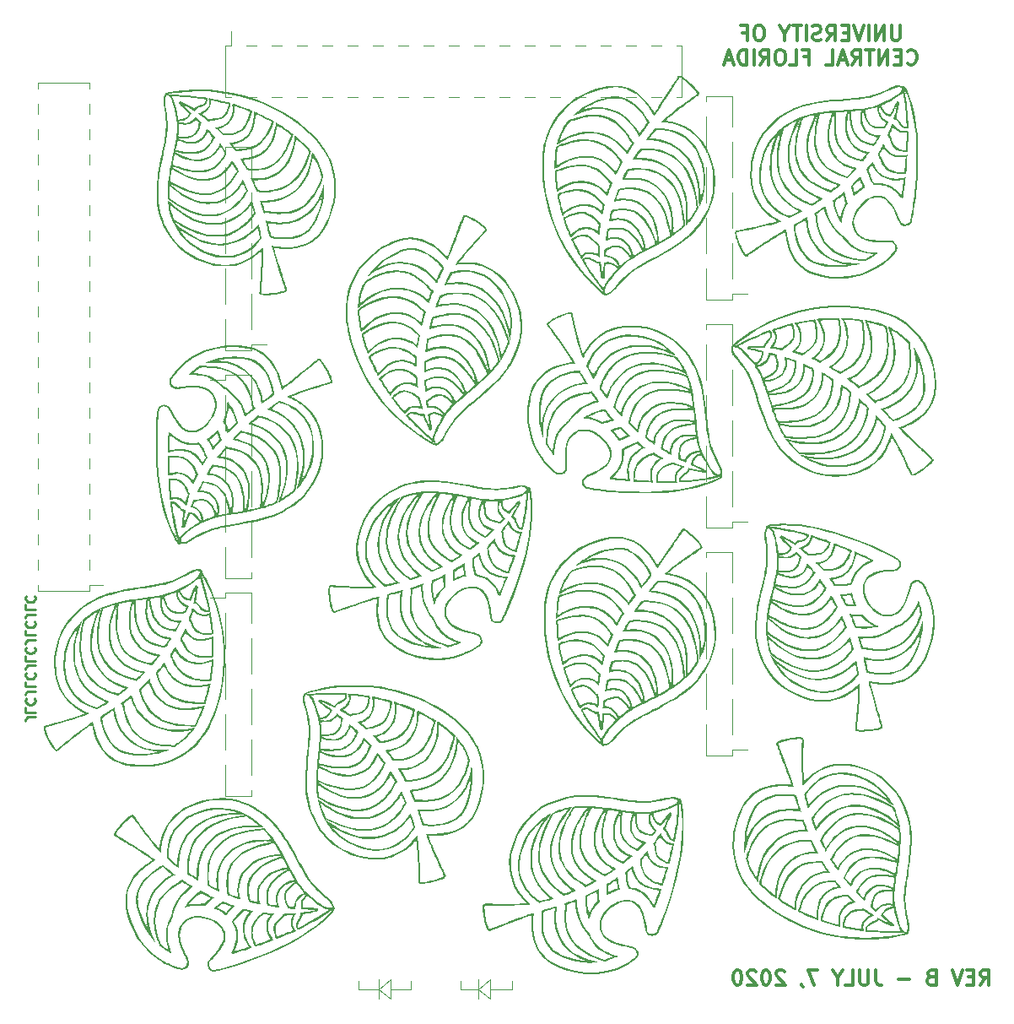
<source format=gbr>
G04 #@! TF.GenerationSoftware,KiCad,Pcbnew,5.99.0-unknown-1463dd1~101~ubuntu20.04.1*
G04 #@! TF.CreationDate,2020-07-08T00:09:35-04:00*
G04 #@! TF.ProjectId,goldhat,676f6c64-6861-4742-9e6b-696361645f70,rev?*
G04 #@! TF.SameCoordinates,Original*
G04 #@! TF.FileFunction,Legend,Bot*
G04 #@! TF.FilePolarity,Positive*
%FSLAX46Y46*%
G04 Gerber Fmt 4.6, Leading zero omitted, Abs format (unit mm)*
G04 Created by KiCad (PCBNEW 5.99.0-unknown-1463dd1~101~ubuntu20.04.1) date 2020-07-08 00:09:35*
%MOMM*%
%LPD*%
G01*
G04 APERTURE LIST*
%ADD10C,0.120000*%
%ADD11C,0.250000*%
%ADD12C,0.300000*%
G04 APERTURE END LIST*
D10*
X136600000Y-198400000D02*
X134600000Y-198400000D01*
X137800000Y-197400000D02*
X137800000Y-199400000D01*
X136600000Y-198400000D02*
X137800000Y-197400000D01*
X136600000Y-197400000D02*
X136600000Y-199400000D01*
X137800000Y-199400000D02*
X136600000Y-198400000D01*
X139800000Y-198400000D02*
X139800000Y-197600000D01*
X137800000Y-198400000D02*
X139800000Y-198400000D01*
X134600000Y-198400000D02*
X134600000Y-197600000D01*
X144800000Y-198400000D02*
X144800000Y-197600000D01*
X150000000Y-198400000D02*
X150000000Y-197600000D01*
X146600000Y-198400000D02*
X144800000Y-198400000D01*
X147800000Y-198400000D02*
X150000000Y-198400000D01*
X146600000Y-198400000D02*
X147800000Y-197400000D01*
X147800000Y-197400000D02*
X147800000Y-199400000D01*
X147800000Y-199400000D02*
X146600000Y-198400000D01*
X146600000Y-197400000D02*
X146600000Y-199400000D01*
D11*
X102147619Y-171104761D02*
X101433333Y-171104761D01*
X101290476Y-171152380D01*
X101195238Y-171247619D01*
X101147619Y-171390476D01*
X101147619Y-171485714D01*
X101147619Y-170152380D02*
X101147619Y-170628571D01*
X102147619Y-170628571D01*
X101242857Y-169247619D02*
X101195238Y-169295238D01*
X101147619Y-169438095D01*
X101147619Y-169533333D01*
X101195238Y-169676190D01*
X101290476Y-169771428D01*
X101385714Y-169819047D01*
X101576190Y-169866666D01*
X101719047Y-169866666D01*
X101909523Y-169819047D01*
X102004761Y-169771428D01*
X102100000Y-169676190D01*
X102147619Y-169533333D01*
X102147619Y-169438095D01*
X102100000Y-169295238D01*
X102052380Y-169247619D01*
X102147619Y-168533333D02*
X101433333Y-168533333D01*
X101290476Y-168580952D01*
X101195238Y-168676190D01*
X101147619Y-168819047D01*
X101147619Y-168914285D01*
X101147619Y-167580952D02*
X101147619Y-168057142D01*
X102147619Y-168057142D01*
X101242857Y-166676190D02*
X101195238Y-166723809D01*
X101147619Y-166866666D01*
X101147619Y-166961904D01*
X101195238Y-167104761D01*
X101290476Y-167200000D01*
X101385714Y-167247619D01*
X101576190Y-167295238D01*
X101719047Y-167295238D01*
X101909523Y-167247619D01*
X102004761Y-167200000D01*
X102100000Y-167104761D01*
X102147619Y-166961904D01*
X102147619Y-166866666D01*
X102100000Y-166723809D01*
X102052380Y-166676190D01*
X102147619Y-165961904D02*
X101433333Y-165961904D01*
X101290476Y-166009523D01*
X101195238Y-166104761D01*
X101147619Y-166247619D01*
X101147619Y-166342857D01*
X101147619Y-165009523D02*
X101147619Y-165485714D01*
X102147619Y-165485714D01*
X101242857Y-164104761D02*
X101195238Y-164152380D01*
X101147619Y-164295238D01*
X101147619Y-164390476D01*
X101195238Y-164533333D01*
X101290476Y-164628571D01*
X101385714Y-164676190D01*
X101576190Y-164723809D01*
X101719047Y-164723809D01*
X101909523Y-164676190D01*
X102004761Y-164628571D01*
X102100000Y-164533333D01*
X102147619Y-164390476D01*
X102147619Y-164295238D01*
X102100000Y-164152380D01*
X102052380Y-164104761D01*
X102147619Y-163390476D02*
X101433333Y-163390476D01*
X101290476Y-163438095D01*
X101195238Y-163533333D01*
X101147619Y-163676190D01*
X101147619Y-163771428D01*
X101147619Y-162438095D02*
X101147619Y-162914285D01*
X102147619Y-162914285D01*
X101242857Y-161533333D02*
X101195238Y-161580952D01*
X101147619Y-161723809D01*
X101147619Y-161819047D01*
X101195238Y-161961904D01*
X101290476Y-162057142D01*
X101385714Y-162104761D01*
X101576190Y-162152380D01*
X101719047Y-162152380D01*
X101909523Y-162104761D01*
X102004761Y-162057142D01*
X102100000Y-161961904D01*
X102147619Y-161819047D01*
X102147619Y-161723809D01*
X102100000Y-161580952D01*
X102052380Y-161533333D01*
X102147619Y-160819047D02*
X101433333Y-160819047D01*
X101290476Y-160866666D01*
X101195238Y-160961904D01*
X101147619Y-161104761D01*
X101147619Y-161200000D01*
X101147619Y-159866666D02*
X101147619Y-160342857D01*
X102147619Y-160342857D01*
X101242857Y-158961904D02*
X101195238Y-159009523D01*
X101147619Y-159152380D01*
X101147619Y-159247619D01*
X101195238Y-159390476D01*
X101290476Y-159485714D01*
X101385714Y-159533333D01*
X101576190Y-159580952D01*
X101719047Y-159580952D01*
X101909523Y-159533333D01*
X102004761Y-159485714D01*
X102100000Y-159390476D01*
X102147619Y-159247619D01*
X102147619Y-159152380D01*
X102100000Y-159009523D01*
X102052380Y-158961904D01*
D12*
X196966428Y-197978571D02*
X197466428Y-197264285D01*
X197823571Y-197978571D02*
X197823571Y-196478571D01*
X197252142Y-196478571D01*
X197109285Y-196550000D01*
X197037857Y-196621428D01*
X196966428Y-196764285D01*
X196966428Y-196978571D01*
X197037857Y-197121428D01*
X197109285Y-197192857D01*
X197252142Y-197264285D01*
X197823571Y-197264285D01*
X196323571Y-197192857D02*
X195823571Y-197192857D01*
X195609285Y-197978571D02*
X196323571Y-197978571D01*
X196323571Y-196478571D01*
X195609285Y-196478571D01*
X195180714Y-196478571D02*
X194680714Y-197978571D01*
X194180714Y-196478571D01*
X192037857Y-197192857D02*
X191823571Y-197264285D01*
X191752142Y-197335714D01*
X191680714Y-197478571D01*
X191680714Y-197692857D01*
X191752142Y-197835714D01*
X191823571Y-197907142D01*
X191966428Y-197978571D01*
X192537857Y-197978571D01*
X192537857Y-196478571D01*
X192037857Y-196478571D01*
X191895000Y-196550000D01*
X191823571Y-196621428D01*
X191752142Y-196764285D01*
X191752142Y-196907142D01*
X191823571Y-197050000D01*
X191895000Y-197121428D01*
X192037857Y-197192857D01*
X192537857Y-197192857D01*
X189895000Y-197407142D02*
X188752142Y-197407142D01*
X186466428Y-196478571D02*
X186466428Y-197550000D01*
X186537857Y-197764285D01*
X186680714Y-197907142D01*
X186895000Y-197978571D01*
X187037857Y-197978571D01*
X185752142Y-196478571D02*
X185752142Y-197692857D01*
X185680714Y-197835714D01*
X185609285Y-197907142D01*
X185466428Y-197978571D01*
X185180714Y-197978571D01*
X185037857Y-197907142D01*
X184966428Y-197835714D01*
X184895000Y-197692857D01*
X184895000Y-196478571D01*
X183466428Y-197978571D02*
X184180714Y-197978571D01*
X184180714Y-196478571D01*
X182680714Y-197264285D02*
X182680714Y-197978571D01*
X183180714Y-196478571D02*
X182680714Y-197264285D01*
X182180714Y-196478571D01*
X180680714Y-196478571D02*
X179680714Y-196478571D01*
X180323571Y-197978571D01*
X179037857Y-197907142D02*
X179037857Y-197978571D01*
X179109285Y-198121428D01*
X179180714Y-198192857D01*
X177323571Y-196621428D02*
X177252142Y-196550000D01*
X177109285Y-196478571D01*
X176752142Y-196478571D01*
X176609285Y-196550000D01*
X176537857Y-196621428D01*
X176466428Y-196764285D01*
X176466428Y-196907142D01*
X176537857Y-197121428D01*
X177395000Y-197978571D01*
X176466428Y-197978571D01*
X175537857Y-196478571D02*
X175395000Y-196478571D01*
X175252142Y-196550000D01*
X175180714Y-196621428D01*
X175109285Y-196764285D01*
X175037857Y-197050000D01*
X175037857Y-197407142D01*
X175109285Y-197692857D01*
X175180714Y-197835714D01*
X175252142Y-197907142D01*
X175395000Y-197978571D01*
X175537857Y-197978571D01*
X175680714Y-197907142D01*
X175752142Y-197835714D01*
X175823571Y-197692857D01*
X175895000Y-197407142D01*
X175895000Y-197050000D01*
X175823571Y-196764285D01*
X175752142Y-196621428D01*
X175680714Y-196550000D01*
X175537857Y-196478571D01*
X174466428Y-196621428D02*
X174395000Y-196550000D01*
X174252142Y-196478571D01*
X173895000Y-196478571D01*
X173752142Y-196550000D01*
X173680714Y-196621428D01*
X173609285Y-196764285D01*
X173609285Y-196907142D01*
X173680714Y-197121428D01*
X174537857Y-197978571D01*
X173609285Y-197978571D01*
X172680714Y-196478571D02*
X172537857Y-196478571D01*
X172395000Y-196550000D01*
X172323571Y-196621428D01*
X172252142Y-196764285D01*
X172180714Y-197050000D01*
X172180714Y-197407142D01*
X172252142Y-197692857D01*
X172323571Y-197835714D01*
X172395000Y-197907142D01*
X172537857Y-197978571D01*
X172680714Y-197978571D01*
X172823571Y-197907142D01*
X172895000Y-197835714D01*
X172966428Y-197692857D01*
X173037857Y-197407142D01*
X173037857Y-197050000D01*
X172966428Y-196764285D01*
X172895000Y-196621428D01*
X172823571Y-196550000D01*
X172680714Y-196478571D01*
X188928571Y-101771071D02*
X188928571Y-102985357D01*
X188857142Y-103128214D01*
X188785714Y-103199642D01*
X188642857Y-103271071D01*
X188357142Y-103271071D01*
X188214285Y-103199642D01*
X188142857Y-103128214D01*
X188071428Y-102985357D01*
X188071428Y-101771071D01*
X187357142Y-103271071D02*
X187357142Y-101771071D01*
X186500000Y-103271071D01*
X186500000Y-101771071D01*
X185785714Y-103271071D02*
X185785714Y-101771071D01*
X185285714Y-101771071D02*
X184785714Y-103271071D01*
X184285714Y-101771071D01*
X183785714Y-102485357D02*
X183285714Y-102485357D01*
X183071428Y-103271071D02*
X183785714Y-103271071D01*
X183785714Y-101771071D01*
X183071428Y-101771071D01*
X181571428Y-103271071D02*
X182071428Y-102556785D01*
X182428571Y-103271071D02*
X182428571Y-101771071D01*
X181857142Y-101771071D01*
X181714285Y-101842500D01*
X181642857Y-101913928D01*
X181571428Y-102056785D01*
X181571428Y-102271071D01*
X181642857Y-102413928D01*
X181714285Y-102485357D01*
X181857142Y-102556785D01*
X182428571Y-102556785D01*
X181000000Y-103199642D02*
X180785714Y-103271071D01*
X180428571Y-103271071D01*
X180285714Y-103199642D01*
X180214285Y-103128214D01*
X180142857Y-102985357D01*
X180142857Y-102842500D01*
X180214285Y-102699642D01*
X180285714Y-102628214D01*
X180428571Y-102556785D01*
X180714285Y-102485357D01*
X180857142Y-102413928D01*
X180928571Y-102342500D01*
X181000000Y-102199642D01*
X181000000Y-102056785D01*
X180928571Y-101913928D01*
X180857142Y-101842500D01*
X180714285Y-101771071D01*
X180357142Y-101771071D01*
X180142857Y-101842500D01*
X179500000Y-103271071D02*
X179500000Y-101771071D01*
X179000000Y-101771071D02*
X178142857Y-101771071D01*
X178571428Y-103271071D02*
X178571428Y-101771071D01*
X177357142Y-102556785D02*
X177357142Y-103271071D01*
X177857142Y-101771071D02*
X177357142Y-102556785D01*
X176857142Y-101771071D01*
X174928571Y-101771071D02*
X174642857Y-101771071D01*
X174500000Y-101842500D01*
X174357142Y-101985357D01*
X174285714Y-102271071D01*
X174285714Y-102771071D01*
X174357142Y-103056785D01*
X174500000Y-103199642D01*
X174642857Y-103271071D01*
X174928571Y-103271071D01*
X175071428Y-103199642D01*
X175214285Y-103056785D01*
X175285714Y-102771071D01*
X175285714Y-102271071D01*
X175214285Y-101985357D01*
X175071428Y-101842500D01*
X174928571Y-101771071D01*
X173142857Y-102485357D02*
X173642857Y-102485357D01*
X173642857Y-103271071D02*
X173642857Y-101771071D01*
X172928571Y-101771071D01*
X189678571Y-105543214D02*
X189750000Y-105614642D01*
X189964285Y-105686071D01*
X190107142Y-105686071D01*
X190321428Y-105614642D01*
X190464285Y-105471785D01*
X190535714Y-105328928D01*
X190607142Y-105043214D01*
X190607142Y-104828928D01*
X190535714Y-104543214D01*
X190464285Y-104400357D01*
X190321428Y-104257500D01*
X190107142Y-104186071D01*
X189964285Y-104186071D01*
X189750000Y-104257500D01*
X189678571Y-104328928D01*
X189035714Y-104900357D02*
X188535714Y-104900357D01*
X188321428Y-105686071D02*
X189035714Y-105686071D01*
X189035714Y-104186071D01*
X188321428Y-104186071D01*
X187678571Y-105686071D02*
X187678571Y-104186071D01*
X186821428Y-105686071D01*
X186821428Y-104186071D01*
X186321428Y-104186071D02*
X185464285Y-104186071D01*
X185892857Y-105686071D02*
X185892857Y-104186071D01*
X184107142Y-105686071D02*
X184607142Y-104971785D01*
X184964285Y-105686071D02*
X184964285Y-104186071D01*
X184392857Y-104186071D01*
X184250000Y-104257500D01*
X184178571Y-104328928D01*
X184107142Y-104471785D01*
X184107142Y-104686071D01*
X184178571Y-104828928D01*
X184250000Y-104900357D01*
X184392857Y-104971785D01*
X184964285Y-104971785D01*
X183535714Y-105257500D02*
X182821428Y-105257500D01*
X183678571Y-105686071D02*
X183178571Y-104186071D01*
X182678571Y-105686071D01*
X181464285Y-105686071D02*
X182178571Y-105686071D01*
X182178571Y-104186071D01*
X179321428Y-104900357D02*
X179821428Y-104900357D01*
X179821428Y-105686071D02*
X179821428Y-104186071D01*
X179107142Y-104186071D01*
X177821428Y-105686071D02*
X178535714Y-105686071D01*
X178535714Y-104186071D01*
X177035714Y-104186071D02*
X176750000Y-104186071D01*
X176607142Y-104257500D01*
X176464285Y-104400357D01*
X176392857Y-104686071D01*
X176392857Y-105186071D01*
X176464285Y-105471785D01*
X176607142Y-105614642D01*
X176750000Y-105686071D01*
X177035714Y-105686071D01*
X177178571Y-105614642D01*
X177321428Y-105471785D01*
X177392857Y-105186071D01*
X177392857Y-104686071D01*
X177321428Y-104400357D01*
X177178571Y-104257500D01*
X177035714Y-104186071D01*
X174892857Y-105686071D02*
X175392857Y-104971785D01*
X175750000Y-105686071D02*
X175750000Y-104186071D01*
X175178571Y-104186071D01*
X175035714Y-104257500D01*
X174964285Y-104328928D01*
X174892857Y-104471785D01*
X174892857Y-104686071D01*
X174964285Y-104828928D01*
X175035714Y-104900357D01*
X175178571Y-104971785D01*
X175750000Y-104971785D01*
X174250000Y-105686071D02*
X174250000Y-104186071D01*
X173535714Y-105686071D02*
X173535714Y-104186071D01*
X173178571Y-104186071D01*
X172964285Y-104257500D01*
X172821428Y-104400357D01*
X172750000Y-104543214D01*
X172678571Y-104828928D01*
X172678571Y-105043214D01*
X172750000Y-105328928D01*
X172821428Y-105471785D01*
X172964285Y-105614642D01*
X173178571Y-105686071D01*
X173535714Y-105686071D01*
X172107142Y-105257500D02*
X171392857Y-105257500D01*
X172250000Y-105686071D02*
X171750000Y-104186071D01*
X171250000Y-105686071D01*
G36*
X111856596Y-176049761D02*
G01*
X111380943Y-175977453D01*
X110961161Y-175881258D01*
X110583237Y-175757923D01*
X110233158Y-175604197D01*
X109978247Y-175468582D01*
X109728527Y-175309215D01*
X109495365Y-175124534D01*
X109247217Y-174891743D01*
X109058163Y-174688174D01*
X108737663Y-174264143D01*
X108451462Y-173781110D01*
X108206800Y-173253641D01*
X108010921Y-172696305D01*
X107871066Y-172123669D01*
X107820961Y-171860193D01*
X107624754Y-171993889D01*
X107581001Y-172024360D01*
X107441197Y-172125359D01*
X107248852Y-172267397D01*
X107013861Y-172442928D01*
X106746120Y-172644406D01*
X106455525Y-172864285D01*
X106151971Y-173095019D01*
X105845354Y-173329061D01*
X105545569Y-173558866D01*
X105262512Y-173776887D01*
X105006078Y-173975579D01*
X104786162Y-174147395D01*
X104612662Y-174284788D01*
X104495471Y-174380214D01*
X104423404Y-174436532D01*
X104320710Y-174502740D01*
X104253123Y-174528547D01*
X104171099Y-174502428D01*
X104048829Y-174405034D01*
X103906972Y-174243527D01*
X103751055Y-174026320D01*
X103586603Y-173761828D01*
X103419143Y-173458464D01*
X103254202Y-173124644D01*
X103097306Y-172768781D01*
X103047261Y-172637042D01*
X102986337Y-172418148D01*
X102966859Y-172257233D01*
X103130381Y-172257233D01*
X103155947Y-172378630D01*
X103216580Y-172558693D01*
X103313752Y-172805995D01*
X103400755Y-173006217D01*
X103536763Y-173286907D01*
X103686323Y-173567350D01*
X103838338Y-173827857D01*
X103981709Y-174048740D01*
X104105339Y-174210310D01*
X104231390Y-174353874D01*
X104487365Y-174154984D01*
X104522014Y-174127999D01*
X104666626Y-174014702D01*
X104851066Y-173869511D01*
X105055243Y-173708262D01*
X105259065Y-173546789D01*
X105419316Y-173421113D01*
X105630573Y-173258124D01*
X105872800Y-173073259D01*
X106136160Y-172873853D01*
X106410815Y-172667239D01*
X106686927Y-172460751D01*
X106954658Y-172261723D01*
X107204171Y-172077490D01*
X107425627Y-171915386D01*
X107609189Y-171782743D01*
X107745018Y-171686898D01*
X107823278Y-171635182D01*
X107948081Y-171561684D01*
X108019182Y-171950315D01*
X108064441Y-172174314D01*
X108221521Y-172752651D01*
X108428477Y-173302896D01*
X108679578Y-173814246D01*
X108969093Y-174275897D01*
X109291293Y-174677045D01*
X109640447Y-175006888D01*
X109873876Y-175182522D01*
X110201432Y-175386522D01*
X110550697Y-175553167D01*
X110933950Y-175686538D01*
X111363469Y-175790717D01*
X111851529Y-175869787D01*
X112410411Y-175927830D01*
X112874274Y-175949146D01*
X113607268Y-175919618D01*
X114343967Y-175816937D01*
X115070888Y-175644541D01*
X115774544Y-175405865D01*
X116441454Y-175104345D01*
X117058132Y-174743419D01*
X117322160Y-174559651D01*
X117843449Y-174138645D01*
X118320874Y-173667288D01*
X118757301Y-173141144D01*
X119155596Y-172555778D01*
X119518624Y-171906755D01*
X119849253Y-171189638D01*
X120150348Y-170399993D01*
X120424775Y-169533384D01*
X120605206Y-168851714D01*
X120832462Y-167729399D01*
X120978180Y-166594119D01*
X121042816Y-165450575D01*
X121026829Y-164303469D01*
X120930678Y-163157504D01*
X120754819Y-162017381D01*
X120499711Y-160887802D01*
X120165811Y-159773469D01*
X119753578Y-158679084D01*
X119263470Y-157609349D01*
X119188506Y-157461739D01*
X119077202Y-157249227D01*
X118969917Y-157051289D01*
X118872507Y-156878036D01*
X118790826Y-156739576D01*
X118730727Y-156646020D01*
X118698066Y-156607476D01*
X118698697Y-156634056D01*
X118718322Y-156695854D01*
X118758477Y-156820802D01*
X118813103Y-156990069D01*
X118876288Y-157185308D01*
X118962860Y-157460571D01*
X119099387Y-157922490D01*
X119236630Y-158416399D01*
X119367128Y-158914387D01*
X119483421Y-159388545D01*
X119578052Y-159810962D01*
X119599479Y-159913371D01*
X119647710Y-160156353D01*
X119673415Y-160331439D01*
X119673237Y-160449745D01*
X119643821Y-160522386D01*
X119581809Y-160560476D01*
X119483844Y-160575133D01*
X119355807Y-160577313D01*
X119346569Y-160577470D01*
X119198387Y-160565697D01*
X119030763Y-160509612D01*
X118872953Y-160396985D01*
X118704845Y-160216503D01*
X118619978Y-160114406D01*
X118477706Y-159950010D01*
X118369571Y-159839019D01*
X118284268Y-159771741D01*
X118210493Y-159738481D01*
X118136942Y-159729549D01*
X118084103Y-159727717D01*
X118025543Y-159707523D01*
X118023756Y-159655342D01*
X118031479Y-159627334D01*
X118067668Y-159478122D01*
X118107038Y-159292613D01*
X118147093Y-159085736D01*
X118185333Y-158872418D01*
X118219263Y-158667587D01*
X118246384Y-158486173D01*
X118264199Y-158343101D01*
X118270211Y-158253302D01*
X118261923Y-158231702D01*
X118255021Y-158242524D01*
X118218828Y-158319310D01*
X118161257Y-158454407D01*
X118088647Y-158632699D01*
X118007334Y-158839065D01*
X117974921Y-158922205D01*
X117897081Y-159118411D01*
X117831041Y-159280095D01*
X117782957Y-159392357D01*
X117758984Y-159440296D01*
X117702329Y-159451647D01*
X117590069Y-159440413D01*
X117447796Y-159411341D01*
X117300729Y-159369602D01*
X117174088Y-159320366D01*
X117157795Y-159312369D01*
X116956320Y-159171377D01*
X116767017Y-158965213D01*
X116606649Y-158711853D01*
X116485882Y-158478631D01*
X116483842Y-158699661D01*
X116495870Y-158884588D01*
X116578838Y-159186657D01*
X116734978Y-159457834D01*
X116957768Y-159688056D01*
X117240682Y-159867259D01*
X117527309Y-160005903D01*
X117369038Y-160351111D01*
X117210768Y-160696319D01*
X116804895Y-160726749D01*
X116724316Y-160731971D01*
X116518634Y-160738981D01*
X116475638Y-160738606D01*
X116332529Y-160737361D01*
X116198394Y-160727092D01*
X116008877Y-160685685D01*
X115745002Y-160571534D01*
X115518812Y-160393389D01*
X115326218Y-160146729D01*
X115163132Y-159827031D01*
X115025465Y-159429774D01*
X115001128Y-159347613D01*
X114954591Y-159212660D01*
X114919430Y-159157911D01*
X114892033Y-159184503D01*
X114868790Y-159293573D01*
X114846090Y-159486259D01*
X114842381Y-159527541D01*
X114848297Y-159898615D01*
X114921204Y-160253880D01*
X115054868Y-160581122D01*
X115243052Y-160868129D01*
X115479523Y-161102687D01*
X115758045Y-161272585D01*
X115904478Y-161331403D01*
X116174055Y-161410818D01*
X116436266Y-161455885D01*
X116659644Y-161460061D01*
X116691096Y-161457492D01*
X116783757Y-161456346D01*
X116821035Y-161467068D01*
X116820953Y-161468581D01*
X116798648Y-161526595D01*
X116743147Y-161636896D01*
X116663647Y-161783626D01*
X116569351Y-161950929D01*
X116469457Y-162122949D01*
X116373165Y-162283829D01*
X116289676Y-162417713D01*
X116228188Y-162508743D01*
X116197903Y-162541064D01*
X116168715Y-162535157D01*
X116068017Y-162514657D01*
X116033684Y-162507654D01*
X115917120Y-162483880D01*
X115735914Y-162446881D01*
X115323905Y-162336682D01*
X114933318Y-162168305D01*
X114596626Y-161945139D01*
X114310774Y-161663485D01*
X114072706Y-161319641D01*
X113879366Y-160909906D01*
X113727698Y-160430580D01*
X113614646Y-159877963D01*
X113587119Y-159715607D01*
X113555380Y-159549439D01*
X113528366Y-159429948D01*
X113509957Y-159375737D01*
X113506188Y-159372306D01*
X113480799Y-159395848D01*
X113454265Y-159487225D01*
X113428481Y-159631832D01*
X113405338Y-159815062D01*
X113386729Y-160022307D01*
X113374548Y-160238961D01*
X113370688Y-160450417D01*
X113398628Y-160930831D01*
X113484979Y-161380073D01*
X113632683Y-161780868D01*
X113844737Y-162141244D01*
X114124137Y-162469227D01*
X114190315Y-162533710D01*
X114489941Y-162778934D01*
X114805910Y-162956343D01*
X115157598Y-163075013D01*
X115564378Y-163144022D01*
X115706060Y-163161510D01*
X115807173Y-163178411D01*
X115845743Y-163191057D01*
X115844917Y-163193589D01*
X115815377Y-163245423D01*
X115749770Y-163351917D01*
X115656688Y-163499291D01*
X115544726Y-163673764D01*
X115427184Y-163855654D01*
X115327501Y-163997427D01*
X115240981Y-164085798D01*
X115148922Y-164129123D01*
X115144824Y-164129357D01*
X115032625Y-164135754D01*
X114873389Y-164114046D01*
X114652514Y-164072355D01*
X114178492Y-163953667D01*
X113726228Y-163772255D01*
X113330723Y-163533339D01*
X112991029Y-163235468D01*
X112706197Y-162877195D01*
X112475280Y-162457070D01*
X112297329Y-161973643D01*
X112171395Y-161425466D01*
X112096530Y-160811090D01*
X112071786Y-160129065D01*
X112070875Y-159979451D01*
X112066278Y-159778022D01*
X112058467Y-159621945D01*
X112048182Y-159524370D01*
X112036168Y-159498447D01*
X112033574Y-159501637D01*
X111996806Y-159579306D01*
X111949611Y-159721155D01*
X111896665Y-159909548D01*
X111842644Y-160126849D01*
X111792221Y-160355422D01*
X111750073Y-160577629D01*
X111720121Y-160786965D01*
X111701474Y-161021909D01*
X111696100Y-161289925D01*
X111702837Y-161616527D01*
X111718166Y-161939323D01*
X111744063Y-162212343D01*
X111785605Y-162447543D01*
X111848267Y-162668730D01*
X111937524Y-162899705D01*
X112058851Y-163164273D01*
X112112792Y-163273597D01*
X112209363Y-163448111D01*
X112312961Y-163598423D01*
X112442795Y-163750897D01*
X112618069Y-163931897D01*
X112689822Y-164002760D01*
X112862837Y-164163050D01*
X113018498Y-164285194D01*
X113183943Y-164389069D01*
X113386310Y-164494551D01*
X113519841Y-164556842D01*
X113838010Y-164680286D01*
X114128380Y-164758662D01*
X114160200Y-164764896D01*
X114336642Y-164800125D01*
X114490182Y-164831779D01*
X114590627Y-164853654D01*
X114713642Y-164882402D01*
X114357405Y-165323448D01*
X114335178Y-165350966D01*
X114198112Y-165520609D01*
X114077109Y-165670297D01*
X113984573Y-165784687D01*
X113932911Y-165848438D01*
X113920687Y-165863058D01*
X113878817Y-165899315D01*
X113821953Y-165912753D01*
X113727404Y-165905285D01*
X113655330Y-165892974D01*
X113572477Y-165878823D01*
X113171692Y-165789678D01*
X112632328Y-165617206D01*
X112132184Y-165394916D01*
X111681475Y-165128282D01*
X111290416Y-164822779D01*
X110969222Y-164483879D01*
X110707988Y-164098037D01*
X110495115Y-163645878D01*
X110339850Y-163137739D01*
X110241939Y-162572136D01*
X110222966Y-162281784D01*
X110387207Y-162281784D01*
X110391112Y-162460685D01*
X110400946Y-162570617D01*
X110410524Y-162621760D01*
X110506685Y-163069693D01*
X110614984Y-163449264D01*
X110742046Y-163775241D01*
X110894497Y-164062396D01*
X111078964Y-164325499D01*
X111302072Y-164579321D01*
X111671137Y-164905629D01*
X112106867Y-165185047D01*
X112609745Y-165416900D01*
X113182145Y-165602481D01*
X113327574Y-165641191D01*
X113517041Y-165686169D01*
X113655330Y-165702103D01*
X113761781Y-165684218D01*
X113855734Y-165627737D01*
X113956528Y-165527884D01*
X114083505Y-165379883D01*
X114164513Y-165282654D01*
X114265838Y-165156923D01*
X114335296Y-165065416D01*
X114361178Y-165023176D01*
X114355396Y-165015001D01*
X114293300Y-164989526D01*
X114184970Y-164965258D01*
X113955986Y-164911613D01*
X113679553Y-164821246D01*
X113401916Y-164708978D01*
X113158562Y-164587857D01*
X112771721Y-164330439D01*
X112398927Y-163987347D01*
X112085852Y-163585242D01*
X111834226Y-163126380D01*
X111645778Y-162613021D01*
X111645018Y-162610393D01*
X111600910Y-162428827D01*
X111568982Y-162224463D01*
X111546752Y-161976676D01*
X111531742Y-161664840D01*
X111531221Y-161649601D01*
X111528039Y-161167223D01*
X111555115Y-160735144D01*
X111615438Y-160324188D01*
X111711998Y-159905178D01*
X111732733Y-159826024D01*
X111769438Y-159675822D01*
X111791868Y-159568873D01*
X111795791Y-159524402D01*
X111785937Y-159523663D01*
X111710344Y-159533081D01*
X111573169Y-159555932D01*
X111389404Y-159589632D01*
X111174040Y-159631597D01*
X110566444Y-159753121D01*
X110492133Y-160260784D01*
X110474198Y-160407706D01*
X110453829Y-160632940D01*
X110435082Y-160898316D01*
X110418572Y-161188247D01*
X110404914Y-161487147D01*
X110394723Y-161779428D01*
X110388616Y-162049503D01*
X110387207Y-162281784D01*
X110222966Y-162281784D01*
X110201127Y-161947588D01*
X110217162Y-161262614D01*
X110289788Y-160515730D01*
X110304392Y-160401124D01*
X110329434Y-160193917D01*
X110347904Y-160026102D01*
X110358217Y-159912566D01*
X110358787Y-159868192D01*
X110345451Y-159877742D01*
X110307642Y-159950146D01*
X110253024Y-160079363D01*
X110186796Y-160250979D01*
X110114162Y-160450579D01*
X110040322Y-160663748D01*
X109970478Y-160876071D01*
X109909832Y-161073133D01*
X109863586Y-161240519D01*
X109808806Y-161469944D01*
X109703584Y-162047160D01*
X109658413Y-162582163D01*
X109673389Y-163087907D01*
X109748605Y-163577349D01*
X109884156Y-164063442D01*
X109914997Y-164150919D01*
X110141284Y-164650387D01*
X110435279Y-165099121D01*
X110795766Y-165495748D01*
X111221529Y-165838894D01*
X111711352Y-166127185D01*
X111807422Y-166172957D01*
X112101896Y-166293777D01*
X112421173Y-166402019D01*
X112732751Y-166487321D01*
X113004128Y-166539322D01*
X113081525Y-166551475D01*
X113178710Y-166574269D01*
X113216694Y-166594855D01*
X113216528Y-166595829D01*
X113183720Y-166637628D01*
X113102888Y-166723824D01*
X112986886Y-166841692D01*
X112848565Y-166978508D01*
X112700780Y-167121549D01*
X112556382Y-167258091D01*
X112428225Y-167375410D01*
X112297019Y-167492690D01*
X112252013Y-167480452D01*
X111818327Y-167362533D01*
X111481508Y-167262627D01*
X110854019Y-167024826D01*
X110294995Y-166738523D01*
X109804886Y-166404158D01*
X109384144Y-166022170D01*
X109033218Y-165593000D01*
X108752559Y-165117089D01*
X108542619Y-164594876D01*
X108403847Y-164026802D01*
X108386893Y-163912976D01*
X108359798Y-163620462D01*
X108344879Y-163278933D01*
X108344843Y-163274073D01*
X108524471Y-163274073D01*
X108538463Y-163641131D01*
X108571765Y-163959808D01*
X108627176Y-164248701D01*
X108707495Y-164526405D01*
X108815521Y-164811515D01*
X108838002Y-164864218D01*
X109087462Y-165331330D01*
X109408992Y-165761397D01*
X109796772Y-166149906D01*
X110244982Y-166492347D01*
X110747803Y-166784206D01*
X111299415Y-167020972D01*
X111893996Y-167198134D01*
X112252013Y-167283162D01*
X112384521Y-167164373D01*
X112440393Y-167113876D01*
X112567647Y-166997331D01*
X112695700Y-166878585D01*
X112874371Y-166711586D01*
X112485685Y-166610900D01*
X112175070Y-166518490D01*
X111639133Y-166296803D01*
X111151968Y-166011728D01*
X110718253Y-165667843D01*
X110342664Y-165269730D01*
X110029876Y-164821968D01*
X109784566Y-164329137D01*
X109611411Y-163795817D01*
X109526933Y-163332495D01*
X109490849Y-162754891D01*
X109520749Y-162146971D01*
X109615462Y-161519579D01*
X109773816Y-160883554D01*
X109994639Y-160249740D01*
X110151255Y-159858245D01*
X110040820Y-159884643D01*
X109971867Y-159903487D01*
X109831298Y-159947631D01*
X109658515Y-160005852D01*
X109472312Y-160071376D01*
X109291480Y-160137428D01*
X109134811Y-160197234D01*
X109021096Y-160244018D01*
X108969128Y-160271005D01*
X108956030Y-160293985D01*
X108921276Y-160391481D01*
X108875395Y-160548104D01*
X108822256Y-160748483D01*
X108765726Y-160977247D01*
X108709675Y-161219024D01*
X108657971Y-161458443D01*
X108614482Y-161680133D01*
X108598742Y-161775806D01*
X108564400Y-162078469D01*
X108539940Y-162452529D01*
X108526043Y-162888647D01*
X108524471Y-163274073D01*
X108344843Y-163274073D01*
X108342107Y-162912137D01*
X108351455Y-162543818D01*
X108372893Y-162197722D01*
X108406394Y-161897595D01*
X108432332Y-161739348D01*
X108472652Y-161523947D01*
X108521527Y-161282940D01*
X108575437Y-161031879D01*
X108630861Y-160786319D01*
X108684281Y-160561813D01*
X108732176Y-160373915D01*
X108771027Y-160238178D01*
X108797313Y-160170157D01*
X108802624Y-160163587D01*
X108877195Y-160114785D01*
X109017060Y-160050078D01*
X109208071Y-159974549D01*
X109436079Y-159893282D01*
X109686936Y-159811362D01*
X109946494Y-159733873D01*
X110200605Y-159665898D01*
X110299874Y-159641410D01*
X110623203Y-159565697D01*
X110954433Y-159494901D01*
X111225092Y-159442477D01*
X112241402Y-159442477D01*
X112245597Y-160147866D01*
X112253399Y-160527904D01*
X112283416Y-160991614D01*
X112338583Y-161401026D01*
X112421997Y-161772458D01*
X112536758Y-162122226D01*
X112685965Y-162466650D01*
X112869015Y-162791863D01*
X113129339Y-163118290D01*
X113444372Y-163386449D01*
X113824080Y-163606319D01*
X114198033Y-163764146D01*
X114593342Y-163882215D01*
X114954632Y-163936810D01*
X115144824Y-163948748D01*
X115342176Y-163651919D01*
X115376186Y-163600006D01*
X115455928Y-163470920D01*
X115507154Y-163376550D01*
X115520035Y-163334439D01*
X115471533Y-163317517D01*
X115362745Y-163292901D01*
X115217299Y-163265959D01*
X115060334Y-163230983D01*
X114746193Y-163119884D01*
X114438018Y-162963575D01*
X114170830Y-162778373D01*
X114076911Y-162696543D01*
X113776426Y-162364387D01*
X113535996Y-161977790D01*
X113357130Y-161542476D01*
X113241339Y-161064167D01*
X113190131Y-160548587D01*
X113205016Y-160001461D01*
X113287502Y-159428512D01*
X113310235Y-159314843D01*
X113698801Y-159314843D01*
X113709288Y-159426465D01*
X113735612Y-159592934D01*
X113774098Y-159796383D01*
X113821071Y-160018944D01*
X113872856Y-160242748D01*
X113925775Y-160449927D01*
X113976155Y-160622614D01*
X114113843Y-160987475D01*
X114319234Y-161367530D01*
X114569530Y-161679049D01*
X114869119Y-161926325D01*
X115222387Y-162113654D01*
X115633722Y-162245330D01*
X115718718Y-162265665D01*
X115905126Y-162307799D01*
X116033684Y-162323889D01*
X116122908Y-162307452D01*
X116191309Y-162252007D01*
X116257404Y-162151071D01*
X116339704Y-161998163D01*
X116520652Y-161658931D01*
X116170327Y-161589837D01*
X115906495Y-161526610D01*
X115657957Y-161432109D01*
X115439434Y-161300291D01*
X115221992Y-161116721D01*
X115095140Y-160982778D01*
X114887687Y-160672966D01*
X114748162Y-160314776D01*
X114677493Y-159911023D01*
X114676610Y-159464524D01*
X114686586Y-159302280D01*
X114687326Y-159178070D01*
X114675236Y-159113856D01*
X114649353Y-159096610D01*
X114611286Y-159101003D01*
X114500716Y-159116771D01*
X114341251Y-159141049D01*
X114153089Y-159170817D01*
X114012121Y-159195623D01*
X113854192Y-159229489D01*
X113744474Y-159260546D01*
X113700853Y-159284307D01*
X113698801Y-159314843D01*
X113310235Y-159314843D01*
X113314772Y-159292162D01*
X113106718Y-159319974D01*
X113105089Y-159320192D01*
X112955201Y-159340705D01*
X112763131Y-159367606D01*
X112570033Y-159395132D01*
X112241402Y-159442477D01*
X111225092Y-159442477D01*
X111306305Y-159426747D01*
X111691565Y-159358961D01*
X112122953Y-159289269D01*
X112613213Y-159215397D01*
X113175088Y-159135071D01*
X113211015Y-159130029D01*
X113549537Y-159081557D01*
X115127895Y-159081557D01*
X115144154Y-159188971D01*
X115188554Y-159359141D01*
X115252121Y-159555437D01*
X115326060Y-159750951D01*
X115401576Y-159918780D01*
X115482365Y-160060858D01*
X115664518Y-160283706D01*
X115886575Y-160441291D01*
X116154846Y-160536353D01*
X116475638Y-160571632D01*
X116855262Y-160549865D01*
X116970025Y-160533451D01*
X117057481Y-160502575D01*
X117117938Y-160438924D01*
X117182853Y-160320472D01*
X117285400Y-160118107D01*
X117063818Y-159991782D01*
X117033870Y-159974277D01*
X116756485Y-159762803D01*
X116540782Y-159502037D01*
X116393893Y-159202721D01*
X116322946Y-158875596D01*
X116310888Y-158774983D01*
X116285017Y-158670205D01*
X116253154Y-158642620D01*
X116250198Y-158643748D01*
X116184724Y-158666212D01*
X116060428Y-158707401D01*
X115896927Y-158760952D01*
X115713836Y-158820503D01*
X115530770Y-158879689D01*
X115367345Y-158932149D01*
X115243177Y-158971519D01*
X115177879Y-158991435D01*
X115150628Y-159010267D01*
X115127895Y-159081557D01*
X113549537Y-159081557D01*
X113550871Y-159081366D01*
X113882914Y-159032222D01*
X114191900Y-158984964D01*
X114462581Y-158941963D01*
X114679712Y-158905587D01*
X114828046Y-158878206D01*
X114989302Y-158843503D01*
X115650340Y-158658066D01*
X116128730Y-158471043D01*
X116693823Y-158471043D01*
X116713605Y-158539482D01*
X116778180Y-158657518D01*
X116872544Y-158794980D01*
X116981054Y-158929365D01*
X117088067Y-159038171D01*
X117123346Y-159066911D01*
X117281770Y-159164394D01*
X117455140Y-159235170D01*
X117605740Y-159262868D01*
X117625257Y-159240689D01*
X117672613Y-159151225D01*
X117739309Y-159005187D01*
X117819489Y-158815537D01*
X117907298Y-158595242D01*
X117935665Y-158522239D01*
X118025763Y-158294545D01*
X118094221Y-158132324D01*
X118147012Y-158024398D01*
X118190111Y-157959592D01*
X118229492Y-157926729D01*
X118271131Y-157914634D01*
X118340988Y-157911751D01*
X118408475Y-157934457D01*
X118447176Y-157997433D01*
X118459556Y-158111279D01*
X118448083Y-158286596D01*
X118415221Y-158533983D01*
X118389014Y-158704907D01*
X118352116Y-158932553D01*
X118317130Y-159135578D01*
X118289046Y-159284307D01*
X118236723Y-159538731D01*
X118384305Y-159623539D01*
X118386291Y-159624693D01*
X118487579Y-159702814D01*
X118610602Y-159824090D01*
X118729183Y-159962771D01*
X118844496Y-160102329D01*
X119024325Y-160275635D01*
X119192312Y-160375789D01*
X119355807Y-160408013D01*
X119503413Y-160408013D01*
X119476337Y-160206594D01*
X119470151Y-160165865D01*
X119440057Y-160008901D01*
X119393394Y-159796738D01*
X119333197Y-159540848D01*
X119262500Y-159252700D01*
X119184340Y-158943765D01*
X119101750Y-158625516D01*
X119017766Y-158309422D01*
X118935422Y-158006955D01*
X118857754Y-157729585D01*
X118787796Y-157488784D01*
X118728584Y-157296022D01*
X118683152Y-157162771D01*
X118654536Y-157100500D01*
X118651961Y-157098817D01*
X118610923Y-157121562D01*
X118545197Y-157190074D01*
X118455114Y-157279700D01*
X118299971Y-157407723D01*
X118098970Y-157558421D01*
X117866630Y-157721872D01*
X117617467Y-157888154D01*
X117366000Y-158047346D01*
X117126744Y-158189525D01*
X116914219Y-158304770D01*
X116819515Y-158358090D01*
X116728856Y-158423850D01*
X116693823Y-158471043D01*
X116128730Y-158471043D01*
X116301662Y-158403437D01*
X116953337Y-158075249D01*
X117615435Y-157669133D01*
X117694911Y-157615953D01*
X117957967Y-157434111D01*
X118159861Y-157281830D01*
X118310704Y-157149541D01*
X118420606Y-157027674D01*
X118499679Y-156906658D01*
X118558033Y-156776923D01*
X118595322Y-156675514D01*
X118630729Y-156574458D01*
X118644407Y-156528377D01*
X118641806Y-156524687D01*
X118588171Y-156504301D01*
X118487037Y-156481164D01*
X118445652Y-156474710D01*
X118309847Y-156472882D01*
X118157995Y-156503082D01*
X117977008Y-156569835D01*
X117753796Y-156677669D01*
X117475271Y-156831112D01*
X117272629Y-156943854D01*
X116917664Y-157129002D01*
X116548382Y-157308596D01*
X116186270Y-157472678D01*
X115852817Y-157611285D01*
X115569512Y-157714459D01*
X115357441Y-157777764D01*
X115103430Y-157841590D01*
X114802851Y-157906408D01*
X114448135Y-157973651D01*
X114031713Y-158044752D01*
X113546015Y-158121147D01*
X112983472Y-158204267D01*
X112686139Y-158247855D01*
X111952144Y-158363100D01*
X111291747Y-158479411D01*
X110696821Y-158598926D01*
X110159237Y-158723784D01*
X109670870Y-158856124D01*
X109223590Y-158998082D01*
X108809272Y-159151799D01*
X108419788Y-159319411D01*
X108047011Y-159503057D01*
X107492861Y-159821696D01*
X106852633Y-160271590D01*
X106275718Y-160774419D01*
X105764309Y-161327152D01*
X105320597Y-161926755D01*
X104946774Y-162570196D01*
X104645034Y-163254443D01*
X104417567Y-163976462D01*
X104266565Y-164733222D01*
X104252279Y-164847168D01*
X104228473Y-165153264D01*
X104216889Y-165501513D01*
X104217272Y-165866662D01*
X104229364Y-166223463D01*
X104252911Y-166546665D01*
X104287654Y-166811018D01*
X104362785Y-167171290D01*
X104556177Y-167807727D01*
X104817832Y-168394024D01*
X105147148Y-168929389D01*
X105543525Y-169413034D01*
X106006359Y-169844165D01*
X106535051Y-170221995D01*
X107128999Y-170545730D01*
X107555759Y-170747691D01*
X107258931Y-170882609D01*
X107193180Y-170911222D01*
X106989711Y-170991700D01*
X106726627Y-171088185D01*
X106419249Y-171195639D01*
X106082895Y-171309027D01*
X105732885Y-171423312D01*
X105384538Y-171533459D01*
X105053174Y-171634431D01*
X104754112Y-171721193D01*
X104502671Y-171788707D01*
X104469024Y-171797250D01*
X104220660Y-171862620D01*
X103974150Y-171930996D01*
X103756361Y-171994761D01*
X103594158Y-172046297D01*
X103565606Y-172055951D01*
X103407540Y-172105669D01*
X103277728Y-172140682D01*
X103201921Y-172153923D01*
X103178572Y-172156140D01*
X103138413Y-172185928D01*
X103130381Y-172257233D01*
X102966859Y-172257233D01*
X102964111Y-172234531D01*
X102981578Y-172099052D01*
X103039733Y-172024570D01*
X103098494Y-172001546D01*
X103230024Y-171958193D01*
X103412598Y-171902106D01*
X103629401Y-171838153D01*
X103863622Y-171771200D01*
X104098449Y-171706116D01*
X104317070Y-171647768D01*
X104502671Y-171601023D01*
X104507926Y-171599751D01*
X104659811Y-171559397D01*
X104866694Y-171499568D01*
X105114956Y-171424658D01*
X105390974Y-171339059D01*
X105681130Y-171247166D01*
X105971804Y-171153371D01*
X106249373Y-171062067D01*
X106500220Y-170977649D01*
X106710722Y-170904508D01*
X106867260Y-170847038D01*
X106956214Y-170809634D01*
X107077537Y-170747540D01*
X106711226Y-170542196D01*
X106207535Y-170225971D01*
X105693086Y-169815407D01*
X105246340Y-169353863D01*
X104867460Y-168841532D01*
X104556609Y-168278609D01*
X104313948Y-167665288D01*
X104194244Y-167232085D01*
X104085921Y-166611313D01*
X104036546Y-165957786D01*
X104045728Y-165287273D01*
X104113081Y-164615540D01*
X104238214Y-163958355D01*
X104420741Y-163331487D01*
X104497485Y-163122093D01*
X104806606Y-162435894D01*
X105188597Y-161790491D01*
X105640802Y-161188812D01*
X106160565Y-160633782D01*
X106745231Y-160128331D01*
X107392144Y-159675384D01*
X108098647Y-159277868D01*
X108323597Y-159168258D01*
X108653286Y-159020251D01*
X108989741Y-158885773D01*
X109341606Y-158762608D01*
X109717526Y-158648539D01*
X110126144Y-158541351D01*
X110576106Y-158438828D01*
X111076055Y-158338753D01*
X111634635Y-158238910D01*
X112260492Y-158137084D01*
X112962270Y-158031059D01*
X113302012Y-157980590D01*
X113836648Y-157897055D01*
X114305255Y-157816463D01*
X114719499Y-157735174D01*
X115091047Y-157649549D01*
X115431565Y-157555949D01*
X115752720Y-157450737D01*
X116066178Y-157330272D01*
X116383607Y-157190917D01*
X116716672Y-157029032D01*
X117077041Y-156840978D01*
X117476379Y-156623117D01*
X117609619Y-156549534D01*
X117788610Y-156453075D01*
X117922694Y-156387631D01*
X118030273Y-156346748D01*
X118129747Y-156323973D01*
X118239519Y-156312853D01*
X118377989Y-156306936D01*
X118730264Y-156294818D01*
X118887229Y-156538644D01*
X118937335Y-156618357D01*
X119119970Y-156934855D01*
X119317736Y-157311993D01*
X119523498Y-157733881D01*
X119730124Y-158184632D01*
X119930480Y-158648356D01*
X120117434Y-159109166D01*
X120283851Y-159551174D01*
X120422600Y-159958490D01*
X120723126Y-161023220D01*
X120962465Y-162159562D01*
X121123380Y-163307518D01*
X121205859Y-164460845D01*
X121209891Y-165613300D01*
X121135463Y-166758642D01*
X120982566Y-167890628D01*
X120751187Y-169003014D01*
X120441314Y-170089560D01*
X120427517Y-170131751D01*
X120153034Y-170908284D01*
X119863286Y-171608202D01*
X119554121Y-172238624D01*
X119221388Y-172806672D01*
X118860934Y-173319467D01*
X118468607Y-173784132D01*
X118040255Y-174207787D01*
X117520986Y-174635161D01*
X116879599Y-175062905D01*
X116196053Y-175421200D01*
X115476556Y-175707976D01*
X114727316Y-175921168D01*
X113954539Y-176058708D01*
X113164434Y-176118527D01*
X112874274Y-176111295D01*
X112363208Y-176098559D01*
X111856596Y-176049761D01*
G37*
G36*
X119813735Y-196587686D02*
G01*
X119614580Y-196456025D01*
X119470354Y-196274549D01*
X119390974Y-196058356D01*
X119386362Y-195822544D01*
X119398757Y-195760422D01*
X119427300Y-195683390D01*
X119478582Y-195598153D01*
X119561936Y-195491795D01*
X119686694Y-195351402D01*
X119862191Y-195164058D01*
X120013849Y-195001403D01*
X120302782Y-194670396D01*
X120537348Y-194366174D01*
X120728297Y-194074207D01*
X120886382Y-193779966D01*
X120903598Y-193744157D01*
X120976333Y-193580204D01*
X121017592Y-193446463D01*
X121036013Y-193305984D01*
X121040233Y-193121812D01*
X121035908Y-192937068D01*
X121016971Y-192793659D01*
X120975023Y-192660599D01*
X120901670Y-192500226D01*
X120829926Y-192370553D01*
X120603252Y-192078559D01*
X120309008Y-191822616D01*
X119955652Y-191607361D01*
X119551642Y-191437431D01*
X119105436Y-191317465D01*
X118625491Y-191252099D01*
X118492530Y-191245850D01*
X118088997Y-191273947D01*
X117723788Y-191371148D01*
X117402714Y-191531981D01*
X117131589Y-191750976D01*
X116916227Y-192022662D01*
X116762440Y-192341569D01*
X116676040Y-192702226D01*
X116662842Y-193099163D01*
X116679909Y-193280547D01*
X116724655Y-193533581D01*
X116798076Y-193803986D01*
X116904549Y-194105202D01*
X117048449Y-194450670D01*
X117234153Y-194853831D01*
X117236610Y-194858985D01*
X117355233Y-195111185D01*
X117440644Y-195302700D01*
X117498035Y-195448148D01*
X117532599Y-195562147D01*
X117549529Y-195659317D01*
X117554018Y-195754277D01*
X117532094Y-195947825D01*
X117442528Y-196157886D01*
X117290511Y-196316399D01*
X117083173Y-196416524D01*
X116827640Y-196451419D01*
X116677215Y-196437760D01*
X116431091Y-196382682D01*
X116140484Y-196291016D01*
X115819995Y-196168836D01*
X115484224Y-196022213D01*
X115147771Y-195857218D01*
X114825235Y-195679924D01*
X114531218Y-195496401D01*
X114495026Y-195471937D01*
X113874683Y-194999222D01*
X113309018Y-194464393D01*
X112801249Y-193872599D01*
X112354598Y-193228989D01*
X111972284Y-192538712D01*
X111657527Y-191806915D01*
X111413547Y-191038749D01*
X111243564Y-190239362D01*
X111191073Y-189778591D01*
X111193247Y-189189488D01*
X111276923Y-188623791D01*
X111442036Y-188081692D01*
X111688526Y-187563383D01*
X112016329Y-187069056D01*
X112425384Y-186598902D01*
X112521235Y-186503968D01*
X112804243Y-186247274D01*
X113108856Y-185999525D01*
X113410509Y-185780050D01*
X113684637Y-185608173D01*
X113773533Y-185555641D01*
X113861183Y-185496372D01*
X113895115Y-185462311D01*
X113891818Y-185457913D01*
X113837649Y-185415895D01*
X113724224Y-185336252D01*
X113560912Y-185225109D01*
X113357080Y-185088595D01*
X113122097Y-184932835D01*
X112865329Y-184763955D01*
X112596145Y-184588083D01*
X112323914Y-184411345D01*
X112058002Y-184239867D01*
X111807777Y-184079777D01*
X111582608Y-183937199D01*
X111391862Y-183818262D01*
X111244908Y-183729091D01*
X111167974Y-183683094D01*
X110952533Y-183551098D01*
X110736837Y-183415221D01*
X110557758Y-183298567D01*
X110501010Y-183261068D01*
X110365797Y-183175715D01*
X110262855Y-183116390D01*
X110210953Y-183094157D01*
X110173426Y-183081103D01*
X110103028Y-183027522D01*
X110050785Y-182955020D01*
X110044827Y-182891496D01*
X110254915Y-182891496D01*
X110295737Y-182924541D01*
X110333234Y-182937598D01*
X110424552Y-182989818D01*
X110539561Y-183068312D01*
X110585633Y-183100742D01*
X110721323Y-183190843D01*
X110902599Y-183306903D01*
X111111413Y-183437442D01*
X111329716Y-183570978D01*
X111414024Y-183622234D01*
X111661013Y-183774765D01*
X111942278Y-183951180D01*
X112246012Y-184143838D01*
X112560414Y-184345100D01*
X112873678Y-184547326D01*
X113173999Y-184742877D01*
X113449575Y-184924112D01*
X113688600Y-185083392D01*
X113879270Y-185213077D01*
X114009782Y-185305528D01*
X114072474Y-185352786D01*
X114170187Y-185435714D01*
X114206614Y-185488215D01*
X114189657Y-185519698D01*
X113948989Y-185663234D01*
X113609632Y-185875981D01*
X113321224Y-186073160D01*
X113067456Y-186266781D01*
X112832021Y-186468853D01*
X112598610Y-186691386D01*
X112462814Y-186831415D01*
X112083618Y-187289696D01*
X111784060Y-187769958D01*
X111561246Y-188277386D01*
X111412284Y-188817168D01*
X111366051Y-189164474D01*
X111360226Y-189614237D01*
X111404403Y-190103111D01*
X111497860Y-190615914D01*
X111609075Y-191054877D01*
X111866416Y-191829229D01*
X112189908Y-192557571D01*
X112577006Y-193236523D01*
X113025165Y-193862700D01*
X113531840Y-194432721D01*
X114094485Y-194943204D01*
X114710557Y-195390766D01*
X115377509Y-195772026D01*
X115494703Y-195828867D01*
X115749809Y-195941993D01*
X116015711Y-196048151D01*
X116275015Y-196141276D01*
X116510330Y-196215303D01*
X116704261Y-196264167D01*
X116839416Y-196281803D01*
X116881555Y-196280408D01*
X117081369Y-196229422D01*
X117236389Y-196112720D01*
X117336625Y-195940761D01*
X117372088Y-195724008D01*
X117371208Y-195695928D01*
X117353065Y-195584204D01*
X117307561Y-195442103D01*
X117229537Y-195255353D01*
X117113832Y-195009682D01*
X117092397Y-194965543D01*
X116899676Y-194554859D01*
X116748690Y-194201229D01*
X116635703Y-193891641D01*
X116556981Y-193613083D01*
X116508787Y-193352543D01*
X116487385Y-193097009D01*
X116489040Y-192833467D01*
X116501795Y-192635092D01*
X116526433Y-192469547D01*
X116569806Y-192322407D01*
X116639623Y-192159144D01*
X116653196Y-192130735D01*
X116860668Y-191796469D01*
X117125360Y-191521938D01*
X117441678Y-191310151D01*
X117804022Y-191164119D01*
X118206798Y-191086848D01*
X118644407Y-191081349D01*
X119004433Y-191123167D01*
X119464303Y-191228034D01*
X119890717Y-191384114D01*
X120274161Y-191586176D01*
X120605123Y-191828990D01*
X120874090Y-192107325D01*
X121071548Y-192415950D01*
X121132012Y-192544242D01*
X121174213Y-192658493D01*
X121197631Y-192774359D01*
X121207700Y-192919559D01*
X121209849Y-193121812D01*
X121209809Y-193170856D01*
X121206994Y-193354865D01*
X121195124Y-193489297D01*
X121167793Y-193603118D01*
X121118596Y-193725295D01*
X121041128Y-193884795D01*
X120998361Y-193967684D01*
X120738649Y-194392061D01*
X120403669Y-194832990D01*
X119998354Y-195283851D01*
X119992591Y-195289817D01*
X119845605Y-195447756D01*
X119718775Y-195594430D01*
X119625474Y-195713709D01*
X119579079Y-195789464D01*
X119556603Y-195880659D01*
X119570905Y-196058282D01*
X119649525Y-196225990D01*
X119780865Y-196363321D01*
X119953330Y-196449812D01*
X119978747Y-196454825D01*
X120113758Y-196453006D01*
X120317911Y-196423806D01*
X120583452Y-196369554D01*
X120902627Y-196292577D01*
X121267684Y-196195205D01*
X121670869Y-196079766D01*
X122104428Y-195948589D01*
X122560609Y-195804001D01*
X123031657Y-195648332D01*
X123509821Y-195483909D01*
X123987346Y-195313061D01*
X124456478Y-195138118D01*
X124909466Y-194961406D01*
X125736797Y-194619523D01*
X126613801Y-194227875D01*
X127425821Y-193830562D01*
X128183360Y-193421881D01*
X128896920Y-192996131D01*
X129577004Y-192547609D01*
X130234114Y-192070613D01*
X130257619Y-192052679D01*
X130532715Y-191833059D01*
X130822913Y-191585899D01*
X131111440Y-191326633D01*
X131381521Y-191070696D01*
X131616382Y-190833521D01*
X131799248Y-190630544D01*
X131799300Y-190630481D01*
X131873802Y-190540314D01*
X131915832Y-190483597D01*
X131919336Y-190463019D01*
X131878258Y-190481269D01*
X131786544Y-190541037D01*
X131638138Y-190645012D01*
X131426985Y-190795884D01*
X131419716Y-190801087D01*
X130946816Y-191121181D01*
X130409400Y-191452681D01*
X129824637Y-191785417D01*
X129209698Y-192109220D01*
X128987658Y-192220772D01*
X128789431Y-192318792D01*
X128629438Y-192396254D01*
X128520105Y-192447142D01*
X128512273Y-192450242D01*
X128473859Y-192465442D01*
X128471339Y-192465106D01*
X128429919Y-192425587D01*
X128377215Y-192340336D01*
X128372379Y-192330762D01*
X128322310Y-192148160D01*
X128483739Y-192148160D01*
X128508249Y-192222996D01*
X128512273Y-192225421D01*
X128576154Y-192215379D01*
X128701277Y-192166781D01*
X128878271Y-192084753D01*
X129097760Y-191974420D01*
X129350373Y-191840910D01*
X129626735Y-191689348D01*
X129917473Y-191524861D01*
X130213213Y-191352576D01*
X130504583Y-191177617D01*
X130782208Y-191005113D01*
X131036716Y-190840188D01*
X131619508Y-190452770D01*
X131413992Y-190406483D01*
X131362638Y-190392837D01*
X131146373Y-190303625D01*
X130877829Y-190151650D01*
X130559131Y-189938310D01*
X130192405Y-189665000D01*
X129779774Y-189333115D01*
X129444857Y-189055318D01*
X129261665Y-189257660D01*
X129150702Y-189398403D01*
X129026937Y-189629423D01*
X128966610Y-189860743D01*
X128976206Y-190073816D01*
X129015284Y-190239232D01*
X129710366Y-190250919D01*
X129789989Y-190252473D01*
X130051260Y-190261168D01*
X130256702Y-190274005D01*
X130396662Y-190290238D01*
X130461488Y-190309116D01*
X130476155Y-190323544D01*
X130514198Y-190417142D01*
X130501722Y-190521375D01*
X130441602Y-190594913D01*
X130405321Y-190608039D01*
X130290200Y-190638154D01*
X130115605Y-190677842D01*
X129896055Y-190724077D01*
X129646068Y-190773833D01*
X129380166Y-190824085D01*
X129112866Y-190871807D01*
X129108145Y-190872628D01*
X129007990Y-190899673D01*
X128958824Y-190952990D01*
X128932987Y-191061792D01*
X128910885Y-191143220D01*
X128846377Y-191291822D01*
X128760638Y-191437785D01*
X128699725Y-191531080D01*
X128610709Y-191683035D01*
X128548280Y-191808647D01*
X128522696Y-191878871D01*
X128489479Y-192023891D01*
X128483739Y-192148160D01*
X128322310Y-192148160D01*
X128316688Y-192127657D01*
X128337223Y-191896598D01*
X128434460Y-191635537D01*
X128608873Y-191342428D01*
X128691199Y-191201664D01*
X128746444Y-191010352D01*
X128724127Y-190831685D01*
X128717569Y-190808006D01*
X128722952Y-190776811D01*
X128760059Y-190752086D01*
X128841970Y-190729377D01*
X128981767Y-190704232D01*
X129192529Y-190672195D01*
X129360026Y-190646032D01*
X129599438Y-190604541D01*
X129819352Y-190562198D01*
X129987479Y-190524984D01*
X130284307Y-190451252D01*
X128864875Y-190428004D01*
X128832521Y-190312416D01*
X128818283Y-190231635D01*
X128806063Y-190085488D01*
X128802119Y-189921202D01*
X128807222Y-189810299D01*
X128861060Y-189554887D01*
X128980417Y-189319132D01*
X129173864Y-189083722D01*
X129203764Y-189051623D01*
X129266925Y-188965923D01*
X129271698Y-188920539D01*
X129228457Y-188911592D01*
X129147580Y-188935204D01*
X129039442Y-188987493D01*
X128914418Y-189064582D01*
X128782885Y-189162590D01*
X128655218Y-189277638D01*
X128524840Y-189423106D01*
X128431146Y-189576794D01*
X128358292Y-189771867D01*
X128316491Y-189926508D01*
X128282970Y-190093027D01*
X128270116Y-190217804D01*
X128270116Y-190378261D01*
X128090871Y-190367807D01*
X127899081Y-190356623D01*
X127826334Y-190351896D01*
X127668865Y-190337978D01*
X127554375Y-190322599D01*
X127503740Y-190308310D01*
X127493504Y-190292024D01*
X127452147Y-190211297D01*
X127390042Y-190081448D01*
X127316257Y-189921202D01*
X127232309Y-189724030D01*
X127179574Y-189560690D01*
X127149995Y-189396636D01*
X127134179Y-189194382D01*
X127132707Y-189160920D01*
X127298657Y-189160920D01*
X127302395Y-189331475D01*
X127323494Y-189454758D01*
X127328820Y-189468828D01*
X127365363Y-189555154D01*
X127424540Y-189688695D01*
X127496449Y-189846995D01*
X127647430Y-190175626D01*
X128090871Y-190175626D01*
X128119957Y-189974207D01*
X128123021Y-189954009D01*
X128215333Y-189626066D01*
X128377837Y-189328396D01*
X128600204Y-189075975D01*
X128872103Y-188883782D01*
X128974484Y-188828534D01*
X129069274Y-188776398D01*
X129111425Y-188751833D01*
X129110554Y-188745965D01*
X129075051Y-188692040D01*
X129000063Y-188595236D01*
X128897506Y-188471187D01*
X128886858Y-188458595D01*
X128755878Y-188298478D01*
X128628607Y-188134933D01*
X128531205Y-188001505D01*
X128468720Y-187917199D01*
X128393635Y-187833426D01*
X128345213Y-187801001D01*
X128287180Y-187824952D01*
X128181203Y-187893674D01*
X128045877Y-187993755D01*
X127898083Y-188111701D01*
X127754697Y-188234019D01*
X127632597Y-188347217D01*
X127548663Y-188437801D01*
X127517666Y-188478841D01*
X127425301Y-188620330D01*
X127357829Y-188749990D01*
X127336371Y-188819445D01*
X127310556Y-188978457D01*
X127298657Y-189160920D01*
X127132707Y-189160920D01*
X127127652Y-189046055D01*
X127129146Y-188909013D01*
X127147006Y-188803293D01*
X127186971Y-188699007D01*
X127254778Y-188566268D01*
X127437884Y-188298107D01*
X127701249Y-188030578D01*
X128036328Y-187774056D01*
X128092993Y-187734392D01*
X128170176Y-187667991D01*
X128173770Y-187635130D01*
X128102638Y-187635667D01*
X127955645Y-187669462D01*
X127731654Y-187736375D01*
X127512325Y-187817287D01*
X127165624Y-188004693D01*
X126884503Y-188243679D01*
X126670710Y-188532602D01*
X126525995Y-188869818D01*
X126515549Y-188905537D01*
X126458362Y-189240888D01*
X126476765Y-189582532D01*
X126571381Y-189945269D01*
X126608922Y-190060687D01*
X126635376Y-190163476D01*
X126637924Y-190210601D01*
X126613580Y-190213441D01*
X126520095Y-190207852D01*
X126374894Y-190192980D01*
X126276178Y-190181011D01*
X126196991Y-190171410D01*
X126005404Y-190145727D01*
X125819148Y-190118515D01*
X125657240Y-190092359D01*
X125538696Y-190069844D01*
X125482532Y-190053555D01*
X125459518Y-190014421D01*
X125426423Y-189911701D01*
X125395104Y-189772788D01*
X125340181Y-189397256D01*
X125330836Y-189145672D01*
X125490243Y-189145672D01*
X125513936Y-189433556D01*
X125535079Y-189555595D01*
X125564527Y-189720938D01*
X125592380Y-189827023D01*
X125630218Y-189888839D01*
X125689616Y-189921379D01*
X125782154Y-189939634D01*
X125919408Y-189958597D01*
X125953794Y-189963729D01*
X126149941Y-189992491D01*
X126276178Y-190004798D01*
X126344984Y-189995345D01*
X126368839Y-189958829D01*
X126360222Y-189889945D01*
X126331612Y-189783389D01*
X126329293Y-189774655D01*
X126291252Y-189521600D01*
X126290981Y-189206868D01*
X126292670Y-189179870D01*
X126358893Y-188802697D01*
X126500911Y-188461158D01*
X126715908Y-188159275D01*
X127001066Y-187901065D01*
X127353568Y-187690549D01*
X127525554Y-187615817D01*
X127720020Y-187545051D01*
X127883618Y-187498733D01*
X127986343Y-187475832D01*
X128090245Y-187450604D01*
X128136259Y-187436482D01*
X128136370Y-187436379D01*
X128122247Y-187395978D01*
X128074486Y-187296505D01*
X128000480Y-187152735D01*
X127907619Y-186979444D01*
X127664422Y-186533299D01*
X127490224Y-186620866D01*
X127044435Y-186865477D01*
X126613150Y-187151109D01*
X126248416Y-187449861D01*
X125954775Y-187757502D01*
X125736771Y-188069800D01*
X125598947Y-188382523D01*
X125566432Y-188500111D01*
X125508723Y-188822388D01*
X125490243Y-189145672D01*
X125330836Y-189145672D01*
X125323803Y-188956351D01*
X125370469Y-188552880D01*
X125483288Y-188181230D01*
X125665364Y-187835786D01*
X125919803Y-187510934D01*
X126249712Y-187201061D01*
X126658197Y-186900551D01*
X127148363Y-186603793D01*
X127279296Y-186529682D01*
X127413650Y-186450779D01*
X127502891Y-186394810D01*
X127532377Y-186370663D01*
X127531066Y-186369696D01*
X127474706Y-186369345D01*
X127356843Y-186387429D01*
X127196090Y-186419716D01*
X127011060Y-186461973D01*
X126820363Y-186509967D01*
X126642614Y-186559467D01*
X126496422Y-186606240D01*
X126342623Y-186663790D01*
X125936270Y-186854150D01*
X125581355Y-187086733D01*
X125255478Y-187375426D01*
X125063181Y-187585729D01*
X124851110Y-187884663D01*
X124700409Y-188203292D01*
X124598558Y-188564273D01*
X124590243Y-188606173D01*
X124555171Y-189019824D01*
X124602312Y-189438318D01*
X124730651Y-189851762D01*
X124739728Y-189873185D01*
X124746111Y-189897259D01*
X124734219Y-189910387D01*
X124693314Y-189911270D01*
X124612656Y-189898609D01*
X124481506Y-189871105D01*
X124386084Y-189849456D01*
X124289122Y-189827459D01*
X124024767Y-189766371D01*
X123574577Y-189662323D01*
X123497241Y-189314717D01*
X123478586Y-189221384D01*
X123439352Y-188921625D01*
X123421964Y-188611001D01*
X123572475Y-188611001D01*
X123583498Y-188733889D01*
X123584935Y-188740209D01*
X123600315Y-188821983D01*
X123623439Y-188957663D01*
X123649886Y-189121428D01*
X123654758Y-189151826D01*
X123682589Y-189307657D01*
X123708516Y-189427121D01*
X123727481Y-189486425D01*
X123759386Y-189505257D01*
X123854936Y-189538432D01*
X123989415Y-189576094D01*
X124138789Y-189612478D01*
X124279024Y-189641821D01*
X124386084Y-189658359D01*
X124435937Y-189656327D01*
X124438011Y-189650089D01*
X124437203Y-189581979D01*
X124425744Y-189457349D01*
X124405421Y-189297243D01*
X124382560Y-188984106D01*
X124420620Y-188556545D01*
X124536160Y-188144462D01*
X124724971Y-187754566D01*
X124982841Y-187393566D01*
X125305562Y-187068171D01*
X125688923Y-186785090D01*
X126128714Y-186551031D01*
X126160650Y-186537252D01*
X126334537Y-186471021D01*
X126541726Y-186402348D01*
X126759662Y-186337648D01*
X126965791Y-186283333D01*
X127137562Y-186245817D01*
X127252420Y-186231511D01*
X127346469Y-186225778D01*
X127406026Y-186202089D01*
X127424433Y-186149471D01*
X127401167Y-186056917D01*
X127335703Y-185913422D01*
X127227519Y-185707978D01*
X127225708Y-185704629D01*
X127127187Y-185530596D01*
X127038312Y-185388203D01*
X126968771Y-185292056D01*
X126928251Y-185256761D01*
X126917465Y-185257623D01*
X126827134Y-185280469D01*
X126679507Y-185329610D01*
X126491165Y-185398642D01*
X126278689Y-185481164D01*
X126058661Y-185570771D01*
X125847661Y-185661061D01*
X125662270Y-185745631D01*
X125359992Y-185898897D01*
X124874040Y-186194914D01*
X124467979Y-186514921D01*
X124140518Y-186860169D01*
X123890368Y-187231907D01*
X123716240Y-187631385D01*
X123674544Y-187783619D01*
X123632968Y-187992124D01*
X123600143Y-188215761D01*
X123579002Y-188430173D01*
X123572475Y-188611001D01*
X123421964Y-188611001D01*
X123421031Y-188594348D01*
X123423708Y-188266960D01*
X123447464Y-187966864D01*
X123492385Y-187721466D01*
X123610642Y-187376297D01*
X123803369Y-187010183D01*
X124061648Y-186667574D01*
X124388633Y-186345794D01*
X124787481Y-186042163D01*
X125261346Y-185754004D01*
X125813382Y-185478637D01*
X126446744Y-185213385D01*
X126891986Y-185041187D01*
X126526634Y-185063977D01*
X126264191Y-185085995D01*
X125653367Y-185182989D01*
X125077668Y-185339480D01*
X124544721Y-185552109D01*
X124062155Y-185817520D01*
X123637600Y-186132356D01*
X123278684Y-186493258D01*
X123099966Y-186730217D01*
X122869004Y-187145648D01*
X122706789Y-187596792D01*
X122616301Y-188071331D01*
X122600519Y-188556946D01*
X122662423Y-189041318D01*
X122668137Y-189068594D01*
X122702040Y-189256527D01*
X122711590Y-189372922D01*
X122696355Y-189413061D01*
X122682745Y-189410836D01*
X122599911Y-189387832D01*
X122479701Y-189350342D01*
X122458837Y-189343836D01*
X122274972Y-189283746D01*
X122063762Y-189212461D01*
X121881920Y-189148887D01*
X121686360Y-189074988D01*
X121554805Y-189015894D01*
X121476919Y-188966788D01*
X121442366Y-188922853D01*
X121436740Y-188907044D01*
X121400940Y-188756736D01*
X121370066Y-188544939D01*
X121345734Y-188291911D01*
X121329555Y-188017914D01*
X121323214Y-187746177D01*
X121502459Y-187746177D01*
X121506285Y-188102918D01*
X121525455Y-188403108D01*
X121559189Y-188637662D01*
X121606709Y-188797495D01*
X121610352Y-188804394D01*
X121681227Y-188866023D01*
X121828233Y-188938974D01*
X122055037Y-189025110D01*
X122179515Y-189067507D01*
X122330248Y-189115761D01*
X122436136Y-189145777D01*
X122479701Y-189152322D01*
X122481782Y-189117047D01*
X122472338Y-189018738D01*
X122452387Y-188882303D01*
X122444417Y-188822748D01*
X122431472Y-188638616D01*
X122427352Y-188420513D01*
X122433067Y-188203839D01*
X122451419Y-187988868D01*
X122550237Y-187490656D01*
X122723455Y-187027475D01*
X122967969Y-186601906D01*
X123280673Y-186216533D01*
X123658460Y-185873938D01*
X124098225Y-185576703D01*
X124596861Y-185327412D01*
X125151263Y-185128645D01*
X125758325Y-184982987D01*
X126414941Y-184893018D01*
X126454417Y-184889320D01*
X126601523Y-184872685D01*
X126704676Y-184856421D01*
X126743572Y-184843583D01*
X126740141Y-184834520D01*
X126704371Y-184768240D01*
X126637672Y-184652837D01*
X126549939Y-184504708D01*
X126451069Y-184340248D01*
X126350957Y-184175854D01*
X126259498Y-184027922D01*
X126186588Y-183912849D01*
X126142123Y-183847031D01*
X126132790Y-183835421D01*
X126104060Y-183812715D01*
X126058983Y-183802700D01*
X125984311Y-183806695D01*
X125866797Y-183826019D01*
X125693192Y-183861992D01*
X125450250Y-183915932D01*
X124979492Y-184030775D01*
X124310352Y-184231851D01*
X123718453Y-184460860D01*
X123201639Y-184719090D01*
X122757753Y-185007829D01*
X122384637Y-185328364D01*
X122080135Y-185681985D01*
X121842089Y-186069977D01*
X121826314Y-186102731D01*
X121762648Y-186255726D01*
X121693125Y-186447062D01*
X121630198Y-186643055D01*
X121593215Y-186775444D01*
X121555299Y-186946589D01*
X121530149Y-187125693D01*
X121514447Y-187338358D01*
X121504876Y-187610183D01*
X121502459Y-187746177D01*
X121323214Y-187746177D01*
X121323144Y-187743207D01*
X121328113Y-187488051D01*
X121339422Y-187310586D01*
X121414096Y-186784029D01*
X121550325Y-186307033D01*
X121751543Y-185869560D01*
X122021182Y-185461570D01*
X122097884Y-185366547D01*
X122433428Y-185029836D01*
X122845751Y-184720753D01*
X123331607Y-184441000D01*
X123887752Y-184192278D01*
X124510944Y-183976290D01*
X125197938Y-183794738D01*
X125329669Y-183764650D01*
X125562040Y-183710656D01*
X125719112Y-183671071D01*
X125805972Y-183642865D01*
X125827707Y-183623007D01*
X125789403Y-183608467D01*
X125696148Y-183596215D01*
X125553028Y-183583221D01*
X125278183Y-183571041D01*
X124863658Y-183583680D01*
X124416957Y-183626197D01*
X123963624Y-183695245D01*
X123529201Y-183787476D01*
X123139232Y-183899543D01*
X122840100Y-184011536D01*
X122319665Y-184268589D01*
X121858457Y-184582408D01*
X121459364Y-184949120D01*
X121125277Y-185364853D01*
X120859085Y-185825736D01*
X120663676Y-186327897D01*
X120541940Y-186867465D01*
X120496766Y-187440567D01*
X120497989Y-187615644D01*
X120507756Y-187860413D01*
X120524975Y-188085995D01*
X120547614Y-188259613D01*
X120551716Y-188282848D01*
X120573616Y-188432686D01*
X120582427Y-188545072D01*
X120576215Y-188597184D01*
X120563570Y-188597787D01*
X120487721Y-188573458D01*
X120356870Y-188519065D01*
X120354021Y-188517764D01*
X120184942Y-188440581D01*
X119985857Y-188343977D01*
X119422872Y-188063397D01*
X119404675Y-187815588D01*
X119400606Y-187738026D01*
X119395736Y-187565715D01*
X119392462Y-187342679D01*
X119391049Y-187089237D01*
X119391242Y-187017938D01*
X119540182Y-187017938D01*
X119540769Y-187227743D01*
X119546689Y-187397194D01*
X119558317Y-187504173D01*
X119563567Y-187532277D01*
X119579978Y-187636957D01*
X119598659Y-187770924D01*
X119625413Y-187974069D01*
X119981397Y-188150619D01*
X120069971Y-188193690D01*
X120210967Y-188258192D01*
X120311478Y-188298725D01*
X120354021Y-188307908D01*
X120356671Y-188294270D01*
X120355393Y-188213154D01*
X120345903Y-188077400D01*
X120329427Y-187907011D01*
X120327499Y-187888546D01*
X120312328Y-187495891D01*
X120337614Y-187069374D01*
X120399682Y-186645570D01*
X120494856Y-186261053D01*
X120522703Y-186175521D01*
X120740361Y-185658311D01*
X121026244Y-185190112D01*
X121378519Y-184772347D01*
X121795353Y-184406435D01*
X122274913Y-184093796D01*
X122815365Y-183835852D01*
X123414877Y-183634021D01*
X124071615Y-183489726D01*
X124242061Y-183466484D01*
X124518402Y-183441737D01*
X124833082Y-183424683D01*
X125159938Y-183417070D01*
X125221381Y-183416531D01*
X125487236Y-183411121D01*
X125677856Y-183401375D01*
X125790076Y-183387520D01*
X125820731Y-183369783D01*
X125774313Y-183301103D01*
X125684677Y-183181739D01*
X125568928Y-183034015D01*
X125442196Y-182876694D01*
X125319611Y-182728541D01*
X125216305Y-182608318D01*
X125147408Y-182534790D01*
X125026210Y-182420666D01*
X124496160Y-182481880D01*
X124475448Y-182484288D01*
X123681951Y-182602325D01*
X122961319Y-182762709D01*
X122312493Y-182966252D01*
X121734410Y-183213764D01*
X121226011Y-183506059D01*
X120786236Y-183843948D01*
X120414022Y-184228243D01*
X120108311Y-184659756D01*
X119868041Y-185139299D01*
X119692152Y-185667684D01*
X119579582Y-186245722D01*
X119566685Y-186367566D01*
X119553514Y-186565731D01*
X119544555Y-186789894D01*
X119540182Y-187017938D01*
X119391242Y-187017938D01*
X119391763Y-186825709D01*
X119391796Y-186820987D01*
X119395267Y-186535690D01*
X119402354Y-186314402D01*
X119415093Y-186136636D01*
X119435517Y-185981904D01*
X119465662Y-185829721D01*
X119507561Y-185659599D01*
X119595623Y-185365138D01*
X119812816Y-184842188D01*
X120093513Y-184363933D01*
X120432296Y-183938950D01*
X120823748Y-183575814D01*
X120850801Y-183554568D01*
X121303622Y-183244425D01*
X121812336Y-182977180D01*
X122381160Y-182751375D01*
X123014309Y-182565553D01*
X123715996Y-182418257D01*
X124490437Y-182308028D01*
X125099573Y-182238897D01*
X125246983Y-182380300D01*
X125281502Y-182413933D01*
X125506041Y-182656339D01*
X125747832Y-182957085D01*
X126008780Y-183319137D01*
X126290786Y-183745462D01*
X126595755Y-184239027D01*
X126925590Y-184802796D01*
X127282193Y-185439738D01*
X127667469Y-186152818D01*
X127879429Y-186547180D01*
X128115803Y-186974033D01*
X128328993Y-187341016D01*
X128525552Y-187657744D01*
X128712032Y-187933831D01*
X128894989Y-188178892D01*
X129080976Y-188402542D01*
X129276546Y-188614397D01*
X129488253Y-188824070D01*
X129680074Y-189001723D01*
X129964474Y-189248624D01*
X130255899Y-189484835D01*
X130543092Y-189702232D01*
X130814799Y-189892695D01*
X131059764Y-190048101D01*
X131266732Y-190160327D01*
X131424446Y-190221252D01*
X131445206Y-190226273D01*
X131627295Y-190251748D01*
X131777383Y-190240968D01*
X131879296Y-190197144D01*
X131916861Y-190123486D01*
X131899509Y-190003031D01*
X131831930Y-189853071D01*
X131707739Y-189685675D01*
X131521020Y-189493063D01*
X131265854Y-189267456D01*
X131219410Y-189228048D01*
X131001139Y-189035320D01*
X130758081Y-188811174D01*
X130516682Y-188580336D01*
X130303389Y-188367533D01*
X130245159Y-188307473D01*
X130056878Y-188108214D01*
X129887219Y-187918101D01*
X129729851Y-187727712D01*
X129578443Y-187527629D01*
X129426664Y-187308429D01*
X129268181Y-187060694D01*
X129096663Y-186775003D01*
X128905780Y-186441936D01*
X128689199Y-186052072D01*
X128440589Y-185595993D01*
X128324270Y-185382131D01*
X127975809Y-184753094D01*
X127654475Y-184192879D01*
X127355595Y-183694506D01*
X127074490Y-183250994D01*
X126806487Y-182855362D01*
X126546908Y-182500630D01*
X126291078Y-182179818D01*
X126034321Y-181885944D01*
X125771960Y-181612028D01*
X125445673Y-181302984D01*
X124819592Y-180795003D01*
X124158450Y-180363448D01*
X123463600Y-180009158D01*
X122736394Y-179732967D01*
X122518174Y-179665645D01*
X122164372Y-179569972D01*
X121834947Y-179502787D01*
X121502825Y-179460040D01*
X121140934Y-179437680D01*
X120722203Y-179431658D01*
X120516424Y-179432773D01*
X120260981Y-179438177D01*
X120050383Y-179449951D01*
X119860624Y-179470224D01*
X119667701Y-179501128D01*
X119447608Y-179544793D01*
X118800284Y-179706062D01*
X118102068Y-179945635D01*
X117466117Y-180239463D01*
X116893629Y-180586307D01*
X116385801Y-180984928D01*
X115943829Y-181434084D01*
X115568912Y-181932538D01*
X115262246Y-182479049D01*
X115025028Y-183072378D01*
X114858457Y-183711284D01*
X114763729Y-184394529D01*
X114735040Y-184740812D01*
X114452912Y-184442776D01*
X114419078Y-184406592D01*
X114243584Y-184209348D01*
X114033445Y-183961162D01*
X113800417Y-183676881D01*
X113556261Y-183371352D01*
X113312734Y-183059425D01*
X113081594Y-182755946D01*
X112874601Y-182475765D01*
X112703513Y-182233728D01*
X112685747Y-182207823D01*
X112540722Y-181999633D01*
X112394605Y-181794841D01*
X112263507Y-181615791D01*
X112163539Y-181484827D01*
X112155011Y-181474078D01*
X112052350Y-181342073D01*
X111967922Y-181229164D01*
X111919275Y-181158775D01*
X111904988Y-181137075D01*
X111853743Y-181103958D01*
X111770861Y-181128710D01*
X111735927Y-181147795D01*
X111611824Y-181239261D01*
X111451393Y-181380127D01*
X111266367Y-181557890D01*
X111068482Y-181760046D01*
X110869473Y-181974094D01*
X110681075Y-182187529D01*
X110515023Y-182387849D01*
X110383052Y-182562551D01*
X110296897Y-182699132D01*
X110256156Y-182807333D01*
X110254915Y-182891496D01*
X110044827Y-182891496D01*
X110042031Y-182861693D01*
X110081720Y-182725882D01*
X110081768Y-182725754D01*
X110151472Y-182593069D01*
X110271993Y-182416349D01*
X110431630Y-182208834D01*
X110618681Y-181983761D01*
X110821444Y-181754370D01*
X111028219Y-181533899D01*
X111227303Y-181335588D01*
X111406995Y-181172674D01*
X111555593Y-181058397D01*
X111729210Y-180966741D01*
X111881588Y-180930506D01*
X111999051Y-180950609D01*
X112068096Y-181027857D01*
X112111191Y-181106316D01*
X112192440Y-181225092D01*
X112293308Y-181356488D01*
X112308414Y-181375310D01*
X112411198Y-181509428D01*
X112543150Y-181688613D01*
X112688885Y-181891734D01*
X112833017Y-182097662D01*
X112847536Y-182118653D01*
X113008628Y-182346155D01*
X113190007Y-182594096D01*
X113384616Y-182853604D01*
X113585396Y-183115807D01*
X113785286Y-183371833D01*
X113977228Y-183612812D01*
X114154163Y-183829870D01*
X114309031Y-184014137D01*
X114434773Y-184156740D01*
X114524331Y-184248808D01*
X114570645Y-184281469D01*
X114591388Y-184243575D01*
X114613869Y-184142899D01*
X114633005Y-184001434D01*
X114665010Y-183758935D01*
X114797586Y-183177831D01*
X115004336Y-182604432D01*
X115278762Y-182054997D01*
X115614368Y-181545784D01*
X115662593Y-181482917D01*
X116068484Y-181029906D01*
X116538627Y-180621747D01*
X117064589Y-180261143D01*
X117637939Y-179950796D01*
X118250245Y-179693410D01*
X118893075Y-179491687D01*
X119557996Y-179348329D01*
X120236576Y-179266039D01*
X120920383Y-179247519D01*
X121600985Y-179295473D01*
X122269950Y-179412602D01*
X122762775Y-179547491D01*
X123454503Y-179807313D01*
X124133096Y-180144168D01*
X124789732Y-180553519D01*
X125415587Y-181030825D01*
X125459911Y-181068293D01*
X125762001Y-181339641D01*
X126055007Y-181633068D01*
X126343404Y-181954881D01*
X126631669Y-182311391D01*
X126924277Y-182708906D01*
X127225704Y-183153736D01*
X127540427Y-183652190D01*
X127872920Y-184210577D01*
X128227661Y-184835206D01*
X128609125Y-185532387D01*
X128879898Y-186028297D01*
X129151519Y-186509224D01*
X129391843Y-186915252D01*
X129601857Y-187248043D01*
X129782550Y-187509260D01*
X129950090Y-187718912D01*
X130176513Y-187973281D01*
X130444067Y-188252819D01*
X130739475Y-188544076D01*
X131049456Y-188833600D01*
X131360734Y-189107942D01*
X131384651Y-189128370D01*
X131593155Y-189310328D01*
X131746426Y-189453748D01*
X131855558Y-189570385D01*
X131931645Y-189671995D01*
X131985779Y-189770335D01*
X132023370Y-189857706D01*
X132068346Y-189986926D01*
X132086063Y-190075680D01*
X132098478Y-190133652D01*
X132150083Y-190190960D01*
X132202179Y-190230204D01*
X132213314Y-190316422D01*
X132160998Y-190444443D01*
X132044149Y-190615807D01*
X131861685Y-190832052D01*
X131612522Y-191094717D01*
X131295577Y-191405342D01*
X130932349Y-191735828D01*
X130271715Y-192271045D01*
X129534587Y-192795823D01*
X128725980Y-193307650D01*
X127850906Y-193804016D01*
X126914381Y-194282410D01*
X125921419Y-194740323D01*
X124877033Y-195175244D01*
X123786237Y-195584662D01*
X122654047Y-195966067D01*
X121485475Y-196316949D01*
X121478596Y-196318892D01*
X121098845Y-196424969D01*
X120790566Y-196507980D01*
X120544328Y-196569774D01*
X120350703Y-196612199D01*
X120200261Y-196637106D01*
X120083572Y-196646343D01*
X119991206Y-196641761D01*
X119978747Y-196639098D01*
X119913735Y-196625208D01*
X119813735Y-196587686D01*
G37*
G36*
X116440770Y-153791790D02*
G01*
X116278384Y-153517362D01*
X116481803Y-153517362D01*
X116503005Y-153538564D01*
X116524207Y-153517362D01*
X116503005Y-153496160D01*
X116481803Y-153517362D01*
X116278384Y-153517362D01*
X116246665Y-153463758D01*
X116122879Y-153247536D01*
X115760096Y-152522485D01*
X115433876Y-151724080D01*
X115144893Y-150855040D01*
X114893820Y-149918081D01*
X114681333Y-148915921D01*
X114508106Y-147851277D01*
X114374811Y-146726867D01*
X114282125Y-145545409D01*
X114264791Y-145193011D01*
X114250463Y-144737999D01*
X114241978Y-144243742D01*
X114239844Y-143854731D01*
X114422759Y-143854731D01*
X114422960Y-144263977D01*
X114425384Y-144641855D01*
X114430149Y-144975696D01*
X114437375Y-145252834D01*
X114447180Y-145460601D01*
X114450006Y-145503095D01*
X114553650Y-146732734D01*
X114694608Y-147886880D01*
X114872851Y-148965408D01*
X115088353Y-149968194D01*
X115341089Y-150895116D01*
X115631031Y-151746048D01*
X115958154Y-152520868D01*
X115989587Y-152587318D01*
X116096233Y-152805694D01*
X116200994Y-153010715D01*
X116296956Y-153189734D01*
X116377210Y-153330109D01*
X116434842Y-153419195D01*
X116462942Y-153444347D01*
X116463005Y-153444279D01*
X116457365Y-153399298D01*
X116430777Y-153289853D01*
X116387511Y-153132275D01*
X116331836Y-152942898D01*
X116316927Y-152893047D01*
X116198623Y-152459401D01*
X116081407Y-151966516D01*
X115970063Y-151436977D01*
X115869377Y-150893365D01*
X115784135Y-150358263D01*
X115754251Y-150150243D01*
X115723173Y-149928920D01*
X115719368Y-149900947D01*
X115893773Y-149900947D01*
X115916788Y-150103839D01*
X115987575Y-150528839D01*
X116082698Y-151060185D01*
X116179194Y-151557401D01*
X116274923Y-152010456D01*
X116367741Y-152409316D01*
X116455506Y-152743949D01*
X116536076Y-153004322D01*
X116593444Y-153169746D01*
X116708753Y-152972987D01*
X116736780Y-152931239D01*
X116859289Y-152795164D01*
X117043556Y-152629015D01*
X117280040Y-152439898D01*
X117559202Y-152234920D01*
X117871503Y-152021188D01*
X118207402Y-151805808D01*
X118557359Y-151595886D01*
X118567855Y-151589041D01*
X118588531Y-151551893D01*
X118569640Y-151485298D01*
X118506701Y-151369204D01*
X118499344Y-151356822D01*
X118357333Y-151163475D01*
X118187666Y-150998410D01*
X118007078Y-150873350D01*
X117832298Y-150800015D01*
X117680059Y-150790127D01*
X117655288Y-150805051D01*
X117608372Y-150872113D01*
X117547617Y-150999029D01*
X117469718Y-151192984D01*
X117371369Y-151461165D01*
X117137229Y-152118030D01*
X116842237Y-152118030D01*
X116848218Y-151840564D01*
X116850549Y-151784356D01*
X116862963Y-151623962D01*
X116883360Y-151424334D01*
X116909095Y-151206084D01*
X116937527Y-150989825D01*
X116966010Y-150796170D01*
X116991902Y-150645731D01*
X117012559Y-150559120D01*
X117012034Y-150542960D01*
X116963637Y-150488170D01*
X116863206Y-150429268D01*
X116834786Y-150414972D01*
X116703372Y-150323409D01*
X116602894Y-150217248D01*
X116573812Y-150175778D01*
X116410592Y-149975229D01*
X116244035Y-149818409D01*
X116087379Y-149716278D01*
X115953858Y-149679799D01*
X115931106Y-149687517D01*
X115898774Y-149759564D01*
X115893773Y-149900947D01*
X115719368Y-149900947D01*
X115698496Y-149747533D01*
X115682209Y-149620737D01*
X115676299Y-149563188D01*
X115681551Y-149548958D01*
X115742763Y-149521397D01*
X115852805Y-149510405D01*
X115986585Y-149515553D01*
X116119012Y-149536412D01*
X116224993Y-149572556D01*
X116253296Y-149590245D01*
X116343510Y-149663934D01*
X116455158Y-149769318D01*
X116571367Y-149888687D01*
X116675265Y-150004333D01*
X116749977Y-150098547D01*
X116778631Y-150153619D01*
X116780032Y-150161098D01*
X116828544Y-150208774D01*
X116924500Y-150259362D01*
X117038168Y-150299509D01*
X117139816Y-150315859D01*
X117161916Y-150316299D01*
X117226202Y-150334666D01*
X117227789Y-150390066D01*
X117227145Y-150392239D01*
X117211349Y-150466019D01*
X117186468Y-150603543D01*
X117155788Y-150785937D01*
X117122595Y-150994323D01*
X117088305Y-151216232D01*
X117050932Y-151461700D01*
X117024740Y-151640374D01*
X117008433Y-151762139D01*
X117000715Y-151836877D01*
X117000291Y-151874472D01*
X117005865Y-151884808D01*
X117012685Y-151874299D01*
X117044678Y-151800494D01*
X117097024Y-151667710D01*
X117164371Y-151489690D01*
X117241366Y-151280176D01*
X117279593Y-151175326D01*
X117355214Y-150971251D01*
X117419951Y-150800897D01*
X117467914Y-150679641D01*
X117493210Y-150622863D01*
X117505466Y-150612187D01*
X117585774Y-150598119D01*
X117713989Y-150605931D01*
X117865967Y-150631897D01*
X118017563Y-150672292D01*
X118144632Y-150723390D01*
X118198685Y-150754933D01*
X118371609Y-150896444D01*
X118535575Y-151084477D01*
X118666327Y-151292569D01*
X118712627Y-151379284D01*
X118767464Y-151468563D01*
X118799468Y-151503172D01*
X118804346Y-151502231D01*
X118821094Y-151454837D01*
X118814977Y-151350108D01*
X118790102Y-151207846D01*
X118750578Y-151047853D01*
X118700512Y-150889929D01*
X118644014Y-150753876D01*
X118637621Y-150741058D01*
X118456006Y-150471583D01*
X118214657Y-150261868D01*
X117916215Y-150114231D01*
X117840008Y-150085079D01*
X117751783Y-150043464D01*
X117721927Y-150016879D01*
X117726955Y-150005133D01*
X117758599Y-149930173D01*
X117765923Y-149912754D01*
X117965943Y-149912754D01*
X117981310Y-149925519D01*
X118053997Y-149966880D01*
X118166256Y-150023628D01*
X118271018Y-150080782D01*
X118526368Y-150281574D01*
X118735284Y-150538275D01*
X118885637Y-150833770D01*
X118965297Y-151150947D01*
X118977918Y-151239883D01*
X118996850Y-151337868D01*
X119011833Y-151375960D01*
X119015560Y-151375312D01*
X119071843Y-151351840D01*
X119165962Y-151305099D01*
X119219295Y-151280424D01*
X119355469Y-151226024D01*
X119532505Y-151161395D01*
X119725709Y-151095772D01*
X119790091Y-151074906D01*
X119963110Y-151017117D01*
X120070979Y-150966334D01*
X120122159Y-150904822D01*
X120125111Y-150814844D01*
X120088298Y-150678664D01*
X120020181Y-150478547D01*
X120016378Y-150467425D01*
X119868557Y-150112690D01*
X119693448Y-149836121D01*
X119486305Y-149634188D01*
X119242386Y-149503363D01*
X118956947Y-149440116D01*
X118625243Y-149440920D01*
X118532177Y-149449492D01*
X118350588Y-149471256D01*
X118228935Y-149499998D01*
X118149527Y-149543960D01*
X118094668Y-149611390D01*
X118046666Y-149710531D01*
X118019853Y-149773877D01*
X117981152Y-149869174D01*
X117965943Y-149912754D01*
X117765923Y-149912754D01*
X117811439Y-149804517D01*
X117877335Y-149647505D01*
X117917866Y-149552246D01*
X117979433Y-149420488D01*
X118028165Y-149345345D01*
X118075222Y-149311790D01*
X118131759Y-149304792D01*
X118158424Y-149304655D01*
X118275187Y-149299762D01*
X118439474Y-149289575D01*
X118624614Y-149275669D01*
X118658591Y-149273054D01*
X118977232Y-149269036D01*
X119240497Y-149310806D01*
X119465700Y-149402903D01*
X119670151Y-149549867D01*
X119676152Y-149555205D01*
X119836739Y-149735657D01*
X119992579Y-149976711D01*
X120130667Y-150255481D01*
X120237996Y-150549081D01*
X120276120Y-150669568D01*
X120316666Y-150782074D01*
X120343788Y-150839104D01*
X120366042Y-150831270D01*
X120384867Y-150757105D01*
X120398456Y-150633283D01*
X120405963Y-150477685D01*
X120406543Y-150308193D01*
X120399348Y-150142686D01*
X120383534Y-149999045D01*
X120344003Y-149809004D01*
X120214256Y-149454341D01*
X120022496Y-149150477D01*
X119773150Y-148903617D01*
X119470646Y-148719962D01*
X119460198Y-148715236D01*
X119233760Y-148633900D01*
X118985418Y-148576732D01*
X118747194Y-148549389D01*
X118551110Y-148557527D01*
X118518609Y-148562562D01*
X118426853Y-148570425D01*
X118389983Y-148562581D01*
X118407043Y-148494174D01*
X118466889Y-148351695D01*
X118473572Y-148337977D01*
X118686811Y-148337977D01*
X118689025Y-148340288D01*
X118744251Y-148356134D01*
X118858592Y-148378495D01*
X119011825Y-148403306D01*
X119261187Y-148456308D01*
X119617645Y-148596537D01*
X119925451Y-148800673D01*
X120180091Y-149062491D01*
X120377050Y-149375762D01*
X120511813Y-149734259D01*
X120579867Y-150131754D01*
X120576697Y-150562021D01*
X120566025Y-150683718D01*
X120560363Y-150794077D01*
X120569162Y-150848162D01*
X120596327Y-150862441D01*
X120645761Y-150853384D01*
X120679475Y-150845828D01*
X120796328Y-150822353D01*
X120960021Y-150791317D01*
X121146243Y-150757383D01*
X121252815Y-150738066D01*
X121408056Y-150708755D01*
X121517296Y-150686579D01*
X121561760Y-150675248D01*
X121564225Y-150640891D01*
X121549943Y-150537553D01*
X121520292Y-150381656D01*
X121478997Y-150189226D01*
X121429781Y-149976290D01*
X121376370Y-149758872D01*
X121322487Y-149552999D01*
X121271857Y-149374696D01*
X121228205Y-149239989D01*
X121163391Y-149076052D01*
X120958357Y-148687381D01*
X120704787Y-148357101D01*
X120408591Y-148092086D01*
X120075677Y-147899211D01*
X119990313Y-147865233D01*
X119766416Y-147795171D01*
X119491063Y-147727536D01*
X119186373Y-147668077D01*
X119028674Y-147641058D01*
X118857742Y-147981023D01*
X118820952Y-148054593D01*
X118752181Y-148194625D01*
X118704591Y-148295092D01*
X118686811Y-148337977D01*
X118473572Y-148337977D01*
X118568186Y-148143784D01*
X118709275Y-147874018D01*
X118938352Y-147446367D01*
X119353233Y-147520628D01*
X119376634Y-147524866D01*
X119831373Y-147631218D01*
X120216530Y-147774119D01*
X120541528Y-147960136D01*
X120815786Y-148195836D01*
X121048726Y-148487784D01*
X121249769Y-148842547D01*
X121277689Y-148902045D01*
X121405037Y-149219895D01*
X121521119Y-149580830D01*
X121615792Y-149950525D01*
X121678911Y-150294657D01*
X121684801Y-150336075D01*
X121712329Y-150486439D01*
X121739016Y-150553391D01*
X121765955Y-150536601D01*
X121794239Y-150435737D01*
X121824961Y-150250470D01*
X121835472Y-150166221D01*
X121855674Y-149868758D01*
X121857162Y-149544010D01*
X121841070Y-149219701D01*
X121808537Y-148923558D01*
X121760700Y-148683305D01*
X121640007Y-148333139D01*
X121437613Y-147943445D01*
X121181347Y-147599985D01*
X120879372Y-147311727D01*
X120539852Y-147087642D01*
X120170951Y-146936698D01*
X120014352Y-146899947D01*
X119810871Y-146865626D01*
X119611585Y-146843011D01*
X119285441Y-146817529D01*
X119397909Y-146632426D01*
X119620869Y-146632426D01*
X119645007Y-146647263D01*
X119733022Y-146669253D01*
X119863522Y-146689797D01*
X119868298Y-146690399D01*
X120266475Y-146781820D01*
X120652760Y-146948304D01*
X121009546Y-147180430D01*
X121319221Y-147468774D01*
X121360575Y-147517082D01*
X121533086Y-147759144D01*
X121696862Y-148047439D01*
X121835921Y-148351510D01*
X121934281Y-148640901D01*
X121945893Y-148688678D01*
X121982270Y-148907326D01*
X122008911Y-149177835D01*
X122024816Y-149474714D01*
X122028987Y-149772470D01*
X122020422Y-150045609D01*
X121998121Y-150268640D01*
X121994186Y-150294408D01*
X121974653Y-150443392D01*
X121965625Y-150553164D01*
X121969042Y-150601540D01*
X121980513Y-150603471D01*
X122057237Y-150598532D01*
X122187953Y-150583302D01*
X122352271Y-150560794D01*
X122529804Y-150534024D01*
X122700164Y-150506006D01*
X122842963Y-150479755D01*
X122937813Y-150458286D01*
X122962099Y-150447276D01*
X122987889Y-150411112D01*
X123003051Y-150337427D01*
X123010216Y-150210473D01*
X123012020Y-150014503D01*
X122998313Y-149551259D01*
X122944906Y-148998021D01*
X122853708Y-148477712D01*
X122727413Y-148002199D01*
X122568717Y-147583346D01*
X122380314Y-147233019D01*
X122194352Y-146986525D01*
X121882289Y-146684740D01*
X121515551Y-146430655D01*
X121107142Y-146231520D01*
X120670066Y-146094585D01*
X120217325Y-146027100D01*
X119988072Y-146011853D01*
X119805055Y-146308681D01*
X119777538Y-146353595D01*
X119698019Y-146487014D01*
X119642231Y-146586225D01*
X119620869Y-146632426D01*
X119397909Y-146632426D01*
X119590383Y-146315647D01*
X119895325Y-145813766D01*
X120170951Y-145841360D01*
X120304732Y-145856536D01*
X120843897Y-145958979D01*
X121324099Y-146122029D01*
X121746120Y-146346169D01*
X122110743Y-146631885D01*
X122418750Y-146979661D01*
X122670924Y-147389983D01*
X122729260Y-147509296D01*
X122878727Y-147873089D01*
X122994329Y-148260927D01*
X123079176Y-148687313D01*
X123136374Y-149166749D01*
X123169034Y-149713739D01*
X123176119Y-149880501D01*
X123187905Y-150084276D01*
X123200885Y-150242716D01*
X123213922Y-150342674D01*
X123225878Y-150371001D01*
X123241122Y-150342859D01*
X123275531Y-150239896D01*
X123317478Y-150082912D01*
X123362714Y-149890394D01*
X123406988Y-149680827D01*
X123446052Y-149472698D01*
X123475655Y-149284494D01*
X123495625Y-149104350D01*
X123514900Y-148779490D01*
X123517982Y-148441884D01*
X123504872Y-148123530D01*
X123475572Y-147856427D01*
X123472189Y-147836024D01*
X123391118Y-147478959D01*
X123271836Y-147113829D01*
X123125848Y-146771565D01*
X122964663Y-146483099D01*
X122883264Y-146365156D01*
X122559634Y-145989291D01*
X122181007Y-145676904D01*
X121750210Y-145429708D01*
X121270071Y-145249415D01*
X120743420Y-145137739D01*
X120390504Y-145088368D01*
X120483438Y-144960920D01*
X120720335Y-144960920D01*
X120928921Y-144985624D01*
X120942531Y-144987374D01*
X121093381Y-145016368D01*
X121281875Y-145064144D01*
X121470506Y-145121303D01*
X121907938Y-145303157D01*
X122338418Y-145566222D01*
X122716588Y-145892394D01*
X123038699Y-146277132D01*
X123301001Y-146715898D01*
X123499747Y-147204152D01*
X123631186Y-147737355D01*
X123651568Y-147875878D01*
X123679948Y-148249887D01*
X123681678Y-148667787D01*
X123658490Y-149104424D01*
X123612112Y-149534643D01*
X123544274Y-149933291D01*
X123456704Y-150275213D01*
X123446206Y-150312849D01*
X123455702Y-150354060D01*
X123526779Y-150347728D01*
X123798910Y-150287539D01*
X124075761Y-150225345D01*
X124286450Y-150175878D01*
X124440305Y-150136175D01*
X124546653Y-150103275D01*
X124614820Y-150074218D01*
X124654134Y-150046042D01*
X124673922Y-150015786D01*
X124683510Y-149980489D01*
X124691477Y-149938347D01*
X124737431Y-149626436D01*
X124772541Y-149264857D01*
X124796458Y-148872670D01*
X124808832Y-148468937D01*
X124809315Y-148072719D01*
X124797557Y-147703077D01*
X124773208Y-147379073D01*
X124735921Y-147119768D01*
X124682436Y-146882962D01*
X124559892Y-146475389D01*
X124409868Y-146106317D01*
X124240919Y-145798579D01*
X124199223Y-145737370D01*
X123998428Y-145488109D01*
X123754283Y-145237325D01*
X123493620Y-145010940D01*
X123243273Y-144834874D01*
X122991165Y-144699375D01*
X122629447Y-144541801D01*
X122238479Y-144403600D01*
X121848861Y-144295376D01*
X121491193Y-144227732D01*
X121294657Y-144201753D01*
X121079647Y-144470743D01*
X121060797Y-144494401D01*
X120949440Y-144637012D01*
X120853678Y-144764014D01*
X120792486Y-144850326D01*
X120720335Y-144960920D01*
X120483438Y-144960920D01*
X120646907Y-144736745D01*
X120706447Y-144656176D01*
X120842924Y-144477784D01*
X120973937Y-144313780D01*
X121077781Y-144191625D01*
X121252253Y-143998129D01*
X121676293Y-144082061D01*
X122063986Y-144170379D01*
X122652665Y-144357273D01*
X123173500Y-144594713D01*
X123626810Y-144882916D01*
X124012913Y-145222097D01*
X124332127Y-145612472D01*
X124584771Y-146054257D01*
X124740539Y-146441705D01*
X124859265Y-146867009D01*
X124940162Y-147334297D01*
X124983825Y-147850634D01*
X124990850Y-148423087D01*
X124961833Y-149058722D01*
X124897368Y-149764607D01*
X124876322Y-149955425D01*
X124960040Y-149775417D01*
X124965467Y-149763631D01*
X125051479Y-149552315D01*
X125145044Y-149284161D01*
X125238427Y-148983950D01*
X125323890Y-148676461D01*
X125393696Y-148386477D01*
X125447384Y-148066381D01*
X125482077Y-147686245D01*
X125494201Y-147287316D01*
X125483741Y-146894727D01*
X125450683Y-146533607D01*
X125395009Y-146229089D01*
X125232574Y-145720635D01*
X124992641Y-145222353D01*
X124687474Y-144776161D01*
X124319627Y-144384371D01*
X123891655Y-144049289D01*
X123406114Y-143773225D01*
X122865557Y-143558488D01*
X122272540Y-143407387D01*
X122187760Y-143390193D01*
X122034052Y-143353489D01*
X121925012Y-143319758D01*
X121880114Y-143294599D01*
X121882917Y-143283910D01*
X121928276Y-143220919D01*
X121945199Y-143201450D01*
X122206344Y-143201450D01*
X122230171Y-143222617D01*
X122307610Y-143234390D01*
X122317700Y-143234590D01*
X122448863Y-143253845D01*
X122634611Y-143299836D01*
X122854145Y-143365911D01*
X123086665Y-143445418D01*
X123311372Y-143531705D01*
X123507466Y-143618120D01*
X123582952Y-143655428D01*
X124073629Y-143949410D01*
X124504253Y-144302577D01*
X124872812Y-144712373D01*
X125177291Y-145176244D01*
X125415677Y-145691636D01*
X125585959Y-146255993D01*
X125622327Y-146469326D01*
X125649299Y-146771224D01*
X125661117Y-147114335D01*
X125658029Y-147476218D01*
X125640281Y-147834431D01*
X125608122Y-148166533D01*
X125561797Y-148450083D01*
X125559654Y-148460114D01*
X125507296Y-148676578D01*
X125435824Y-148935872D01*
X125352984Y-149212929D01*
X125266523Y-149482680D01*
X125184189Y-149720059D01*
X125113726Y-149899998D01*
X125110461Y-149907727D01*
X125104043Y-149946567D01*
X125143070Y-149952106D01*
X125245224Y-149928126D01*
X125313876Y-149907161D01*
X125461832Y-149856142D01*
X125646262Y-149788351D01*
X125842418Y-149712715D01*
X125918595Y-149683035D01*
X126055281Y-149629578D01*
X126156882Y-149581713D01*
X126231235Y-149526860D01*
X126286176Y-149452437D01*
X126329539Y-149345864D01*
X126369159Y-149194560D01*
X126412874Y-148985945D01*
X126468517Y-148707437D01*
X126492206Y-148587707D01*
X126577442Y-148087308D01*
X126629697Y-147627715D01*
X126651584Y-147179553D01*
X126645710Y-146713451D01*
X126635977Y-146512274D01*
X126601966Y-146120060D01*
X126546917Y-145775850D01*
X126466344Y-145455215D01*
X126355766Y-145133727D01*
X126283315Y-144960293D01*
X126028850Y-144497568D01*
X125703215Y-144075816D01*
X125310174Y-143697906D01*
X124853491Y-143366706D01*
X124336930Y-143085086D01*
X123764256Y-142855916D01*
X123139232Y-142682063D01*
X122778798Y-142601520D01*
X122492571Y-142885015D01*
X122420953Y-142957000D01*
X122310618Y-143072791D01*
X122234635Y-143159191D01*
X122206344Y-143201450D01*
X121945199Y-143201450D01*
X122020087Y-143115299D01*
X122147974Y-142978665D01*
X122301563Y-142822637D01*
X122736394Y-142390819D01*
X123289555Y-142532133D01*
X123364390Y-142551632D01*
X124017027Y-142758081D01*
X124600064Y-143012460D01*
X125114347Y-143315528D01*
X125560718Y-143668045D01*
X125940023Y-144070773D01*
X126253106Y-144524470D01*
X126500810Y-145029896D01*
X126683981Y-145587813D01*
X126702431Y-145663044D01*
X126778180Y-146103595D01*
X126817133Y-146603003D01*
X126820024Y-147146857D01*
X126787588Y-147720746D01*
X126720560Y-148310259D01*
X126619673Y-148900984D01*
X126485664Y-149478512D01*
X126467803Y-149529830D01*
X126416522Y-149609746D01*
X126330694Y-149684892D01*
X126200802Y-149760450D01*
X126017328Y-149841598D01*
X125770756Y-149933518D01*
X125451567Y-150041389D01*
X125227291Y-150112364D01*
X125143070Y-150136751D01*
X124905127Y-150205646D01*
X124557870Y-150295967D01*
X124175666Y-150385496D01*
X123748663Y-150476403D01*
X123455702Y-150533854D01*
X123267009Y-150570856D01*
X122720850Y-150671023D01*
X122100334Y-150779074D01*
X122034656Y-150790292D01*
X121980513Y-150799720D01*
X121512524Y-150881205D01*
X121063488Y-150963369D01*
X120677770Y-151039363D01*
X120596327Y-151057115D01*
X120345593Y-151111765D01*
X120057178Y-151183152D01*
X119802748Y-151256102D01*
X119572523Y-151333194D01*
X119356727Y-151417006D01*
X119145581Y-151510114D01*
X119011833Y-151575039D01*
X118929307Y-151615098D01*
X118758301Y-151704514D01*
X118470340Y-151867535D01*
X118173127Y-152048850D01*
X117878651Y-152240099D01*
X117598899Y-152432926D01*
X117345862Y-152618973D01*
X117131527Y-152789882D01*
X116967883Y-152937295D01*
X116866920Y-153052854D01*
X116804834Y-153170409D01*
X116760910Y-153381962D01*
X116760685Y-153395023D01*
X116765936Y-153503158D01*
X116794550Y-153554462D01*
X116859476Y-153574186D01*
X116993970Y-153580639D01*
X117194713Y-153545333D01*
X117421013Y-153453827D01*
X117687016Y-153301462D01*
X117773420Y-153247657D01*
X118044745Y-153087765D01*
X118352350Y-152916816D01*
X118674641Y-152746083D01*
X118990025Y-152586839D01*
X119276906Y-152450356D01*
X119513689Y-152347907D01*
X119567040Y-152327095D01*
X119899795Y-152214245D01*
X120306093Y-152101668D01*
X120788742Y-151988700D01*
X121350549Y-151874672D01*
X121994323Y-151758918D01*
X122027674Y-151753228D01*
X122815755Y-151613742D01*
X123526743Y-151477059D01*
X124167901Y-151340921D01*
X124746498Y-151203072D01*
X125269798Y-151061255D01*
X125745068Y-150913214D01*
X126179572Y-150756691D01*
X126580578Y-150589430D01*
X126955350Y-150409174D01*
X127311155Y-150213667D01*
X127655258Y-150000651D01*
X128015244Y-149751218D01*
X128620652Y-149256821D01*
X129159010Y-148713441D01*
X129628388Y-148123945D01*
X130026856Y-147491199D01*
X130352487Y-146818070D01*
X130603349Y-146107423D01*
X130777514Y-145362126D01*
X130815299Y-145104468D01*
X130851932Y-144693264D01*
X130868352Y-144254023D01*
X130864358Y-143814293D01*
X130839752Y-143401626D01*
X130794333Y-143043572D01*
X130643940Y-142390339D01*
X130421587Y-141769070D01*
X130130274Y-141197166D01*
X129770001Y-140674626D01*
X129340766Y-140201449D01*
X128842571Y-139777635D01*
X128780949Y-139733435D01*
X128572825Y-139600262D01*
X128321739Y-139455938D01*
X128053985Y-139314564D01*
X127795853Y-139190243D01*
X127573639Y-139097075D01*
X127364807Y-139019210D01*
X127719874Y-138856419D01*
X127729055Y-138852220D01*
X128038192Y-138719424D01*
X128418153Y-138570004D01*
X128857863Y-138407760D01*
X129346246Y-138236492D01*
X129872224Y-138060001D01*
X130424723Y-137882088D01*
X130992664Y-137706551D01*
X131564973Y-137537191D01*
X131610942Y-137523225D01*
X131716488Y-137485371D01*
X131772444Y-137456381D01*
X131782516Y-137431855D01*
X131770800Y-137335701D01*
X131722180Y-137186303D01*
X131643079Y-136995404D01*
X131539917Y-136774747D01*
X131419117Y-136536072D01*
X131287100Y-136291123D01*
X131150286Y-136051643D01*
X131015099Y-135829372D01*
X130887958Y-135636055D01*
X130775287Y-135483433D01*
X130683505Y-135383249D01*
X130619035Y-135347245D01*
X130601677Y-135353862D01*
X130559618Y-135381595D01*
X130487485Y-135436173D01*
X130378321Y-135523154D01*
X130225167Y-135648096D01*
X130021064Y-135816556D01*
X129759053Y-136034093D01*
X129712220Y-136072971D01*
X129431146Y-136303914D01*
X129114578Y-136560678D01*
X128776912Y-136831842D01*
X128432548Y-137105983D01*
X128095881Y-137371680D01*
X127781309Y-137617511D01*
X127503229Y-137832056D01*
X127276039Y-138003893D01*
X126854415Y-138317895D01*
X126756942Y-137883273D01*
X126572725Y-137203379D01*
X126338220Y-136582676D01*
X126055435Y-136026485D01*
X125725594Y-135536621D01*
X125349917Y-135114896D01*
X124929627Y-134763125D01*
X124465947Y-134483121D01*
X124420186Y-134460621D01*
X123961246Y-134278527D01*
X123443855Y-134142507D01*
X122879781Y-134052976D01*
X122280794Y-134010350D01*
X121658661Y-134015047D01*
X121025152Y-134067480D01*
X120392037Y-134168067D01*
X119771084Y-134317222D01*
X119373058Y-134443481D01*
X118683465Y-134727239D01*
X118028653Y-135080683D01*
X117416432Y-135498222D01*
X116854613Y-135974261D01*
X116351007Y-136503208D01*
X115913427Y-137079469D01*
X115800441Y-137285545D01*
X115754625Y-137483574D01*
X115787437Y-137663115D01*
X115898748Y-137830743D01*
X115922498Y-137855871D01*
X116017125Y-137937891D01*
X116122435Y-137992299D01*
X116252879Y-138021075D01*
X116422908Y-138026199D01*
X116646973Y-138009654D01*
X116939526Y-137973420D01*
X116952811Y-137971612D01*
X117373212Y-137925622D01*
X117785889Y-137900855D01*
X118172292Y-137897490D01*
X118513873Y-137915705D01*
X118792081Y-137955676D01*
X118936642Y-137991014D01*
X119316570Y-138135605D01*
X119641258Y-138338476D01*
X119907439Y-138592503D01*
X120111845Y-138890561D01*
X120251209Y-139225527D01*
X120322263Y-139590275D01*
X120321740Y-139977683D01*
X120246373Y-140380625D01*
X120092894Y-140791977D01*
X120061822Y-140857063D01*
X119801755Y-141321833D01*
X119507556Y-141719339D01*
X119182962Y-142045743D01*
X118831714Y-142297208D01*
X118457552Y-142469898D01*
X118225050Y-142528446D01*
X117905920Y-142557278D01*
X117588017Y-142536483D01*
X117305191Y-142466171D01*
X117220450Y-142429621D01*
X116974547Y-142275162D01*
X116717165Y-142048315D01*
X116454537Y-141756456D01*
X116192898Y-141406959D01*
X115938483Y-141007198D01*
X115697527Y-140564550D01*
X115662920Y-140496629D01*
X115541267Y-140278398D01*
X115432830Y-140127180D01*
X115326520Y-140032358D01*
X115211249Y-139983317D01*
X115075928Y-139969440D01*
X115027479Y-139972382D01*
X114850727Y-140026803D01*
X114696867Y-140135044D01*
X114596198Y-140277639D01*
X114570227Y-140372005D01*
X114541349Y-140529449D01*
X114513230Y-140727635D01*
X114489392Y-140944574D01*
X114486996Y-140971544D01*
X114473671Y-141175722D01*
X114461622Y-141449869D01*
X114450967Y-141781318D01*
X114441826Y-142157401D01*
X114434316Y-142565451D01*
X114428556Y-142992801D01*
X114424664Y-143426783D01*
X114422759Y-143854731D01*
X114239844Y-143854731D01*
X114239126Y-143724013D01*
X114241694Y-143192587D01*
X114249472Y-142663236D01*
X114262248Y-142149734D01*
X114279810Y-141665855D01*
X114301948Y-141225372D01*
X114328449Y-140842058D01*
X114359103Y-140529687D01*
X114392906Y-140344017D01*
X114487178Y-140105377D01*
X114631368Y-139935265D01*
X114825542Y-139833616D01*
X115069764Y-139800363D01*
X115174748Y-139804753D01*
X115331957Y-139836134D01*
X115465206Y-139906636D01*
X115586818Y-140026712D01*
X115709120Y-140206816D01*
X115844436Y-140457400D01*
X116033622Y-140810335D01*
X116280410Y-141212824D01*
X116533524Y-141566644D01*
X116786305Y-141863377D01*
X117032091Y-142094605D01*
X117264225Y-142251911D01*
X117320242Y-142280421D01*
X117427102Y-142324578D01*
X117538826Y-142350140D01*
X117682032Y-142361963D01*
X117883334Y-142364904D01*
X118065698Y-142363212D01*
X118210555Y-142353210D01*
X118328998Y-142328255D01*
X118451450Y-142281718D01*
X118608336Y-142206973D01*
X118913422Y-142017583D01*
X119216263Y-141753196D01*
X119495056Y-141434964D01*
X119739076Y-141078615D01*
X119937599Y-140699878D01*
X120079903Y-140314481D01*
X120155262Y-139938153D01*
X120163517Y-139773201D01*
X120122592Y-139422070D01*
X120007152Y-139088232D01*
X119824219Y-138784721D01*
X119580815Y-138524568D01*
X119283961Y-138320809D01*
X119050644Y-138216422D01*
X118738061Y-138127700D01*
X118380136Y-138077054D01*
X117968975Y-138063896D01*
X117496685Y-138087640D01*
X116955373Y-138147698D01*
X116767934Y-138172034D01*
X116537407Y-138197419D01*
X116367442Y-138208483D01*
X116244175Y-138205970D01*
X116153744Y-138190622D01*
X116105627Y-138176507D01*
X115875243Y-138071331D01*
X115715129Y-137920178D01*
X115621642Y-137718322D01*
X115591137Y-137461037D01*
X115594300Y-137361688D01*
X115611068Y-137266154D01*
X115650519Y-137167575D01*
X115721686Y-137044077D01*
X115833597Y-136873789D01*
X115862589Y-136831551D01*
X116084446Y-136543715D01*
X116359124Y-136233864D01*
X116668722Y-135919458D01*
X116995339Y-135617958D01*
X117321073Y-135346825D01*
X117628024Y-135123520D01*
X117731765Y-135055692D01*
X118389329Y-134674144D01*
X119063621Y-134367544D01*
X119765421Y-134132176D01*
X120505507Y-133964329D01*
X121294657Y-133860287D01*
X121527313Y-133843689D01*
X122060633Y-133834081D01*
X122603721Y-133859808D01*
X123134005Y-133918696D01*
X123628917Y-134008570D01*
X124065883Y-134127256D01*
X124459317Y-134285834D01*
X124924537Y-134552008D01*
X125357835Y-134888976D01*
X125752034Y-135290166D01*
X126099956Y-135749008D01*
X126394423Y-136258931D01*
X126471692Y-136423670D01*
X126598155Y-136728279D01*
X126718035Y-137055264D01*
X126819805Y-137372450D01*
X126891938Y-137647662D01*
X126901740Y-137691340D01*
X126937742Y-137836460D01*
X126968379Y-137938038D01*
X126987877Y-137976293D01*
X127001811Y-137970537D01*
X127075777Y-137922174D01*
X127202883Y-137830246D01*
X127374506Y-137701523D01*
X127582026Y-137542774D01*
X127816819Y-137360767D01*
X128070265Y-137162272D01*
X128333741Y-136954057D01*
X128598627Y-136742892D01*
X128856301Y-136535546D01*
X129098141Y-136338787D01*
X129315525Y-136159385D01*
X129499833Y-136004108D01*
X129649744Y-135877427D01*
X129844103Y-135716608D01*
X130025201Y-135570105D01*
X130167696Y-135458615D01*
X130198452Y-135435023D01*
X130317595Y-135338309D01*
X130401188Y-135261826D01*
X130432721Y-135220412D01*
X130447777Y-135184819D01*
X130518490Y-135157137D01*
X130622849Y-135164031D01*
X130733693Y-135206735D01*
X130754438Y-135220319D01*
X130862902Y-135323722D01*
X130994463Y-135488498D01*
X131141370Y-135700882D01*
X131295873Y-135947110D01*
X131450224Y-136213416D01*
X131596672Y-136486037D01*
X131727467Y-136751206D01*
X131834861Y-136995159D01*
X131911103Y-137204131D01*
X131948444Y-137364358D01*
X131951062Y-137392857D01*
X131932892Y-137546267D01*
X131858735Y-137644711D01*
X131734515Y-137679465D01*
X131653077Y-137693081D01*
X131519987Y-137730450D01*
X131366508Y-137783243D01*
X131344056Y-137791521D01*
X131185590Y-137845808D01*
X130974950Y-137913370D01*
X130736931Y-137986405D01*
X130496327Y-138057109D01*
X130238868Y-138133529D01*
X129855658Y-138254539D01*
X129448208Y-138390047D01*
X129037718Y-138532648D01*
X128645390Y-138674938D01*
X128292423Y-138809513D01*
X128000018Y-138928968D01*
X127835930Y-138999367D01*
X128100297Y-139124393D01*
X128324402Y-139238594D01*
X128765035Y-139508551D01*
X129186862Y-139824131D01*
X129567952Y-140168154D01*
X129886372Y-140523440D01*
X129998219Y-140670218D01*
X130359531Y-141229230D01*
X130642520Y-141819865D01*
X130848368Y-142444916D01*
X130978256Y-143107178D01*
X131022381Y-143507354D01*
X131049806Y-144295807D01*
X130997412Y-145068881D01*
X130865959Y-145821417D01*
X130656209Y-146548253D01*
X130368920Y-147244230D01*
X130107486Y-147730069D01*
X129709072Y-148322327D01*
X129242072Y-148883338D01*
X128714555Y-149405276D01*
X128134589Y-149880314D01*
X127510242Y-150300624D01*
X126849582Y-150658380D01*
X126827824Y-150668771D01*
X126469007Y-150831025D01*
X126099379Y-150979963D01*
X125709722Y-151118096D01*
X125290821Y-151247931D01*
X124833461Y-151371980D01*
X124328426Y-151492751D01*
X123766500Y-151612754D01*
X123138467Y-151734499D01*
X122435112Y-151860495D01*
X122324042Y-151879784D01*
X121850853Y-151963107D01*
X121449458Y-152036047D01*
X121109930Y-152100598D01*
X120822343Y-152158751D01*
X120576770Y-152212499D01*
X120363283Y-152263834D01*
X120171958Y-152314749D01*
X120166004Y-152316421D01*
X119764670Y-152449988D01*
X119310253Y-152638525D01*
X118810642Y-152878250D01*
X118273730Y-153165380D01*
X117707407Y-153496133D01*
X117574504Y-153575349D01*
X117436465Y-153648800D01*
X117311253Y-153697797D01*
X117174482Y-153729425D01*
X117001765Y-153750772D01*
X116993970Y-153751380D01*
X116768715Y-153768926D01*
X116593444Y-153781147D01*
X116503005Y-153787452D01*
X116440770Y-153791790D01*
G37*
G36*
X124889597Y-128795587D02*
G01*
X124760774Y-128758691D01*
X124624413Y-128688177D01*
X124648147Y-128296759D01*
X124649262Y-128278776D01*
X124663719Y-128077091D01*
X124684338Y-127824873D01*
X124708533Y-127552534D01*
X124733717Y-127290484D01*
X124741263Y-127209431D01*
X124757679Y-126992597D01*
X124773329Y-126734583D01*
X124787887Y-126446830D01*
X124801026Y-126140783D01*
X124812420Y-125827885D01*
X124821743Y-125519579D01*
X124828669Y-125227309D01*
X124832871Y-124962517D01*
X124834023Y-124736649D01*
X124831799Y-124561146D01*
X124825874Y-124447452D01*
X124815919Y-124407011D01*
X124809804Y-124408842D01*
X124752542Y-124448350D01*
X124655360Y-124528862D01*
X124535376Y-124636379D01*
X124355745Y-124792769D01*
X123920082Y-125110926D01*
X123437067Y-125393301D01*
X122931228Y-125626395D01*
X122427091Y-125796710D01*
X122413428Y-125800412D01*
X122268538Y-125837874D01*
X122139587Y-125865582D01*
X122009783Y-125885016D01*
X121862337Y-125897655D01*
X121680459Y-125904980D01*
X121447358Y-125908471D01*
X121146243Y-125909607D01*
X120923488Y-125909465D01*
X120665729Y-125907010D01*
X120463818Y-125900716D01*
X120300729Y-125889258D01*
X120159435Y-125871311D01*
X120022909Y-125845551D01*
X119874123Y-125810653D01*
X119638848Y-125748598D01*
X118874053Y-125493793D01*
X118159277Y-125171821D01*
X117496966Y-124785399D01*
X116889564Y-124337248D01*
X116339516Y-123830086D01*
X115849267Y-123266633D01*
X115421261Y-122649607D01*
X115057943Y-121981729D01*
X114761757Y-121265716D01*
X114535148Y-120504289D01*
X114380562Y-119700167D01*
X114368776Y-119602581D01*
X114349385Y-119338720D01*
X114338044Y-119017220D01*
X114335445Y-118754588D01*
X114494443Y-118754588D01*
X114496556Y-119010901D01*
X114503609Y-119219102D01*
X114515925Y-119360935D01*
X114516603Y-119365563D01*
X114530893Y-119464503D01*
X114552353Y-119614495D01*
X114576610Y-119784975D01*
X114612685Y-120000164D01*
X114693747Y-120372796D01*
X114798131Y-120767957D01*
X114917051Y-121153322D01*
X115041724Y-121496565D01*
X115054455Y-121528173D01*
X115355053Y-122175264D01*
X115713786Y-122771189D01*
X116139196Y-123328582D01*
X116639828Y-123860079D01*
X116760618Y-123973820D01*
X117305046Y-124422919D01*
X117893707Y-124814737D01*
X118516416Y-125144970D01*
X119162986Y-125409311D01*
X119823233Y-125603457D01*
X120486972Y-125723101D01*
X121144017Y-125763940D01*
X121263643Y-125762743D01*
X121888747Y-125714047D01*
X122478143Y-125592410D01*
X123037348Y-125395537D01*
X123571879Y-125121132D01*
X124087251Y-124766900D01*
X124588981Y-124330545D01*
X124957429Y-123975869D01*
X124987584Y-124136611D01*
X124996610Y-124230310D01*
X125002240Y-124400655D01*
X125004056Y-124631232D01*
X125002388Y-124909411D01*
X124997571Y-125222562D01*
X124989934Y-125558055D01*
X124979812Y-125903259D01*
X124967535Y-126245544D01*
X124953437Y-126572279D01*
X124937849Y-126870835D01*
X124921103Y-127128582D01*
X124903531Y-127332888D01*
X124899362Y-127373749D01*
X124874878Y-127629927D01*
X124853054Y-127884008D01*
X124836130Y-128108594D01*
X124826348Y-128276290D01*
X124812551Y-128604835D01*
X124958307Y-128632179D01*
X125027811Y-128641085D01*
X125215373Y-128646810D01*
X125456259Y-128638701D01*
X125730752Y-128618382D01*
X126019133Y-128587476D01*
X126301681Y-128547608D01*
X126558679Y-128500401D01*
X126822807Y-128439412D01*
X127033677Y-128377183D01*
X127166414Y-128318118D01*
X127224392Y-128260680D01*
X127210983Y-128203334D01*
X127197870Y-128181107D01*
X127158898Y-128084815D01*
X127110154Y-127938684D01*
X127059176Y-127764505D01*
X127045984Y-127717110D01*
X126980818Y-127497398D01*
X126910284Y-127277336D01*
X126847495Y-127098202D01*
X126799964Y-126967116D01*
X126725783Y-126750130D01*
X126641263Y-126492233D01*
X126549407Y-126203569D01*
X126453217Y-125894283D01*
X126355696Y-125574519D01*
X126259847Y-125254422D01*
X126168672Y-124944136D01*
X126085175Y-124653805D01*
X126012358Y-124393575D01*
X125953225Y-124173589D01*
X125910777Y-124003991D01*
X125888017Y-123894927D01*
X125887950Y-123856541D01*
X125896513Y-123857392D01*
X125970820Y-123868680D01*
X126100172Y-123890267D01*
X126262966Y-123918578D01*
X126507292Y-123957024D01*
X127142557Y-124011579D01*
X127756146Y-123999056D01*
X128341825Y-123921309D01*
X128893361Y-123780190D01*
X129404522Y-123577554D01*
X129869074Y-123315252D01*
X130280784Y-122995140D01*
X130633420Y-122619069D01*
X130670615Y-122571698D01*
X131004389Y-122087248D01*
X131308736Y-121537484D01*
X131576872Y-120937412D01*
X131802012Y-120302039D01*
X131977372Y-119646371D01*
X132004964Y-119518349D01*
X132124285Y-118741439D01*
X132160236Y-117973624D01*
X132113911Y-117218136D01*
X131986400Y-116478205D01*
X131778796Y-115757062D01*
X131492191Y-115057937D01*
X131127676Y-114384062D01*
X130686345Y-113738667D01*
X130169288Y-113124983D01*
X129577597Y-112546241D01*
X128724890Y-111831368D01*
X127796129Y-111150854D01*
X126836688Y-110547178D01*
X125841360Y-110017581D01*
X124804937Y-109559309D01*
X123722213Y-109169603D01*
X122587980Y-108845707D01*
X121741784Y-108657729D01*
X120650461Y-108483666D01*
X119546401Y-108380980D01*
X118443033Y-108350393D01*
X117353782Y-108392622D01*
X116292074Y-108508388D01*
X116236051Y-108516600D01*
X115942014Y-108560455D01*
X115728811Y-108594672D01*
X115593710Y-108620933D01*
X115533981Y-108640916D01*
X115546892Y-108656303D01*
X115629712Y-108668775D01*
X115779711Y-108680011D01*
X115994157Y-108691692D01*
X116176989Y-108701215D01*
X116866265Y-108742440D01*
X117491005Y-108789307D01*
X118067385Y-108843292D01*
X118611578Y-108905868D01*
X119139760Y-108978511D01*
X119450083Y-109024666D01*
X119450083Y-109193955D01*
X119444917Y-109280553D01*
X119378013Y-109493939D01*
X119233507Y-109673850D01*
X119010999Y-109820857D01*
X118880758Y-109881859D01*
X118761634Y-109929560D01*
X118690639Y-109948176D01*
X118583788Y-109968446D01*
X118434411Y-110036562D01*
X118300219Y-110132798D01*
X118215487Y-110236364D01*
X118152112Y-110367218D01*
X117772801Y-110133248D01*
X117688016Y-110081716D01*
X117477508Y-109958592D01*
X117268794Y-109842013D01*
X117096661Y-109751614D01*
X116799833Y-109603951D01*
X116948247Y-109739564D01*
X117016342Y-109801387D01*
X117144828Y-109917263D01*
X117300877Y-110057445D01*
X117464401Y-110203864D01*
X117832142Y-110532551D01*
X117655219Y-110801275D01*
X117546267Y-110946151D01*
X117324333Y-111143982D01*
X117058023Y-111272194D01*
X116740248Y-111334921D01*
X116616912Y-111350870D01*
X116531386Y-111372221D01*
X116511608Y-111393345D01*
X116539521Y-111412954D01*
X116648865Y-111455700D01*
X116802841Y-111494721D01*
X116974061Y-111524757D01*
X117135136Y-111540548D01*
X117258676Y-111536832D01*
X117260755Y-111536498D01*
X117550063Y-111453896D01*
X117827487Y-111309463D01*
X118058618Y-111121084D01*
X118241569Y-110930799D01*
X118812515Y-111452587D01*
X118751981Y-111643405D01*
X118727936Y-111721045D01*
X118675373Y-111898219D01*
X118625893Y-112072701D01*
X118568906Y-112240850D01*
X118410786Y-112530024D01*
X118196584Y-112766525D01*
X117935539Y-112941271D01*
X117636889Y-113045177D01*
X117634685Y-113045632D01*
X117448846Y-113069509D01*
X117206454Y-113079416D01*
X116942345Y-113074392D01*
X116934385Y-113074241D01*
X116475282Y-113052625D01*
X116637557Y-113153369D01*
X116658581Y-113165716D01*
X116791122Y-113229988D01*
X116965901Y-113301109D01*
X117150885Y-113365823D01*
X117296979Y-113409757D01*
X117471916Y-113449047D01*
X117636349Y-113463489D01*
X117830188Y-113458531D01*
X117834756Y-113458262D01*
X118175640Y-113407842D01*
X118473990Y-113297113D01*
X118735198Y-113121462D01*
X118964655Y-112876278D01*
X119167752Y-112556952D01*
X119349882Y-112158871D01*
X119354695Y-112147287D01*
X119374194Y-112118533D01*
X119403611Y-112116729D01*
X119452072Y-112149302D01*
X119528706Y-112223677D01*
X119642639Y-112347280D01*
X119802998Y-112527537D01*
X120216846Y-112995597D01*
X119973536Y-113390202D01*
X119958584Y-113414293D01*
X119682670Y-113803393D01*
X119388458Y-114113342D01*
X119069824Y-114348712D01*
X118720646Y-114514076D01*
X118334802Y-114614005D01*
X118312627Y-114617591D01*
X118035450Y-114642909D01*
X117735086Y-114645142D01*
X117703082Y-114645379D01*
X117339225Y-114626766D01*
X116967587Y-114588836D01*
X116611871Y-114533356D01*
X116295784Y-114462092D01*
X116241935Y-114448470D01*
X116232909Y-114457167D01*
X116290985Y-114506998D01*
X116296063Y-114511084D01*
X116421838Y-114593854D01*
X116605313Y-114693252D01*
X116825065Y-114799393D01*
X117059673Y-114902387D01*
X117287714Y-114992348D01*
X117487769Y-115059388D01*
X117513862Y-115066906D01*
X117992952Y-115166580D01*
X118454274Y-115191219D01*
X118891534Y-115143253D01*
X119298436Y-115025108D01*
X119668685Y-114839211D01*
X119995985Y-114587990D01*
X120274042Y-114273873D01*
X120496560Y-113899285D01*
X120664392Y-113547318D01*
X120963249Y-113941689D01*
X121074495Y-114087689D01*
X121197948Y-114251612D01*
X121279289Y-114372043D01*
X121322234Y-114464486D01*
X121330498Y-114544445D01*
X121307794Y-114627423D01*
X121257838Y-114728923D01*
X121184344Y-114864450D01*
X121096549Y-115020964D01*
X120798374Y-115453467D01*
X120456931Y-115815424D01*
X120074337Y-116105136D01*
X119652711Y-116320905D01*
X119194167Y-116461034D01*
X119020353Y-116491079D01*
X118592880Y-116517213D01*
X118380518Y-116504529D01*
X118112684Y-116488532D01*
X117587150Y-116406043D01*
X117023662Y-116270753D01*
X116429606Y-116083672D01*
X116369989Y-116062937D01*
X116183563Y-116000287D01*
X116035467Y-115953882D01*
X115939517Y-115927895D01*
X115909530Y-115926503D01*
X115930957Y-115949699D01*
X116018084Y-116018784D01*
X116154520Y-116114681D01*
X116324741Y-116227427D01*
X116513227Y-116347061D01*
X116704455Y-116463618D01*
X116882905Y-116567136D01*
X117033055Y-116647653D01*
X117125843Y-116693423D01*
X117613123Y-116903176D01*
X118078221Y-117046886D01*
X118540436Y-117129489D01*
X119019067Y-117155926D01*
X119332093Y-117143920D01*
X119707695Y-117087050D01*
X120068209Y-116976287D01*
X120445417Y-116803784D01*
X120511583Y-116767785D01*
X120839843Y-116544481D01*
X121153513Y-116261514D01*
X121432095Y-115939312D01*
X121655091Y-115598302D01*
X121702432Y-115513495D01*
X121782261Y-115377955D01*
X121843149Y-115284276D01*
X121874700Y-115248989D01*
X121891765Y-115262155D01*
X121949295Y-115337604D01*
X122038363Y-115471623D01*
X122152880Y-115654628D01*
X122286759Y-115877036D01*
X122433910Y-116129262D01*
X122587230Y-116395919D01*
X122410161Y-116680514D01*
X122252541Y-116923857D01*
X121880195Y-117422973D01*
X121491017Y-117840709D01*
X121082434Y-118178739D01*
X120651871Y-118438736D01*
X120196756Y-118622376D01*
X119714514Y-118731332D01*
X119202574Y-118767278D01*
X119187379Y-118766632D01*
X118834775Y-118751650D01*
X118409379Y-118693910D01*
X117966540Y-118590611D01*
X117495188Y-118438603D01*
X116984254Y-118234734D01*
X116422669Y-117975852D01*
X115697328Y-117622838D01*
X115993875Y-117899770D01*
X116054164Y-117955181D01*
X116484328Y-118308683D01*
X116960672Y-118637074D01*
X117461876Y-118927817D01*
X117966621Y-119168374D01*
X118453589Y-119346210D01*
X118608522Y-119390728D01*
X118744968Y-119422393D01*
X118882875Y-119443256D01*
X119043074Y-119455637D01*
X119246401Y-119461855D01*
X119513689Y-119464229D01*
X119743531Y-119464222D01*
X119956022Y-119460428D01*
X120119481Y-119450720D01*
X120253360Y-119433205D01*
X120377110Y-119405989D01*
X120510183Y-119367177D01*
X120614870Y-119332775D01*
X121141764Y-119107736D01*
X121625410Y-118810050D01*
X122064724Y-118440606D01*
X122458618Y-118000290D01*
X122806008Y-117489992D01*
X122984685Y-117189233D01*
X123078523Y-117373999D01*
X123108428Y-117435069D01*
X123179231Y-117587473D01*
X123263238Y-117774964D01*
X123348059Y-117970136D01*
X123523758Y-118381508D01*
X123243506Y-118786276D01*
X123130650Y-118944682D01*
X122700847Y-119471320D01*
X122241508Y-119919447D01*
X121753209Y-120288612D01*
X121236523Y-120578362D01*
X120692025Y-120788249D01*
X120590582Y-120818152D01*
X120444855Y-120855022D01*
X120303571Y-120879562D01*
X120144422Y-120894354D01*
X119945103Y-120901982D01*
X119683305Y-120905027D01*
X119628009Y-120905233D01*
X119558554Y-120904435D01*
X119331393Y-120901829D01*
X119093797Y-120889167D01*
X118893308Y-120865544D01*
X118708013Y-120829258D01*
X118548767Y-120789959D01*
X118052074Y-120638853D01*
X117552090Y-120441615D01*
X117037046Y-120192722D01*
X116495173Y-119886649D01*
X115914701Y-119517869D01*
X115411206Y-119182612D01*
X115430082Y-118462608D01*
X115591318Y-118462608D01*
X115591318Y-119090825D01*
X116110768Y-119434728D01*
X116464623Y-119660643D01*
X117132878Y-120038818D01*
X117775725Y-120336400D01*
X118393837Y-120553386D01*
X118987889Y-120689769D01*
X119558554Y-120745544D01*
X120106507Y-120720708D01*
X120632421Y-120615254D01*
X121136971Y-120429178D01*
X121620831Y-120162474D01*
X122084673Y-119815139D01*
X122529174Y-119387166D01*
X122603986Y-119304431D01*
X122777095Y-119100345D01*
X122945882Y-118886981D01*
X123082514Y-118698953D01*
X123316482Y-118354515D01*
X123159219Y-117988443D01*
X123119437Y-117897899D01*
X123053002Y-117756277D01*
X123001479Y-117658709D01*
X122973577Y-117622370D01*
X122968429Y-117624678D01*
X122923907Y-117673234D01*
X122850215Y-117771898D01*
X122760321Y-117903570D01*
X122619657Y-118096145D01*
X122400057Y-118352244D01*
X122151019Y-118607542D01*
X121896451Y-118837800D01*
X121660260Y-119018782D01*
X121391581Y-119184472D01*
X120902577Y-119416945D01*
X120395750Y-119577771D01*
X120188638Y-119615826D01*
X119854825Y-119646673D01*
X119488158Y-119653526D01*
X119116474Y-119636989D01*
X118767608Y-119597661D01*
X118469398Y-119536145D01*
X117979256Y-119372084D01*
X117430291Y-119124439D01*
X116886309Y-118815592D01*
X116364536Y-118455413D01*
X115882201Y-118053773D01*
X115858447Y-118032100D01*
X115744707Y-117931692D01*
X115658587Y-117861073D01*
X115617176Y-117834390D01*
X115612768Y-117843588D01*
X115604294Y-117918456D01*
X115597490Y-118056413D01*
X115592963Y-118242714D01*
X115591318Y-118462608D01*
X115430082Y-118462608D01*
X115433604Y-118328284D01*
X115443012Y-118046621D01*
X115461236Y-117708212D01*
X115488300Y-117380036D01*
X115506023Y-117224334D01*
X115683070Y-117224334D01*
X115702470Y-117328468D01*
X115758135Y-117409309D01*
X115857470Y-117482985D01*
X116007882Y-117565623D01*
X116216778Y-117673352D01*
X116577386Y-117854508D01*
X117122382Y-118101260D01*
X117642223Y-118304108D01*
X118118892Y-118455642D01*
X118214880Y-118481396D01*
X118381033Y-118520664D01*
X118536104Y-118546756D01*
X118704057Y-118562323D01*
X118908853Y-118570020D01*
X119174457Y-118572497D01*
X119187379Y-118572527D01*
X119437350Y-118571878D01*
X119624037Y-118566993D01*
X119768030Y-118555411D01*
X119889919Y-118534670D01*
X120010295Y-118502307D01*
X120149749Y-118455859D01*
X120155615Y-118453807D01*
X120610408Y-118251140D01*
X121044342Y-117971955D01*
X121445345Y-117624003D01*
X121571402Y-117492366D01*
X121784485Y-117246737D01*
X121987326Y-116987042D01*
X122162083Y-116736604D01*
X122290911Y-116518748D01*
X122368007Y-116369216D01*
X122149362Y-115999063D01*
X122083787Y-115890567D01*
X121996925Y-115755199D01*
X121930746Y-115662196D01*
X121895917Y-115627208D01*
X121893525Y-115627572D01*
X121851018Y-115666910D01*
X121779720Y-115758533D01*
X121693691Y-115884548D01*
X121440041Y-116225394D01*
X121082013Y-116585137D01*
X120675520Y-116883341D01*
X120230443Y-117112956D01*
X119756663Y-117266929D01*
X119738609Y-117271027D01*
X119475572Y-117309188D01*
X119158657Y-117324484D01*
X118813249Y-117318077D01*
X118464735Y-117291126D01*
X118138501Y-117244793D01*
X117859933Y-117180236D01*
X117589183Y-117087554D01*
X117232167Y-116938605D01*
X116863806Y-116760739D01*
X116513018Y-116568064D01*
X116208722Y-116374689D01*
X116117665Y-116312272D01*
X115987690Y-116227185D01*
X115895247Y-116171901D01*
X115856071Y-116156170D01*
X115856005Y-116156240D01*
X115843268Y-116202635D01*
X115820582Y-116315756D01*
X115791139Y-116478716D01*
X115758127Y-116674632D01*
X115723434Y-116881673D01*
X115692527Y-117080778D01*
X115683070Y-117224334D01*
X115506023Y-117224334D01*
X115526244Y-117046695D01*
X115577108Y-116692793D01*
X115642929Y-116302934D01*
X115725749Y-115861720D01*
X115759647Y-115692668D01*
X115930551Y-115692668D01*
X115937783Y-115700847D01*
X116005968Y-115735189D01*
X116133775Y-115786595D01*
X116306116Y-115849791D01*
X116507903Y-115919504D01*
X116724048Y-115990461D01*
X116939465Y-116057390D01*
X117139065Y-116115018D01*
X117301833Y-116158025D01*
X117867122Y-116277721D01*
X118380518Y-116335359D01*
X118847475Y-116330177D01*
X119273446Y-116261416D01*
X119663882Y-116128316D01*
X120024237Y-115930117D01*
X120359963Y-115666058D01*
X120464592Y-115558814D01*
X120598932Y-115400025D01*
X120740835Y-115216020D01*
X120877620Y-115024608D01*
X120996605Y-114843598D01*
X121085110Y-114690799D01*
X121130453Y-114584019D01*
X121131814Y-114577691D01*
X121121374Y-114496758D01*
X121062191Y-114379479D01*
X120948521Y-114214175D01*
X120918126Y-114173351D01*
X120825168Y-114052384D01*
X120755451Y-113967496D01*
X120722203Y-113935007D01*
X120699134Y-113958420D01*
X120645744Y-114038426D01*
X120576855Y-114155886D01*
X120568604Y-114170511D01*
X120344790Y-114484272D01*
X120055606Y-114767141D01*
X119717712Y-115007195D01*
X119347768Y-115192510D01*
X118962437Y-115311165D01*
X118743998Y-115346846D01*
X118283315Y-115364676D01*
X117802519Y-115313914D01*
X117316680Y-115197665D01*
X116840873Y-115019035D01*
X116390170Y-114781131D01*
X116292627Y-114723596D01*
X116201900Y-114676227D01*
X116161303Y-114663627D01*
X116161171Y-114663774D01*
X116146813Y-114710025D01*
X116118978Y-114822277D01*
X116081624Y-114983914D01*
X116038709Y-115178317D01*
X116037622Y-115183345D01*
X115996005Y-115376983D01*
X115961964Y-115537464D01*
X115938985Y-115648216D01*
X115930551Y-115692668D01*
X115759647Y-115692668D01*
X115827606Y-115353756D01*
X115833958Y-115322783D01*
X115899680Y-115002340D01*
X115968186Y-114668422D01*
X116034522Y-114345169D01*
X116050252Y-114268539D01*
X116241892Y-114268539D01*
X116453643Y-114313951D01*
X116727468Y-114368792D01*
X117261360Y-114448625D01*
X117735086Y-114478177D01*
X118154540Y-114456942D01*
X118525616Y-114384416D01*
X118854208Y-114260095D01*
X119146211Y-114083475D01*
X119160551Y-114072752D01*
X119360848Y-113894130D01*
X119564495Y-113667086D01*
X119747589Y-113420675D01*
X119886228Y-113183952D01*
X119972525Y-113007137D01*
X119800833Y-112802316D01*
X119798780Y-112799868D01*
X119665761Y-112647602D01*
X119554714Y-112532461D01*
X119475810Y-112464276D01*
X119439222Y-112452875D01*
X119425740Y-112478636D01*
X119383109Y-112563061D01*
X119323638Y-112682303D01*
X119312946Y-112703204D01*
X119162567Y-112928882D01*
X118959121Y-113151350D01*
X118728348Y-113345592D01*
X118495993Y-113486592D01*
X118486839Y-113490871D01*
X118166012Y-113595671D01*
X117808819Y-113635815D01*
X117432018Y-113612304D01*
X117052363Y-113526141D01*
X116686612Y-113378330D01*
X116563862Y-113317923D01*
X116473309Y-113276443D01*
X116438322Y-113264748D01*
X116438321Y-113264762D01*
X116430163Y-113308441D01*
X116408829Y-113418658D01*
X116377554Y-113578799D01*
X116339569Y-113772249D01*
X116241892Y-114268539D01*
X116050252Y-114268539D01*
X116093735Y-114056719D01*
X116140871Y-113827212D01*
X116206012Y-113497307D01*
X116272279Y-113111691D01*
X116304280Y-112865401D01*
X116472746Y-112865401D01*
X116757142Y-112895858D01*
X116942345Y-112910369D01*
X117317047Y-112903727D01*
X117648452Y-112846857D01*
X117926778Y-112741909D01*
X118142247Y-112591037D01*
X118175431Y-112555306D01*
X118278278Y-112403101D01*
X118379112Y-112201093D01*
X118466314Y-111974628D01*
X118528263Y-111749054D01*
X118577502Y-111514308D01*
X118274311Y-111211117D01*
X118067122Y-111370100D01*
X118023373Y-111403202D01*
X117803003Y-111549767D01*
X117598614Y-111641149D01*
X117380227Y-111687765D01*
X117117863Y-111700036D01*
X117069526Y-111699395D01*
X116889860Y-111690365D01*
X116737354Y-111673138D01*
X116640818Y-111650694D01*
X116524207Y-111603100D01*
X116524207Y-112105598D01*
X116522512Y-112292958D01*
X116517060Y-112488001D01*
X116508741Y-112643469D01*
X116498476Y-112736749D01*
X116491301Y-112772625D01*
X116472746Y-112865401D01*
X116304280Y-112865401D01*
X116316855Y-112768626D01*
X116341889Y-112446187D01*
X116349528Y-112122450D01*
X116341922Y-111775491D01*
X116279689Y-111034825D01*
X116132301Y-110203261D01*
X115905339Y-109386532D01*
X115849976Y-109231039D01*
X115783964Y-109093372D01*
X115700813Y-108981694D01*
X115603983Y-108887145D01*
X115891414Y-108887145D01*
X115901394Y-108913655D01*
X115939564Y-108999452D01*
X115995877Y-109119458D01*
X116018752Y-109173233D01*
X116074581Y-109335406D01*
X116139459Y-109554262D01*
X116208863Y-109811979D01*
X116278273Y-110090732D01*
X116343164Y-110372698D01*
X116399015Y-110640054D01*
X116441304Y-110874974D01*
X116491301Y-111187846D01*
X116721661Y-111164070D01*
X116773176Y-111157719D01*
X117049940Y-111085248D01*
X117284876Y-110957521D01*
X117460905Y-110783336D01*
X117502686Y-110723649D01*
X117561298Y-110630517D01*
X117584307Y-110579123D01*
X117570577Y-110559452D01*
X117503232Y-110490476D01*
X117389334Y-110383099D01*
X117239628Y-110247368D01*
X117064858Y-110093331D01*
X117021225Y-110055276D01*
X116828452Y-109883579D01*
X116692539Y-109754269D01*
X116605430Y-109658672D01*
X116559072Y-109588113D01*
X116545409Y-109533920D01*
X116561771Y-109455539D01*
X116617331Y-109381070D01*
X116623054Y-109377621D01*
X116663381Y-109363278D01*
X116716890Y-109365711D01*
X116793556Y-109389311D01*
X116903354Y-109438464D01*
X117056261Y-109517559D01*
X117262252Y-109630985D01*
X117531303Y-109783129D01*
X118050753Y-110078772D01*
X118197157Y-109967103D01*
X118268588Y-109921337D01*
X118423675Y-109847524D01*
X118588212Y-109791548D01*
X118748180Y-109745733D01*
X118924727Y-109676266D01*
X119057159Y-109591667D01*
X119169406Y-109479071D01*
X119211980Y-109423920D01*
X119272301Y-109301961D01*
X119263455Y-109212479D01*
X119185058Y-109163222D01*
X119069640Y-109140763D01*
X118858997Y-109109214D01*
X118588166Y-109075199D01*
X118270790Y-109040010D01*
X117920512Y-109004936D01*
X117550976Y-108971269D01*
X117175823Y-108940297D01*
X116808696Y-108913312D01*
X116463239Y-108891604D01*
X116153094Y-108876464D01*
X116027193Y-108874029D01*
X115928099Y-108877707D01*
X115891414Y-108887145D01*
X115603983Y-108887145D01*
X115581182Y-108864882D01*
X115365231Y-108670723D01*
X115276856Y-108810170D01*
X115264605Y-108831076D01*
X115214165Y-108975807D01*
X115191106Y-109177232D01*
X115195468Y-109441232D01*
X115227294Y-109773684D01*
X115286627Y-110180467D01*
X115294744Y-110231219D01*
X115346565Y-110627561D01*
X115384669Y-111053358D01*
X115408172Y-111486149D01*
X115416186Y-111903476D01*
X115407825Y-112282878D01*
X115382202Y-112601896D01*
X115369926Y-112689674D01*
X115339012Y-112881112D01*
X115295141Y-113133378D01*
X115240744Y-113433159D01*
X115178249Y-113767145D01*
X115110086Y-114122020D01*
X115038684Y-114484474D01*
X115005358Y-114651687D01*
X114914623Y-115110490D01*
X114838644Y-115501914D01*
X114775416Y-115837720D01*
X114722936Y-116129669D01*
X114679200Y-116389525D01*
X114642203Y-116629048D01*
X114609943Y-116859999D01*
X114580414Y-117094141D01*
X114551614Y-117343235D01*
X114546677Y-117390287D01*
X114528933Y-117613326D01*
X114514515Y-117879532D01*
X114503745Y-118170648D01*
X114496947Y-118468418D01*
X114494443Y-118754588D01*
X114335445Y-118754588D01*
X114334472Y-118656362D01*
X114338391Y-118274425D01*
X114349520Y-117889690D01*
X114367579Y-117520438D01*
X114392290Y-117184949D01*
X114423373Y-116901502D01*
X114467419Y-116601408D01*
X114535069Y-116188162D01*
X114619004Y-115712494D01*
X114717273Y-115185111D01*
X114827924Y-114616721D01*
X114949005Y-114018030D01*
X114989269Y-113821156D01*
X115069784Y-113414728D01*
X115132914Y-113070496D01*
X115180302Y-112774262D01*
X115213591Y-112511831D01*
X115234425Y-112269005D01*
X115244447Y-112031588D01*
X115245302Y-111785383D01*
X115238632Y-111516193D01*
X115237467Y-111484524D01*
X115220122Y-111170094D01*
X115192948Y-110835134D01*
X115159165Y-110514756D01*
X115121993Y-110244073D01*
X115081874Y-109987601D01*
X115038748Y-109675530D01*
X115013514Y-109425459D01*
X115005859Y-109225065D01*
X115015468Y-109062023D01*
X115042029Y-108924008D01*
X115085228Y-108798698D01*
X115128638Y-108697855D01*
X115177898Y-108591537D01*
X115207503Y-108537942D01*
X115237920Y-108519625D01*
X115348656Y-108485957D01*
X115525898Y-108448403D01*
X115758508Y-108408464D01*
X116035346Y-108367642D01*
X116345276Y-108327438D01*
X116677157Y-108289354D01*
X117019852Y-108254891D01*
X117362222Y-108225552D01*
X117693129Y-108202838D01*
X118558794Y-108176278D01*
X119688692Y-108212761D01*
X120818716Y-108327520D01*
X121941595Y-108518501D01*
X123050061Y-108783649D01*
X124136841Y-109120910D01*
X125194665Y-109528228D01*
X126216264Y-110003550D01*
X127194367Y-110544820D01*
X128121702Y-111149984D01*
X128397655Y-111348673D01*
X129119464Y-111906915D01*
X129760376Y-112465499D01*
X130323156Y-113028584D01*
X130810569Y-113600328D01*
X131225381Y-114184890D01*
X131570355Y-114786431D01*
X131848257Y-115409107D01*
X132061853Y-116057080D01*
X132213907Y-116734507D01*
X132307184Y-117445548D01*
X132332886Y-118043269D01*
X132293809Y-118787375D01*
X132180319Y-119537765D01*
X131995493Y-120282460D01*
X131742409Y-121009481D01*
X131424145Y-121706849D01*
X131043778Y-122362585D01*
X130772864Y-122733050D01*
X130383155Y-123142267D01*
X129941635Y-123484605D01*
X129448895Y-123759744D01*
X128905528Y-123967366D01*
X128312128Y-124107151D01*
X127669289Y-124178780D01*
X127530139Y-124183708D01*
X127287089Y-124183266D01*
X127023043Y-124174543D01*
X126759160Y-124158889D01*
X126516596Y-124137652D01*
X126316511Y-124112182D01*
X126180062Y-124083828D01*
X126145516Y-124076520D01*
X126120246Y-124098385D01*
X126132922Y-124181007D01*
X126136895Y-124197084D01*
X126171458Y-124323573D01*
X126226925Y-124514758D01*
X126299146Y-124757203D01*
X126383972Y-125037475D01*
X126477251Y-125342139D01*
X126574836Y-125657761D01*
X126672575Y-125970905D01*
X126766319Y-126268139D01*
X126851918Y-126536027D01*
X126925222Y-126761135D01*
X126982082Y-126930028D01*
X126987367Y-126945292D01*
X127066549Y-127177830D01*
X127142689Y-127407807D01*
X127207363Y-127609431D01*
X127252146Y-127756906D01*
X127294005Y-127897206D01*
X127344754Y-128055194D01*
X127385326Y-128168920D01*
X127414851Y-128259885D01*
X127404003Y-128331174D01*
X127338140Y-128413220D01*
X127321612Y-128429368D01*
X127202458Y-128510591D01*
X127064364Y-128567869D01*
X126925847Y-128603296D01*
X126611406Y-128670922D01*
X126281480Y-128727096D01*
X125950069Y-128770657D01*
X125631175Y-128800447D01*
X125338798Y-128815305D01*
X125215373Y-128814700D01*
X125086939Y-128814072D01*
X124889597Y-128795587D01*
G37*
G36*
X140899797Y-187830690D02*
G01*
X140741236Y-187814196D01*
X140651181Y-187774654D01*
X140644268Y-187750681D01*
X140632323Y-187650358D01*
X140619308Y-187482197D01*
X140605812Y-187256467D01*
X140592427Y-186983434D01*
X140579744Y-186673366D01*
X140568355Y-186336530D01*
X140561944Y-186131243D01*
X140550857Y-185799677D01*
X140539824Y-185496235D01*
X140529305Y-185232248D01*
X140519761Y-185019046D01*
X140511654Y-184867959D01*
X140505444Y-184790317D01*
X140504468Y-184783005D01*
X140492404Y-184676543D01*
X140475572Y-184509461D01*
X140456066Y-184303208D01*
X140435982Y-184079235D01*
X140431641Y-184030653D01*
X140411049Y-183827371D01*
X140390258Y-183660031D01*
X140371473Y-183544841D01*
X140356898Y-183498008D01*
X140340867Y-183502865D01*
X140276657Y-183554504D01*
X140178632Y-183650163D01*
X140060594Y-183776853D01*
X139736994Y-184098735D01*
X139309293Y-184441723D01*
X138838351Y-184747425D01*
X138345882Y-185001927D01*
X137853598Y-185191312D01*
X137712094Y-185233199D01*
X137102213Y-185361091D01*
X136466901Y-185415318D01*
X135814977Y-185398263D01*
X135155260Y-185312307D01*
X134496567Y-185159831D01*
X133847718Y-184943216D01*
X133217532Y-184664844D01*
X132614827Y-184327096D01*
X132048421Y-183932352D01*
X131527134Y-183482996D01*
X131113515Y-183050087D01*
X130641755Y-182448404D01*
X130234473Y-181795124D01*
X129893600Y-181094333D01*
X129621068Y-180350116D01*
X129418807Y-179566559D01*
X129288749Y-178747746D01*
X129257077Y-178350738D01*
X129241868Y-177872547D01*
X129243623Y-177328911D01*
X129262067Y-176728683D01*
X129296927Y-176080714D01*
X129347929Y-175393856D01*
X129414798Y-174676961D01*
X129459999Y-174224144D01*
X129502713Y-173760475D01*
X129534460Y-173363513D01*
X129555703Y-173023916D01*
X129566906Y-172732339D01*
X129568531Y-172479441D01*
X129561042Y-172255878D01*
X129544902Y-172052308D01*
X129509873Y-171763618D01*
X129417016Y-171201677D01*
X129293295Y-170626322D01*
X129146490Y-170076126D01*
X129068381Y-169791292D01*
X129017854Y-169539767D01*
X129008506Y-169423581D01*
X129170039Y-169423581D01*
X129227415Y-169694490D01*
X129271428Y-169839852D01*
X129345522Y-170109790D01*
X129424670Y-170422220D01*
X129502939Y-170752642D01*
X129574394Y-171076552D01*
X129633100Y-171369449D01*
X129683876Y-171710327D01*
X129718066Y-172140876D01*
X129727953Y-172627435D01*
X129713493Y-173176301D01*
X129674643Y-173793771D01*
X129611359Y-174486143D01*
X129588825Y-174707932D01*
X129516591Y-175483044D01*
X129462896Y-176185310D01*
X129428076Y-176822614D01*
X129412467Y-177402843D01*
X129416407Y-177933882D01*
X129440232Y-178423617D01*
X129484279Y-178879932D01*
X129548884Y-179310714D01*
X129634385Y-179723848D01*
X129741117Y-180127220D01*
X129869419Y-180528714D01*
X130064069Y-181035724D01*
X130403858Y-181733475D01*
X130806319Y-182375262D01*
X131269196Y-182959134D01*
X131790238Y-183483137D01*
X132367190Y-183945320D01*
X132997797Y-184343730D01*
X133679807Y-184676414D01*
X134410965Y-184941420D01*
X135189017Y-185136796D01*
X135361140Y-185167172D01*
X135767295Y-185214005D01*
X136197182Y-185234764D01*
X136624709Y-185229410D01*
X137023778Y-185197902D01*
X137368295Y-185140198D01*
X137903734Y-184988290D01*
X138456276Y-184759850D01*
X138971870Y-184464195D01*
X139456748Y-184097140D01*
X139917141Y-183654502D01*
X140359282Y-183132096D01*
X140469315Y-182989542D01*
X140539769Y-183455288D01*
X140550787Y-183531258D01*
X140590325Y-183853357D01*
X140628217Y-184233572D01*
X140662972Y-184650990D01*
X140693098Y-185084700D01*
X140717105Y-185513790D01*
X140733501Y-185917346D01*
X140740796Y-186274457D01*
X140741451Y-186348156D01*
X140745962Y-186616402D01*
X140753279Y-186881239D01*
X140762546Y-187115534D01*
X140772906Y-187292153D01*
X140800500Y-187652587D01*
X140937626Y-187665824D01*
X141061143Y-187664786D01*
X141255687Y-187643880D01*
X141495740Y-187605950D01*
X141762703Y-187554596D01*
X142037977Y-187493415D01*
X142302964Y-187426007D01*
X142539065Y-187355970D01*
X142744692Y-187285043D01*
X142953422Y-187198463D01*
X143083828Y-187121271D01*
X143139076Y-187051463D01*
X143122335Y-186987036D01*
X143116234Y-186978582D01*
X143074103Y-186899784D01*
X143014962Y-186770382D01*
X142949596Y-186613689D01*
X142921658Y-186545447D01*
X142844088Y-186364002D01*
X142745051Y-186139254D01*
X142634366Y-185893359D01*
X142521851Y-185648476D01*
X142445759Y-185484192D01*
X142356257Y-185289268D01*
X142285052Y-185132197D01*
X142238018Y-185025970D01*
X142221035Y-184983575D01*
X142218721Y-184976058D01*
X142191751Y-184907026D01*
X142138310Y-184775857D01*
X142063181Y-184594141D01*
X141971144Y-184373464D01*
X141866980Y-184125416D01*
X141842072Y-184066225D01*
X141731608Y-183802169D01*
X141628295Y-183552866D01*
X141538629Y-183334144D01*
X141469109Y-183161830D01*
X141426233Y-183051753D01*
X141339540Y-182818530D01*
X142018775Y-182832122D01*
X142122535Y-182833553D01*
X142802105Y-182807736D01*
X143427571Y-182719079D01*
X144002375Y-182566704D01*
X144529956Y-182349733D01*
X145013753Y-182067286D01*
X145016744Y-182065241D01*
X145189904Y-181930347D01*
X145388591Y-181750610D01*
X145589278Y-181549576D01*
X145768439Y-181350789D01*
X145902547Y-181177795D01*
X145973347Y-181068280D01*
X146152730Y-180745256D01*
X146330992Y-180365192D01*
X146500574Y-179947507D01*
X146653914Y-179511624D01*
X146783453Y-179076960D01*
X146881628Y-178662938D01*
X146992482Y-177938075D01*
X147033678Y-177159196D01*
X146994159Y-176390795D01*
X146875049Y-175638037D01*
X146677473Y-174906093D01*
X146402555Y-174200127D01*
X146051418Y-173525310D01*
X145625186Y-172886807D01*
X145427569Y-172635360D01*
X145024442Y-172186685D01*
X144564519Y-171751918D01*
X144038702Y-171322755D01*
X143437891Y-170890895D01*
X143371257Y-170845820D01*
X142383037Y-170228194D01*
X141370113Y-169689835D01*
X140329144Y-169229538D01*
X139256791Y-168846100D01*
X138149715Y-168538318D01*
X137004574Y-168304987D01*
X135818030Y-168144904D01*
X135692092Y-168133461D01*
X135357575Y-168112673D01*
X134969037Y-168098877D01*
X134543810Y-168091892D01*
X134099223Y-168091537D01*
X133652608Y-168097630D01*
X133221296Y-168109989D01*
X132822618Y-168128435D01*
X132473905Y-168152783D01*
X132192487Y-168182855D01*
X131914298Y-168222931D01*
X131462293Y-168296738D01*
X131010494Y-168380189D01*
X130575746Y-168469744D01*
X130174890Y-168561866D01*
X129824773Y-168653015D01*
X129542237Y-168739653D01*
X129351419Y-168804954D01*
X129708303Y-168779749D01*
X129750820Y-168776844D01*
X130055263Y-168759993D01*
X130420361Y-168745065D01*
X130825361Y-168732475D01*
X131249510Y-168722640D01*
X131672055Y-168715979D01*
X132072244Y-168712907D01*
X132429322Y-168713841D01*
X132722537Y-168719198D01*
X133422203Y-168740400D01*
X133436267Y-168863708D01*
X133437894Y-169064973D01*
X133384352Y-169248083D01*
X133267050Y-169408715D01*
X133079032Y-169556205D01*
X132813343Y-169699891D01*
X132775738Y-169717832D01*
X132555833Y-169834008D01*
X132408676Y-169937373D01*
X132325976Y-170034927D01*
X132299440Y-170133668D01*
X132289923Y-170176427D01*
X132245492Y-170189190D01*
X132218365Y-170177104D01*
X132121431Y-170133586D01*
X131970664Y-170065739D01*
X131780390Y-169980009D01*
X131564938Y-169882849D01*
X131419643Y-169818107D01*
X131225091Y-169734226D01*
X131067540Y-169669707D01*
X130960322Y-169629949D01*
X130916767Y-169620349D01*
X130916689Y-169620432D01*
X130936009Y-169646892D01*
X131011378Y-169710437D01*
X131145618Y-169813176D01*
X131341553Y-169957221D01*
X131602007Y-170144682D01*
X131929802Y-170377670D01*
X131934928Y-170383879D01*
X131930092Y-170447423D01*
X131888289Y-170555040D01*
X131820412Y-170686982D01*
X131737355Y-170823499D01*
X131650011Y-170944843D01*
X131569275Y-171031263D01*
X131421681Y-171136452D01*
X131162797Y-171263904D01*
X130887729Y-171344225D01*
X130735274Y-171372846D01*
X130708347Y-171377900D01*
X130827718Y-171426679D01*
X130916938Y-171449460D01*
X131066855Y-171468246D01*
X131234385Y-171475459D01*
X131266543Y-171475299D01*
X131449378Y-171463284D01*
X131604579Y-171424065D01*
X131780227Y-171346261D01*
X131914615Y-171271412D01*
X132148905Y-171085728D01*
X132345452Y-170839332D01*
X132413608Y-170735261D01*
X132716487Y-170979975D01*
X132787468Y-171037572D01*
X132906527Y-171135487D01*
X132988686Y-171204868D01*
X133019307Y-171233463D01*
X133015840Y-171271799D01*
X132997172Y-171388236D01*
X132966696Y-171549191D01*
X132929372Y-171730842D01*
X132890163Y-171909371D01*
X132854030Y-172060959D01*
X132825936Y-172161785D01*
X132734441Y-172352848D01*
X132575687Y-172563477D01*
X132381336Y-172744361D01*
X132176020Y-172868711D01*
X132029610Y-172920878D01*
X131761234Y-172984325D01*
X131453348Y-173027919D01*
X131132387Y-173047140D01*
X130877963Y-173051553D01*
X131052111Y-173131746D01*
X131354924Y-173246987D01*
X131732527Y-173326393D01*
X132100723Y-173335714D01*
X132448600Y-173275930D01*
X132765244Y-173148023D01*
X133039742Y-172952975D01*
X133194981Y-172797245D01*
X133388592Y-172537445D01*
X133530296Y-172241013D01*
X133632175Y-171886194D01*
X133658398Y-171766879D01*
X133858331Y-171938584D01*
X133910600Y-171983554D01*
X134150764Y-172193184D01*
X134330968Y-172356991D01*
X134456729Y-172480692D01*
X134533564Y-172570004D01*
X134566989Y-172630644D01*
X134562522Y-172668329D01*
X134535103Y-172713663D01*
X134481079Y-172822253D01*
X134420834Y-172958111D01*
X134373767Y-173064586D01*
X134156538Y-173452659D01*
X133892526Y-173790148D01*
X133591214Y-174066312D01*
X133262083Y-174270414D01*
X133128631Y-174330323D01*
X132885027Y-174414889D01*
X132619076Y-174473837D01*
X132315586Y-174509353D01*
X131959366Y-174523620D01*
X131875150Y-174522668D01*
X131535225Y-174518826D01*
X130793155Y-174497040D01*
X131058460Y-174619070D01*
X131468923Y-174783541D01*
X131979205Y-174921829D01*
X132481625Y-174986223D01*
X132968330Y-174976407D01*
X133431468Y-174892061D01*
X133863186Y-174732866D01*
X133864876Y-174732060D01*
X134170431Y-174544230D01*
X134453674Y-174290782D01*
X134699208Y-173990529D01*
X134891637Y-173662284D01*
X135015562Y-173324859D01*
X135033318Y-173260911D01*
X135067913Y-173166393D01*
X135094802Y-173129215D01*
X135099837Y-173131378D01*
X135151257Y-173175541D01*
X135245317Y-173267978D01*
X135370619Y-173397247D01*
X135515766Y-173551904D01*
X135906752Y-173974593D01*
X135774960Y-174304575D01*
X135689522Y-174500017D01*
X135511299Y-174838416D01*
X135307437Y-175159227D01*
X135097811Y-175429431D01*
X135061170Y-175469085D01*
X134871432Y-175639712D01*
X134635657Y-175812728D01*
X134381605Y-175969060D01*
X134137033Y-176089632D01*
X134001129Y-176140612D01*
X133606080Y-176238509D01*
X133151917Y-176288602D01*
X132921877Y-176289726D01*
X132646391Y-176291071D01*
X132097255Y-176246095D01*
X131512262Y-176153855D01*
X130899165Y-176014529D01*
X130768058Y-175980631D01*
X130666340Y-175956835D01*
X130626475Y-175954535D01*
X130637172Y-175973726D01*
X130687145Y-176014401D01*
X130748589Y-176057087D01*
X130904954Y-176148321D01*
X131109698Y-176254924D01*
X131343341Y-176367630D01*
X131586404Y-176477174D01*
X131819407Y-176574291D01*
X132022871Y-176649716D01*
X132532079Y-176792863D01*
X133084670Y-176880831D01*
X133613964Y-176893815D01*
X134115606Y-176833472D01*
X134585241Y-176701455D01*
X135018513Y-176499421D01*
X135411068Y-176229023D01*
X135758549Y-175891917D01*
X136056603Y-175489757D01*
X136300873Y-175024199D01*
X136325977Y-174966870D01*
X136390706Y-174823088D01*
X136440494Y-174718270D01*
X136466178Y-174671940D01*
X136468243Y-174671295D01*
X136507659Y-174703446D01*
X136584759Y-174788903D01*
X136689007Y-174914427D01*
X136809870Y-175066778D01*
X136936812Y-175232718D01*
X137059300Y-175399007D01*
X137166797Y-175552408D01*
X137300139Y-175749390D01*
X137127653Y-176103660D01*
X137100101Y-176159614D01*
X136785509Y-176718596D01*
X136436545Y-177200617D01*
X136052386Y-177606557D01*
X135632210Y-177937296D01*
X135175197Y-178193714D01*
X134996116Y-178268730D01*
X134523295Y-178403402D01*
X134004800Y-178467389D01*
X133997961Y-178467308D01*
X133441358Y-178460767D01*
X132833696Y-178383614D01*
X132182544Y-178236005D01*
X131488629Y-178018017D01*
X130752681Y-177729727D01*
X130704001Y-177709108D01*
X130629481Y-177681196D01*
X130613878Y-177687890D01*
X130643964Y-177729114D01*
X130648673Y-177734275D01*
X130715101Y-177790143D01*
X130834743Y-177879273D01*
X130992215Y-177990493D01*
X131172133Y-178112633D01*
X131302320Y-178197563D01*
X131903333Y-178544006D01*
X132499652Y-178813540D01*
X133088023Y-179005691D01*
X133665195Y-179119983D01*
X134227914Y-179155940D01*
X134772928Y-179113086D01*
X135296983Y-178990945D01*
X135796828Y-178789042D01*
X136095755Y-178621493D01*
X136534887Y-178297595D01*
X136930496Y-177904986D01*
X137277753Y-177448712D01*
X137571829Y-176933820D01*
X137795793Y-176476822D01*
X138120742Y-177046525D01*
X138445690Y-177616229D01*
X138250554Y-177969967D01*
X138243033Y-177983585D01*
X138046113Y-178325611D01*
X137860844Y-178612899D01*
X137669550Y-178869196D01*
X137454557Y-179118249D01*
X137198188Y-179383806D01*
X136959876Y-179611067D01*
X136647886Y-179871127D01*
X136341193Y-180077193D01*
X136020464Y-180241809D01*
X135666363Y-180377518D01*
X135329226Y-180471367D01*
X134776392Y-180555152D01*
X134547817Y-180558527D01*
X134191234Y-180563791D01*
X133577500Y-180497544D01*
X132938935Y-180356673D01*
X132279285Y-180141438D01*
X132271839Y-180138618D01*
X132094935Y-180066727D01*
X131880135Y-179972307D01*
X131641868Y-179862469D01*
X131394562Y-179744325D01*
X131152647Y-179624988D01*
X130930550Y-179511569D01*
X130742700Y-179411181D01*
X130603526Y-179330935D01*
X130527456Y-179277943D01*
X130503897Y-179246862D01*
X130457377Y-179120447D01*
X130419238Y-178922302D01*
X130389601Y-178661180D01*
X130368588Y-178345835D01*
X130356320Y-177985019D01*
X130355346Y-177871127D01*
X130517529Y-177871127D01*
X130523001Y-178161022D01*
X130527104Y-178286905D01*
X130542194Y-178515743D01*
X130565096Y-178734343D01*
X130593295Y-178924070D01*
X130624274Y-179066289D01*
X130655516Y-179142366D01*
X130681022Y-179163675D01*
X130778742Y-179224020D01*
X130932297Y-179308076D01*
X131127873Y-179409125D01*
X131351658Y-179520447D01*
X131589839Y-179635322D01*
X131828604Y-179747032D01*
X132054141Y-179848858D01*
X132252635Y-179934079D01*
X132410276Y-179995978D01*
X132711492Y-180098771D01*
X133358311Y-180273617D01*
X133969826Y-180372414D01*
X134547817Y-180395042D01*
X135094061Y-180341385D01*
X135610337Y-180211326D01*
X136098424Y-180004746D01*
X136560100Y-179721528D01*
X136615109Y-179681115D01*
X136939054Y-179405390D01*
X137263091Y-179070960D01*
X137570331Y-178698046D01*
X137843883Y-178306868D01*
X138066859Y-177917645D01*
X138228585Y-177596393D01*
X138033097Y-177249782D01*
X137984224Y-177164656D01*
X137902909Y-177030272D01*
X137841174Y-176937668D01*
X137809552Y-176903172D01*
X137796860Y-176912073D01*
X137754045Y-176976596D01*
X137700847Y-177083018D01*
X137672470Y-177143045D01*
X137539832Y-177380485D01*
X137369088Y-177640830D01*
X137178855Y-177896961D01*
X136987752Y-178121758D01*
X136748978Y-178357054D01*
X136306665Y-178701057D01*
X135815638Y-178982300D01*
X135287980Y-179193167D01*
X135236035Y-179208361D01*
X134999696Y-179256445D01*
X134709831Y-179291542D01*
X134390405Y-179312504D01*
X134065385Y-179318183D01*
X133758739Y-179307430D01*
X133494433Y-179279097D01*
X133326024Y-179248405D01*
X132809523Y-179112016D01*
X132272173Y-178912259D01*
X131730246Y-178656539D01*
X131200013Y-178352257D01*
X130697746Y-178006816D01*
X130517529Y-177871127D01*
X130355346Y-177871127D01*
X130352918Y-177587485D01*
X130354866Y-177439001D01*
X130505394Y-177439001D01*
X131055530Y-177656410D01*
X131288160Y-177745277D01*
X131572979Y-177848311D01*
X131852360Y-177944280D01*
X132089894Y-178020374D01*
X132210676Y-178055944D01*
X132848166Y-178208163D01*
X133443458Y-178287168D01*
X133997961Y-178292428D01*
X134513085Y-178223411D01*
X134990238Y-178079583D01*
X135430830Y-177860412D01*
X135836269Y-177565366D01*
X136207965Y-177193913D01*
X136547326Y-176745520D01*
X136855763Y-176219655D01*
X137096799Y-175755741D01*
X136813145Y-175374776D01*
X136529491Y-174993810D01*
X136375179Y-175292360D01*
X136181810Y-175627514D01*
X135867070Y-176045476D01*
X135507074Y-176391715D01*
X135101746Y-176666279D01*
X134651012Y-176869218D01*
X134154795Y-177000580D01*
X133613021Y-177060411D01*
X133168506Y-177058994D01*
X132656342Y-177001733D01*
X132145690Y-176880894D01*
X131622301Y-176692966D01*
X131071926Y-176434438D01*
X131040594Y-176418221D01*
X130862315Y-176327463D01*
X130715752Y-176255362D01*
X130615341Y-176208883D01*
X130575518Y-176194988D01*
X130573334Y-176204185D01*
X130565988Y-176279571D01*
X130556403Y-176417999D01*
X130545575Y-176604211D01*
X130534502Y-176822948D01*
X130505394Y-177439001D01*
X130354866Y-177439001D01*
X130358503Y-177161988D01*
X130373196Y-176717280D01*
X130397119Y-176262115D01*
X130430393Y-175805246D01*
X130436061Y-175745597D01*
X130597022Y-175745597D01*
X130843503Y-175813936D01*
X130919966Y-175834837D01*
X131583104Y-175988526D01*
X132207265Y-176080635D01*
X132807345Y-176113434D01*
X132921877Y-176113607D01*
X133244751Y-176104656D01*
X133513803Y-176077871D01*
X133752019Y-176028949D01*
X133982383Y-175953586D01*
X134227879Y-175847480D01*
X134241935Y-175840785D01*
X134591492Y-175628188D01*
X134914700Y-175343970D01*
X135202248Y-174999230D01*
X135444824Y-174605067D01*
X135633117Y-174172579D01*
X135692966Y-174002947D01*
X135430140Y-173737764D01*
X135167314Y-173472580D01*
X135077258Y-173694159D01*
X135026872Y-173808077D01*
X134810803Y-174164612D01*
X134527452Y-174479544D01*
X134185309Y-174745905D01*
X133792861Y-174956725D01*
X133358597Y-175105036D01*
X133327700Y-175112618D01*
X133175571Y-175141408D01*
X133007351Y-175156806D01*
X132800310Y-175160123D01*
X132531719Y-175152668D01*
X132422198Y-175147442D01*
X132043468Y-175112604D01*
X131707994Y-175048882D01*
X131384658Y-174949029D01*
X131042339Y-174805795D01*
X130734566Y-174663596D01*
X130713086Y-174776288D01*
X130700743Y-174856420D01*
X130683066Y-175001184D01*
X130666418Y-175164607D01*
X130653383Y-175298465D01*
X130635024Y-175466987D01*
X130619126Y-175592915D01*
X130597022Y-175745597D01*
X130436061Y-175745597D01*
X130473139Y-175355425D01*
X130488079Y-175215915D01*
X130537269Y-174753542D01*
X130577960Y-174363270D01*
X130603646Y-174107118D01*
X130781003Y-174107118D01*
X130781471Y-174195690D01*
X130791776Y-174248333D01*
X130811915Y-174276824D01*
X130841882Y-174292940D01*
X130872580Y-174299823D01*
X130982629Y-174312379D01*
X131151326Y-174325012D01*
X131362213Y-174336571D01*
X131598831Y-174345905D01*
X131875150Y-174351493D01*
X132209658Y-174344500D01*
X132492418Y-174317248D01*
X132742040Y-174266723D01*
X132977136Y-174189908D01*
X133216317Y-174083787D01*
X133326970Y-174024034D01*
X133634543Y-173796585D01*
X133905103Y-173501059D01*
X134129012Y-173147347D01*
X134162983Y-173082104D01*
X134251341Y-172907168D01*
X134300362Y-172782258D01*
X134308617Y-172687339D01*
X134274681Y-172602375D01*
X134197127Y-172507328D01*
X134074528Y-172382163D01*
X133948630Y-172257478D01*
X133844304Y-172163021D01*
X133780642Y-172121564D01*
X133748874Y-172127698D01*
X133740233Y-172176017D01*
X133730342Y-172235207D01*
X133678413Y-172370668D01*
X133592839Y-172537230D01*
X133485952Y-172713573D01*
X133370085Y-172878382D01*
X133257570Y-173010339D01*
X133205546Y-173060229D01*
X132993403Y-173226174D01*
X132767123Y-173358004D01*
X132689103Y-173394296D01*
X132580241Y-173438737D01*
X132477733Y-173466550D01*
X132358793Y-173481496D01*
X132200633Y-173487336D01*
X131980467Y-173487830D01*
X131733923Y-173483055D01*
X131522399Y-173465829D01*
X131338586Y-173430391D01*
X131153003Y-173370920D01*
X130936171Y-173281592D01*
X130921174Y-173276146D01*
X130884704Y-173284880D01*
X130860942Y-173346325D01*
X130856761Y-173375305D01*
X130842160Y-173476508D01*
X130838660Y-173508051D01*
X130809593Y-173775075D01*
X130790376Y-173970839D01*
X130781003Y-174107118D01*
X130603646Y-174107118D01*
X130610826Y-174035518D01*
X130636541Y-173760704D01*
X130655779Y-173529245D01*
X130669212Y-173331559D01*
X130677515Y-173158064D01*
X130681362Y-172999179D01*
X130681427Y-172845321D01*
X130678382Y-172686907D01*
X130672903Y-172514357D01*
X130649065Y-172099914D01*
X130602792Y-171696346D01*
X130597267Y-171666277D01*
X130777239Y-171666277D01*
X130780045Y-171685495D01*
X130794872Y-171775271D01*
X130816521Y-171899499D01*
X130822111Y-171935947D01*
X130837182Y-172088379D01*
X130848383Y-172281561D01*
X130853618Y-172482554D01*
X130856761Y-172874791D01*
X131100584Y-172874471D01*
X131269540Y-172868806D01*
X131571356Y-172835473D01*
X131855417Y-172777321D01*
X132088711Y-172700171D01*
X132127754Y-172682502D01*
X132362254Y-172528854D01*
X132544533Y-172314165D01*
X132676991Y-172034825D01*
X132762029Y-171687223D01*
X132771847Y-171626477D01*
X132795264Y-171463074D01*
X132798473Y-171355404D01*
X132776382Y-171281774D01*
X132723902Y-171220488D01*
X132635943Y-171149853D01*
X132464541Y-171018118D01*
X132242392Y-171240267D01*
X132213300Y-171268814D01*
X131986834Y-171451275D01*
X131745888Y-171568961D01*
X131471064Y-171628892D01*
X131142967Y-171638086D01*
X131105899Y-171636808D01*
X130927330Y-171636083D01*
X130814722Y-171646141D01*
X130777239Y-171666277D01*
X130597267Y-171666277D01*
X130529881Y-171299563D01*
X130425342Y-170882670D01*
X130284186Y-170418771D01*
X130163795Y-170061162D01*
X130042482Y-169737117D01*
X129927971Y-169477593D01*
X129814824Y-169272868D01*
X129697604Y-169113222D01*
X129570872Y-168988934D01*
X129518432Y-168952420D01*
X129830905Y-168952420D01*
X129923778Y-169070185D01*
X129979288Y-169157972D01*
X130062105Y-169324493D01*
X130157496Y-169543979D01*
X130259379Y-169800992D01*
X130361672Y-170080091D01*
X130458294Y-170365834D01*
X130543164Y-170642782D01*
X130548761Y-170662196D01*
X130605369Y-170855151D01*
X130653947Y-171014890D01*
X130689486Y-171125281D01*
X130706975Y-171170192D01*
X130735274Y-171178759D01*
X130829462Y-171170142D01*
X130961428Y-171139127D01*
X131106098Y-171092076D01*
X131238397Y-171035352D01*
X131337001Y-170973752D01*
X131470086Y-170860101D01*
X131588130Y-170729762D01*
X131672569Y-170603893D01*
X131704841Y-170503656D01*
X131704459Y-170499837D01*
X131661306Y-170439380D01*
X131549162Y-170339026D01*
X131371648Y-170201767D01*
X131132387Y-170030596D01*
X130989779Y-169930328D01*
X130835559Y-169816566D01*
X130793005Y-169785176D01*
X130658902Y-169672526D01*
X130584724Y-169588480D01*
X130814357Y-169588480D01*
X130835559Y-169609682D01*
X130856761Y-169588480D01*
X130835559Y-169567278D01*
X130814357Y-169588480D01*
X130584724Y-169588480D01*
X130581411Y-169584727D01*
X130554471Y-169514132D01*
X130572023Y-169453090D01*
X130628007Y-169393954D01*
X130642732Y-169384646D01*
X130732079Y-169374239D01*
X130878375Y-169403305D01*
X131085446Y-169473077D01*
X131357114Y-169584795D01*
X131697205Y-169739693D01*
X132134811Y-169945811D01*
X132273543Y-169807080D01*
X132353711Y-169741498D01*
X132506748Y-169648329D01*
X132672431Y-169573491D01*
X132794758Y-169521071D01*
X132957066Y-169431109D01*
X133079089Y-169340465D01*
X133160768Y-169249919D01*
X133238189Y-169121212D01*
X133268329Y-169006134D01*
X133242873Y-168925745D01*
X133200968Y-168915216D01*
X133078434Y-168904962D01*
X132882293Y-168897029D01*
X132618560Y-168891585D01*
X132293248Y-168888795D01*
X131912372Y-168888828D01*
X131849350Y-168889093D01*
X131504219Y-168891645D01*
X131169036Y-168895842D01*
X130858773Y-168901380D01*
X130588401Y-168907954D01*
X130372894Y-168915262D01*
X130227222Y-168923000D01*
X129830905Y-168952420D01*
X129518432Y-168952420D01*
X129429193Y-168890283D01*
X129293639Y-168810304D01*
X129227120Y-169005527D01*
X129183285Y-169169027D01*
X129170039Y-169423581D01*
X129008506Y-169423581D01*
X129000596Y-169325270D01*
X129015055Y-169127251D01*
X129059684Y-168925161D01*
X129128383Y-168680319D01*
X129388315Y-168594763D01*
X129515964Y-168554404D01*
X129900325Y-168447098D01*
X130343852Y-168340022D01*
X130828108Y-168236954D01*
X131334659Y-168141672D01*
X131845068Y-168057957D01*
X132340901Y-167989586D01*
X132398524Y-167983099D01*
X132649737Y-167963434D01*
X132966347Y-167948464D01*
X133333358Y-167938104D01*
X133735774Y-167932273D01*
X134158602Y-167930887D01*
X134586846Y-167933865D01*
X135005510Y-167941123D01*
X135399600Y-167952580D01*
X135754121Y-167968152D01*
X136054077Y-167987756D01*
X136284474Y-168011311D01*
X136714617Y-168075302D01*
X137209114Y-168161312D01*
X137710711Y-168259779D01*
X138188834Y-168364681D01*
X138612909Y-168469993D01*
X139397509Y-168703224D01*
X140207132Y-168991956D01*
X141001421Y-169322770D01*
X141772658Y-169690941D01*
X142513124Y-170091744D01*
X143215098Y-170520454D01*
X143870863Y-170972343D01*
X144472698Y-171442688D01*
X145012884Y-171926762D01*
X145483702Y-172419839D01*
X145877433Y-172917195D01*
X145995025Y-173092075D01*
X146191381Y-173417008D01*
X146386905Y-173775872D01*
X146568747Y-174143480D01*
X146724060Y-174494642D01*
X146839995Y-174804173D01*
X146962841Y-175223174D01*
X147115472Y-175972452D01*
X147191806Y-176741647D01*
X147192486Y-177521271D01*
X147118151Y-178301838D01*
X146969444Y-179073858D01*
X146747004Y-179827845D01*
X146451473Y-180554310D01*
X146354531Y-180752497D01*
X146087716Y-181212328D01*
X145789644Y-181605953D01*
X145450336Y-181945484D01*
X145059809Y-182243030D01*
X144892891Y-182349684D01*
X144430091Y-182594695D01*
X143939632Y-182780343D01*
X143410960Y-182909451D01*
X142833522Y-182984845D01*
X142196764Y-183009349D01*
X142153276Y-183009454D01*
X141944631Y-183013221D01*
X141777906Y-183021663D01*
X141667392Y-183033795D01*
X141627379Y-183048629D01*
X141629925Y-183061864D01*
X141658798Y-183145962D01*
X141716609Y-183294597D01*
X141799328Y-183498452D01*
X141902925Y-183748210D01*
X142023371Y-184034552D01*
X142156635Y-184348162D01*
X142298689Y-184679721D01*
X142445502Y-185019912D01*
X142593045Y-185359417D01*
X142737288Y-185688918D01*
X142874200Y-185999099D01*
X142999754Y-186280641D01*
X143109917Y-186524226D01*
X143200662Y-186720538D01*
X143267958Y-186860258D01*
X143307775Y-186934068D01*
X143348153Y-187028173D01*
X143334337Y-187131611D01*
X143251562Y-187231628D01*
X143095984Y-187331311D01*
X142863757Y-187433750D01*
X142551038Y-187542032D01*
X142277238Y-187621678D01*
X141965985Y-187697179D01*
X141659958Y-187757380D01*
X141371814Y-187800732D01*
X141114208Y-187825685D01*
X140937626Y-187829807D01*
X140899797Y-187830690D01*
G37*
G36*
X141264543Y-165297687D02*
G01*
X140461268Y-165128595D01*
X140178453Y-165049245D01*
X139713717Y-164892012D01*
X139243896Y-164696905D01*
X138741355Y-164453071D01*
X138736038Y-164450332D01*
X138225661Y-164156416D01*
X137790455Y-163837627D01*
X137422665Y-163486572D01*
X137114535Y-163095859D01*
X136858311Y-162658095D01*
X136726431Y-162371671D01*
X136551904Y-161870682D01*
X136438600Y-161342486D01*
X136384120Y-160774363D01*
X136386065Y-160153589D01*
X136389524Y-160079769D01*
X136401831Y-159851826D01*
X136415055Y-159649581D01*
X136427820Y-159492717D01*
X136438747Y-159400918D01*
X136444850Y-159362384D01*
X136442047Y-159284972D01*
X136401673Y-159263105D01*
X136380379Y-159266741D01*
X136284162Y-159292505D01*
X136124166Y-159340005D01*
X135911269Y-159405712D01*
X135656350Y-159486094D01*
X135370287Y-159577623D01*
X135063959Y-159676769D01*
X134748245Y-159780002D01*
X134434023Y-159883792D01*
X134132172Y-159984610D01*
X133853570Y-160078926D01*
X133609096Y-160163209D01*
X133409628Y-160233931D01*
X133133015Y-160333292D01*
X132803839Y-160448996D01*
X132530357Y-160541935D01*
X132320361Y-160609476D01*
X132181642Y-160648985D01*
X132110203Y-160653152D01*
X131997713Y-160594981D01*
X131897317Y-160453505D01*
X131889170Y-160436327D01*
X131845410Y-160311041D01*
X131794884Y-160124999D01*
X131741617Y-159897331D01*
X131689633Y-159647167D01*
X131642956Y-159393636D01*
X131605612Y-159155866D01*
X131581625Y-158952989D01*
X131564412Y-158753714D01*
X131549425Y-158549421D01*
X131543500Y-158399705D01*
X131544009Y-158381264D01*
X131712545Y-158381264D01*
X131717357Y-158497561D01*
X131730487Y-158665991D01*
X131752097Y-158902671D01*
X131773884Y-159095048D01*
X131816094Y-159376091D01*
X131868701Y-159659822D01*
X131927188Y-159924453D01*
X131987038Y-160148198D01*
X132043733Y-160309269D01*
X132121162Y-160486152D01*
X132856491Y-160231805D01*
X133313251Y-160074505D01*
X133873230Y-159883678D01*
X134395532Y-159707985D01*
X134875468Y-159548915D01*
X135308350Y-159407957D01*
X135689493Y-159286597D01*
X136014207Y-159186325D01*
X136277805Y-159108628D01*
X136475601Y-159054995D01*
X136602905Y-159026913D01*
X136655032Y-159025872D01*
X136656547Y-159028238D01*
X136659699Y-159087956D01*
X136649443Y-159205368D01*
X136627650Y-159357782D01*
X136573887Y-159763036D01*
X136543369Y-160381307D01*
X136574839Y-160982827D01*
X136666529Y-161557727D01*
X136816667Y-162096139D01*
X137023485Y-162588193D01*
X137285211Y-163024019D01*
X137315108Y-163065391D01*
X137573878Y-163382351D01*
X137865665Y-163666212D01*
X138203340Y-163927055D01*
X138599774Y-164174957D01*
X139067837Y-164419999D01*
X139493931Y-164612293D01*
X140243062Y-164882278D01*
X141004281Y-165073435D01*
X141771614Y-165185333D01*
X142539085Y-165217541D01*
X143300720Y-165169629D01*
X144050545Y-165041167D01*
X144782583Y-164831723D01*
X145042127Y-164734652D01*
X145365100Y-164596440D01*
X145683273Y-164443196D01*
X145984098Y-164282079D01*
X146255028Y-164120245D01*
X146483515Y-163964853D01*
X146657014Y-163823058D01*
X146762977Y-163702020D01*
X146803391Y-163620445D01*
X146834964Y-163431080D01*
X146795806Y-163239788D01*
X146688902Y-163071975D01*
X146644317Y-163026630D01*
X146580392Y-162972497D01*
X146505131Y-162927947D01*
X146404207Y-162887555D01*
X146263291Y-162845900D01*
X146068056Y-162797556D01*
X145804173Y-162737102D01*
X145633842Y-162697979D01*
X145307419Y-162616883D01*
X145034985Y-162537980D01*
X144795906Y-162454362D01*
X144569551Y-162359121D01*
X144335285Y-162245350D01*
X144193554Y-162167307D01*
X143845585Y-161916264D01*
X143564870Y-161615777D01*
X143353860Y-161268289D01*
X143334302Y-161226691D01*
X143280191Y-161102175D01*
X143245986Y-160993484D01*
X143227158Y-160875464D01*
X143219182Y-160722963D01*
X143217529Y-160510826D01*
X143217924Y-160355821D01*
X143222575Y-160193362D01*
X143237116Y-160070754D01*
X143267199Y-159961776D01*
X143318475Y-159840206D01*
X143396592Y-159679821D01*
X143453046Y-159571115D01*
X143632158Y-159291433D01*
X143857241Y-159034086D01*
X144195813Y-158725856D01*
X144579944Y-158449142D01*
X144970640Y-158238157D01*
X145361204Y-158094172D01*
X145744940Y-158018456D01*
X146115152Y-158012277D01*
X146465142Y-158076906D01*
X146788214Y-158213611D01*
X147077672Y-158423663D01*
X147219486Y-158575022D01*
X147415308Y-158867563D01*
X147585119Y-159228668D01*
X147725843Y-159650123D01*
X147834407Y-160123716D01*
X147907737Y-160641235D01*
X147924932Y-160794977D01*
X147950206Y-160982939D01*
X147975142Y-161132294D01*
X147996232Y-161220102D01*
X148082197Y-161370815D01*
X148235293Y-161487308D01*
X148442439Y-161540171D01*
X148531200Y-161545051D01*
X148630136Y-161538057D01*
X148718782Y-161509675D01*
X148802397Y-161452753D01*
X148886243Y-161360134D01*
X148975579Y-161224664D01*
X149075664Y-161039189D01*
X149191760Y-160796554D01*
X149329127Y-160489604D01*
X149493024Y-160111185D01*
X149596249Y-159867907D01*
X149943999Y-159004271D01*
X150275877Y-158112925D01*
X150585378Y-157213341D01*
X150865994Y-156324986D01*
X151111221Y-155467332D01*
X151314553Y-154659848D01*
X151499761Y-153797635D01*
X151663328Y-152870193D01*
X151780758Y-151985672D01*
X151851348Y-151150654D01*
X151874394Y-150371724D01*
X151849192Y-149655466D01*
X151832873Y-149454778D01*
X151806747Y-149191436D01*
X151777016Y-148939409D01*
X151745744Y-148713341D01*
X151714997Y-148527878D01*
X151686840Y-148397666D01*
X151663337Y-148337350D01*
X151662268Y-148337486D01*
X151653976Y-148383749D01*
X151643410Y-148496936D01*
X151631817Y-148661780D01*
X151620442Y-148863012D01*
X151595265Y-149259065D01*
X151556144Y-149676761D01*
X151502005Y-150103776D01*
X151430271Y-150558014D01*
X151338367Y-151057382D01*
X151223714Y-151619783D01*
X151208192Y-151692716D01*
X151150456Y-151952880D01*
X151103842Y-152140156D01*
X151065757Y-152263204D01*
X151033612Y-152330683D01*
X151004814Y-152351252D01*
X150977132Y-152347156D01*
X150879213Y-152315354D01*
X150852015Y-152303560D01*
X150757029Y-152262371D01*
X150737208Y-152252384D01*
X150600841Y-152155574D01*
X150485049Y-152013255D01*
X150381232Y-151812379D01*
X150280790Y-151539902D01*
X150228887Y-151395314D01*
X150153438Y-151248233D01*
X150065106Y-151156508D01*
X149951012Y-151103078D01*
X149919656Y-151092638D01*
X149891184Y-151070689D01*
X149895374Y-151028024D01*
X149936143Y-150947466D01*
X150017407Y-150811835D01*
X150071881Y-150720852D01*
X150174210Y-150543933D01*
X150281069Y-150353197D01*
X150384672Y-150163208D01*
X150477232Y-149988531D01*
X150550963Y-149843730D01*
X150598076Y-149743369D01*
X150610786Y-149702013D01*
X150595643Y-149712636D01*
X150534072Y-149776270D01*
X150434175Y-149887765D01*
X150305319Y-150036594D01*
X150156868Y-150212229D01*
X149717910Y-150737219D01*
X149542010Y-150649180D01*
X149528522Y-150642307D01*
X149322823Y-150508658D01*
X149142072Y-150341588D01*
X149015089Y-150167445D01*
X149012678Y-150162834D01*
X148969002Y-150053837D01*
X148920142Y-149896134D01*
X148876228Y-149722203D01*
X148844112Y-149577739D01*
X149025872Y-149577739D01*
X149049516Y-149708363D01*
X149075705Y-149815720D01*
X149182789Y-150074256D01*
X149336490Y-150283475D01*
X149526370Y-150427631D01*
X149527945Y-150428447D01*
X149622341Y-150463650D01*
X149685202Y-150463617D01*
X149701996Y-150448327D01*
X149768392Y-150376871D01*
X149872863Y-150258715D01*
X150005057Y-150105641D01*
X150154624Y-149929425D01*
X150295045Y-149764068D01*
X150425321Y-149616366D01*
X150520653Y-149518494D01*
X150590889Y-149461422D01*
X150645875Y-149436123D01*
X150695458Y-149433567D01*
X150734442Y-149441161D01*
X150794600Y-149478594D01*
X150818767Y-149549640D01*
X150805081Y-149660445D01*
X150751679Y-149817152D01*
X150656699Y-150025906D01*
X150518277Y-150292853D01*
X150334550Y-150624137D01*
X150147952Y-150953617D01*
X150273201Y-151111783D01*
X150298525Y-151146197D01*
X150387668Y-151302475D01*
X150448558Y-151460529D01*
X150448803Y-151461460D01*
X150510175Y-151644156D01*
X150590885Y-151815532D01*
X150681230Y-151961926D01*
X150771508Y-152069677D01*
X150852015Y-152125121D01*
X150913050Y-152114596D01*
X150938251Y-152065563D01*
X150977118Y-151937987D01*
X151023117Y-151746358D01*
X151074370Y-151501728D01*
X151129001Y-151215145D01*
X151185132Y-150897662D01*
X151240887Y-150560327D01*
X151294390Y-150214192D01*
X151343764Y-149870307D01*
X151387132Y-149539721D01*
X151422617Y-149233486D01*
X151448343Y-148962651D01*
X151477259Y-148605938D01*
X151311429Y-148739202D01*
X151301460Y-148747024D01*
X151132729Y-148848667D01*
X150891680Y-148953766D01*
X150589589Y-149058738D01*
X150237731Y-149160001D01*
X149847382Y-149253972D01*
X149429821Y-149337067D01*
X149299375Y-149360804D01*
X149150031Y-149394351D01*
X149063252Y-149433307D01*
X149026158Y-149490245D01*
X149025872Y-149577739D01*
X148844112Y-149577739D01*
X148805526Y-149404173D01*
X148730818Y-149655418D01*
X148697861Y-149791139D01*
X148678346Y-150111252D01*
X148740090Y-150419090D01*
X148880594Y-150705739D01*
X149097360Y-150962288D01*
X149311649Y-151163475D01*
X149048794Y-151459962D01*
X148920642Y-151599491D01*
X148827008Y-151686713D01*
X148762443Y-151723810D01*
X148753539Y-151723015D01*
X148715590Y-151719630D01*
X148699356Y-151712431D01*
X148604983Y-151680560D01*
X148460315Y-151638548D01*
X148289442Y-151593524D01*
X148086221Y-151535694D01*
X147795540Y-151416575D01*
X147567987Y-151264517D01*
X147391129Y-151070300D01*
X147252535Y-150824707D01*
X147235862Y-150784887D01*
X147200644Y-150669490D01*
X147174785Y-150522205D01*
X147155705Y-150325399D01*
X147140822Y-150061435D01*
X147136056Y-149955425D01*
X147322282Y-149955425D01*
X147328805Y-150254150D01*
X147377746Y-150588258D01*
X147477381Y-150860295D01*
X147632935Y-151077026D01*
X147849634Y-151245211D01*
X148132703Y-151371613D01*
X148487370Y-151462994D01*
X148753539Y-151514656D01*
X149038583Y-151185142D01*
X148890048Y-151020614D01*
X148876393Y-151005303D01*
X148678244Y-150720988D01*
X148559513Y-150407198D01*
X148519235Y-150061435D01*
X148519221Y-150057235D01*
X148522993Y-149879364D01*
X148533672Y-149716875D01*
X148548998Y-149604463D01*
X148579967Y-149465522D01*
X147955342Y-149477251D01*
X147330717Y-149488981D01*
X147322282Y-149955425D01*
X147136056Y-149955425D01*
X147115081Y-149488981D01*
X147002073Y-149722203D01*
X146948586Y-149839677D01*
X146819662Y-150230654D01*
X146767928Y-150608874D01*
X146790841Y-150967509D01*
X146885855Y-151299731D01*
X147050426Y-151598711D01*
X147282007Y-151857621D01*
X147578054Y-152069632D01*
X147936021Y-152227916D01*
X148215542Y-152320934D01*
X147879140Y-152633896D01*
X147777027Y-152728156D01*
X147626061Y-152865043D01*
X147496597Y-152979648D01*
X147408736Y-153054018D01*
X147274735Y-153161179D01*
X147267717Y-153157257D01*
X146948410Y-152978836D01*
X146691089Y-152823544D01*
X146333893Y-152554119D01*
X146051377Y-152260441D01*
X145838013Y-151936352D01*
X145688272Y-151575697D01*
X145668062Y-151509155D01*
X145635323Y-151380562D01*
X145613794Y-151249245D01*
X145601477Y-151094697D01*
X145596374Y-150896414D01*
X145596395Y-150846861D01*
X145758064Y-150846861D01*
X145771587Y-151114703D01*
X145801678Y-151321507D01*
X145912356Y-151676109D01*
X146086305Y-152007253D01*
X146325320Y-152302686D01*
X146635662Y-152570072D01*
X147023591Y-152817073D01*
X147267717Y-152953345D01*
X147834493Y-152403019D01*
X147566694Y-152267834D01*
X147323434Y-152121939D01*
X147042726Y-151875800D01*
X146827471Y-151584365D01*
X146679892Y-151255157D01*
X146602213Y-150895699D01*
X146596658Y-150513515D01*
X146665452Y-150116128D01*
X146810819Y-149711062D01*
X146821468Y-149687411D01*
X146879269Y-149551520D01*
X146915890Y-149452102D01*
X146923805Y-149409262D01*
X146920693Y-149407272D01*
X146858852Y-149389402D01*
X146738960Y-149364880D01*
X146581225Y-149336857D01*
X146405853Y-149308485D01*
X146233051Y-149282917D01*
X146083025Y-149263304D01*
X145975982Y-149252801D01*
X145932128Y-149254557D01*
X145926920Y-149269570D01*
X145907265Y-149352974D01*
X145879275Y-149489980D01*
X145847190Y-149660326D01*
X145810881Y-149897229D01*
X145778315Y-150216111D01*
X145760508Y-150539992D01*
X145758064Y-150846861D01*
X145596395Y-150846861D01*
X145596487Y-150633889D01*
X145598918Y-150477500D01*
X145612649Y-150154185D01*
X145636541Y-149866560D01*
X145668818Y-149639053D01*
X145681306Y-149571350D01*
X145706538Y-149419287D01*
X145720563Y-149310159D01*
X145720604Y-149264066D01*
X145717255Y-149262660D01*
X145681634Y-149297012D01*
X145622215Y-149390122D01*
X145547455Y-149525991D01*
X145465809Y-149688621D01*
X145385733Y-149862013D01*
X145315683Y-150030170D01*
X145211708Y-150328681D01*
X145093138Y-150828872D01*
X145050531Y-151308285D01*
X145083426Y-151762670D01*
X145191362Y-152187774D01*
X145373879Y-152579346D01*
X145630514Y-152933135D01*
X145760683Y-153063202D01*
X145997827Y-153250276D01*
X146260021Y-153413234D01*
X146512637Y-153528696D01*
X146587214Y-153557834D01*
X146675436Y-153602619D01*
X146705185Y-153634193D01*
X146694309Y-153649619D01*
X146628759Y-153712431D01*
X146518260Y-153806554D01*
X146378541Y-153919759D01*
X146225330Y-154039817D01*
X146074358Y-154154501D01*
X145941354Y-154251581D01*
X145842045Y-154318829D01*
X145792163Y-154344017D01*
X145775971Y-154342223D01*
X145758982Y-154340342D01*
X145632386Y-154296566D01*
X145462552Y-154211244D01*
X145264848Y-154094321D01*
X145054642Y-153955743D01*
X144847302Y-153805455D01*
X144658197Y-153653403D01*
X144502695Y-153509532D01*
X144320817Y-153306012D01*
X144073213Y-152942627D01*
X143894500Y-152544907D01*
X143782812Y-152106818D01*
X143736284Y-151622325D01*
X143741260Y-151462948D01*
X143897959Y-151462948D01*
X143898576Y-151617896D01*
X143917395Y-151820603D01*
X143950396Y-152042985D01*
X143993558Y-152256959D01*
X144042863Y-152434441D01*
X144134984Y-152666426D01*
X144361551Y-153060847D01*
X144662313Y-153414492D01*
X145036903Y-153726885D01*
X145087844Y-153762200D01*
X145250695Y-153867214D01*
X145420210Y-153967295D01*
X145577113Y-154051872D01*
X145702125Y-154110371D01*
X145775971Y-154132220D01*
X145786341Y-154129143D01*
X145854122Y-154089369D01*
X145963974Y-154013309D01*
X146097854Y-153913237D01*
X146381514Y-153694255D01*
X146135248Y-153563421D01*
X145959685Y-153452721D01*
X145723582Y-153260070D01*
X145495977Y-153031969D01*
X145299795Y-152791882D01*
X145157963Y-152563272D01*
X144992040Y-152146430D01*
X144893919Y-151680932D01*
X144875719Y-151194530D01*
X144937279Y-150690601D01*
X145078434Y-150172520D01*
X145299022Y-149643662D01*
X145310641Y-149619810D01*
X145396582Y-149440022D01*
X145464658Y-149291750D01*
X145508235Y-149189799D01*
X145520679Y-149148976D01*
X145480278Y-149136728D01*
X145375251Y-149113074D01*
X145226209Y-149082305D01*
X145053515Y-149048342D01*
X144877527Y-149015104D01*
X144718606Y-148986510D01*
X144597115Y-148966479D01*
X144533412Y-148958931D01*
X144505924Y-148981514D01*
X144453123Y-149078729D01*
X144384610Y-149246560D01*
X144303322Y-149478380D01*
X144180831Y-149866214D01*
X144060255Y-150308720D01*
X143979639Y-150695321D01*
X143936772Y-151035402D01*
X143935486Y-151051963D01*
X143921868Y-151218134D01*
X143909335Y-151356857D01*
X143900454Y-151439566D01*
X143897959Y-151462948D01*
X143741260Y-151462948D01*
X143753048Y-151085394D01*
X143781969Y-150852237D01*
X143837057Y-150543214D01*
X143910957Y-150202287D01*
X143997844Y-149854259D01*
X144091894Y-149523933D01*
X144187283Y-149236112D01*
X144195789Y-149212594D01*
X144243638Y-149072408D01*
X144273815Y-148969979D01*
X144280104Y-148926070D01*
X144258134Y-148945952D01*
X144197969Y-149023521D01*
X144110024Y-149146595D01*
X144004291Y-149301569D01*
X143729949Y-149749374D01*
X143437901Y-150353533D01*
X143229465Y-150967259D01*
X143104142Y-151591829D01*
X143077829Y-152012029D01*
X143121575Y-152496830D01*
X143242400Y-152962737D01*
X143436210Y-153402381D01*
X143698911Y-153808394D01*
X144026409Y-154173406D01*
X144414608Y-154490050D01*
X144859416Y-154750955D01*
X145101971Y-154869511D01*
X144859416Y-155032582D01*
X144820846Y-155058286D01*
X144653921Y-155166672D01*
X144458978Y-155290134D01*
X144270646Y-155406668D01*
X143967503Y-155591430D01*
X143924430Y-155617682D01*
X143511381Y-155360080D01*
X143195231Y-155151683D01*
X142734647Y-154795337D01*
X142351304Y-154422657D01*
X142040783Y-154029129D01*
X141798668Y-153610237D01*
X141724571Y-153450467D01*
X141626320Y-153199962D01*
X141560267Y-152958127D01*
X141522184Y-152701941D01*
X141507844Y-152408380D01*
X141508590Y-152357340D01*
X141682902Y-152357340D01*
X141697793Y-152657958D01*
X141736972Y-152920590D01*
X141804496Y-153170400D01*
X141904421Y-153432554D01*
X142049576Y-153715208D01*
X142288207Y-154060160D01*
X142586393Y-154400446D01*
X142931797Y-154722230D01*
X143312088Y-155011676D01*
X143468044Y-155118571D01*
X143643067Y-155236069D01*
X143773814Y-155312399D01*
X143876540Y-155349898D01*
X143967503Y-155350903D01*
X144062958Y-155317750D01*
X144179161Y-155252776D01*
X144332369Y-155158316D01*
X144462402Y-155077427D01*
X144597176Y-154990206D01*
X144688917Y-154926675D01*
X144722770Y-154896787D01*
X144691757Y-154869861D01*
X144603826Y-154816128D01*
X144478947Y-154748469D01*
X144443256Y-154728838D01*
X144270792Y-154611286D01*
X144066926Y-154443216D01*
X143848093Y-154237930D01*
X143832885Y-154222798D01*
X143663593Y-154049493D01*
X143538298Y-153906178D01*
X143439133Y-153768203D01*
X143348226Y-153610914D01*
X143247710Y-153409661D01*
X143178102Y-153258977D01*
X143090839Y-153053294D01*
X143020714Y-152868901D01*
X142978502Y-152732888D01*
X142959911Y-152631451D01*
X142938547Y-152417024D01*
X142927154Y-152158847D01*
X142925697Y-151881745D01*
X142934142Y-151610543D01*
X142952457Y-151370067D01*
X142980607Y-151185142D01*
X143090917Y-150777775D01*
X143290124Y-150241909D01*
X143544039Y-149713263D01*
X143841220Y-149217994D01*
X143849194Y-149206059D01*
X143954534Y-149036661D01*
X144006532Y-148925485D01*
X144003881Y-148875284D01*
X143977366Y-148865917D01*
X143877247Y-148844640D01*
X143726009Y-148819855D01*
X143544582Y-148795210D01*
X143450222Y-148783484D01*
X143255226Y-148758682D01*
X143087581Y-148736650D01*
X142975707Y-148721092D01*
X142818694Y-148697729D01*
X142540587Y-149252722D01*
X142471097Y-149393062D01*
X142191744Y-150000741D01*
X141972816Y-150558533D01*
X141812098Y-151071974D01*
X141797188Y-151128775D01*
X141749839Y-151338318D01*
X141717865Y-151546954D01*
X141697672Y-151783213D01*
X141685667Y-152075626D01*
X141682902Y-152357340D01*
X141508590Y-152357340D01*
X141513021Y-152054424D01*
X141516083Y-151976983D01*
X141541716Y-151624087D01*
X141588650Y-151287568D01*
X141661050Y-150952852D01*
X141763082Y-150605367D01*
X141898909Y-150230540D01*
X142072698Y-149813797D01*
X142288611Y-149340567D01*
X142558104Y-148768113D01*
X142301794Y-149043739D01*
X142238694Y-149113975D01*
X142041826Y-149356496D01*
X141831591Y-149643993D01*
X141624198Y-149952689D01*
X141435855Y-150258808D01*
X141282769Y-150538575D01*
X141194524Y-150725870D01*
X141038018Y-151120428D01*
X140909086Y-151528897D01*
X140821036Y-151911702D01*
X140798299Y-152083887D01*
X140782598Y-152381303D01*
X140787035Y-152705084D01*
X140810179Y-153027744D01*
X140850597Y-153321800D01*
X140906860Y-153559766D01*
X140923124Y-153609958D01*
X141106158Y-154066894D01*
X141343013Y-154486095D01*
X141639881Y-154874735D01*
X142002957Y-155239987D01*
X142438433Y-155589023D01*
X142952504Y-155929018D01*
X142957611Y-155932158D01*
X143036535Y-155990903D01*
X143069115Y-156034874D01*
X143067369Y-156039974D01*
X143016171Y-156080798D01*
X142906392Y-156143708D01*
X142754738Y-156221117D01*
X142577915Y-156305441D01*
X142392629Y-156389093D01*
X142215586Y-156464489D01*
X142065732Y-156523165D01*
X142063491Y-156524042D01*
X141953052Y-156560167D01*
X141900973Y-156565279D01*
X141859413Y-156535726D01*
X141759316Y-156466001D01*
X141619533Y-156369349D01*
X141456463Y-156257138D01*
X141274779Y-156125700D01*
X140956375Y-155867509D01*
X140644700Y-155583321D01*
X140362730Y-155294573D01*
X140133441Y-155022704D01*
X140116873Y-155000632D01*
X139957586Y-154759695D01*
X139796142Y-154470978D01*
X139646447Y-154162883D01*
X139522407Y-153863813D01*
X139437930Y-153602170D01*
X139406231Y-153434634D01*
X139379636Y-153183109D01*
X139364047Y-152892453D01*
X139359744Y-152586801D01*
X139360461Y-152557507D01*
X139516831Y-152557507D01*
X139534599Y-153101960D01*
X139633005Y-153624298D01*
X139812663Y-154126221D01*
X140074187Y-154609433D01*
X140418193Y-155075635D01*
X140845293Y-155526530D01*
X141034167Y-155697230D01*
X141255311Y-155879585D01*
X141472056Y-156041947D01*
X141672938Y-156176684D01*
X141846489Y-156276163D01*
X141981242Y-156332754D01*
X142065732Y-156338824D01*
X142112373Y-156320307D01*
X142302523Y-156239459D01*
X142471217Y-156159829D01*
X142604115Y-156088940D01*
X142686876Y-156034313D01*
X142705158Y-156003469D01*
X142693680Y-155994449D01*
X142621045Y-155943296D01*
X142503234Y-155863733D01*
X142359335Y-155768717D01*
X142175104Y-155638839D01*
X141792603Y-155308004D01*
X141441554Y-154922563D01*
X141139485Y-154502977D01*
X140903926Y-154069711D01*
X140803919Y-153828446D01*
X140707168Y-153517013D01*
X140647009Y-153192772D01*
X140619549Y-152832971D01*
X140620899Y-152414858D01*
X140637307Y-152095888D01*
X140677120Y-151747135D01*
X140744914Y-151424484D01*
X140847699Y-151096162D01*
X140992484Y-150730397D01*
X141060710Y-150579324D01*
X141249365Y-150217850D01*
X141476501Y-149839657D01*
X141726095Y-149469138D01*
X141982124Y-149130684D01*
X142228566Y-148848687D01*
X142395812Y-148674836D01*
X142089321Y-148649141D01*
X141900011Y-148639986D01*
X141664023Y-148639690D01*
X141447377Y-148649314D01*
X141111923Y-148675183D01*
X140868519Y-149039678D01*
X140662182Y-149359363D01*
X140266982Y-150050450D01*
X139954212Y-150722288D01*
X139723801Y-151375045D01*
X139575675Y-152008891D01*
X139516831Y-152557507D01*
X139360461Y-152557507D01*
X139367006Y-152290286D01*
X139386111Y-152027042D01*
X139417339Y-151821202D01*
X139520778Y-151420596D01*
X139738197Y-150790361D01*
X140024734Y-150140722D01*
X140375798Y-149481733D01*
X140786795Y-148823445D01*
X140788527Y-148820863D01*
X140869387Y-148696998D01*
X140926972Y-148602493D01*
X140948914Y-148557625D01*
X140936901Y-148563399D01*
X140878720Y-148616116D01*
X140783233Y-148711194D01*
X140662687Y-148836692D01*
X140625777Y-148876031D01*
X140137474Y-149442480D01*
X139715635Y-150022092D01*
X139362432Y-150609718D01*
X139080035Y-151200207D01*
X138870615Y-151788410D01*
X138736344Y-152369178D01*
X138679392Y-152937359D01*
X138701931Y-153487803D01*
X138739294Y-153725387D01*
X138821421Y-154078218D01*
X138930943Y-154437782D01*
X139058283Y-154773568D01*
X139193865Y-155055067D01*
X139209021Y-155081931D01*
X139509377Y-155541031D01*
X139874983Y-155985662D01*
X140287620Y-156395700D01*
X140729070Y-156751019D01*
X140762088Y-156775035D01*
X140875497Y-156865659D01*
X140946995Y-156936396D01*
X140962293Y-156973610D01*
X140951865Y-156979915D01*
X140875015Y-157013096D01*
X140738943Y-157065523D01*
X140558983Y-157131397D01*
X140350474Y-157204921D01*
X139797055Y-157396662D01*
X139773235Y-157404914D01*
X139396384Y-157137326D01*
X139165028Y-156964019D01*
X138677499Y-156529573D01*
X138255124Y-156049586D01*
X137902059Y-155529828D01*
X137622461Y-154976070D01*
X137420488Y-154394083D01*
X137386471Y-154237237D01*
X137350110Y-153955913D01*
X137328965Y-153630416D01*
X137326578Y-153485516D01*
X137486652Y-153485516D01*
X137547132Y-154073316D01*
X137688746Y-154637044D01*
X137911164Y-155175751D01*
X138214054Y-155688491D01*
X138597084Y-156174317D01*
X139059925Y-156632281D01*
X139084826Y-156654102D01*
X139252371Y-156794852D01*
X139425107Y-156931687D01*
X139569315Y-157037767D01*
X139797055Y-157194618D01*
X140212315Y-157056274D01*
X140627574Y-156917930D01*
X140438411Y-156765468D01*
X140375918Y-156714461D01*
X139877489Y-156254829D01*
X139451516Y-155760863D01*
X139100520Y-155236268D01*
X138827019Y-154684753D01*
X138633532Y-154110022D01*
X138543869Y-153633472D01*
X138511607Y-153093013D01*
X138542839Y-152533381D01*
X138636516Y-151972405D01*
X138791587Y-151427909D01*
X138796637Y-151413554D01*
X138978925Y-150970238D01*
X139218776Y-150498939D01*
X139504479Y-150019361D01*
X139824325Y-149551208D01*
X140166602Y-149114185D01*
X140251401Y-149012105D01*
X140349030Y-148890038D01*
X140413110Y-148804018D01*
X140432772Y-148768177D01*
X140431695Y-148767518D01*
X140378907Y-148772215D01*
X140263790Y-148796207D01*
X140103738Y-148834864D01*
X139916144Y-148883557D01*
X139718401Y-148937657D01*
X139527904Y-148992535D01*
X139362045Y-149043561D01*
X139238218Y-149086105D01*
X139108207Y-149140722D01*
X139007400Y-149204866D01*
X138921682Y-149296969D01*
X138823604Y-149440495D01*
X138715231Y-149621427D01*
X138575563Y-149876678D01*
X138423459Y-150172151D01*
X138268006Y-150488872D01*
X138118295Y-150807869D01*
X137983415Y-151110166D01*
X137872454Y-151376790D01*
X137794503Y-151588767D01*
X137758164Y-151703809D01*
X137687145Y-151949123D01*
X137623769Y-152192289D01*
X137578460Y-152394443D01*
X137507637Y-152874589D01*
X137486652Y-153485516D01*
X137326578Y-153485516D01*
X137323257Y-153283974D01*
X137333209Y-152939814D01*
X137359043Y-152621165D01*
X137400979Y-152351252D01*
X137470627Y-152057503D01*
X137658297Y-151450721D01*
X137909280Y-150814510D01*
X138218750Y-150160516D01*
X138581884Y-149500388D01*
X138585221Y-149494724D01*
X138697122Y-149306655D01*
X138780437Y-149176709D01*
X138848991Y-149090146D01*
X138916609Y-149032226D01*
X138997117Y-148988209D01*
X139104340Y-148943355D01*
X139239482Y-148892060D01*
X139648573Y-148762738D01*
X140098218Y-148652022D01*
X140556468Y-148567155D01*
X140991376Y-148515384D01*
X141172667Y-148500385D01*
X141367418Y-148483237D01*
X141521369Y-148468632D01*
X141523088Y-148468459D01*
X141750654Y-148459237D01*
X142052067Y-148468381D01*
X142418698Y-148494830D01*
X142841924Y-148537528D01*
X143313116Y-148595413D01*
X143823648Y-148667429D01*
X144364895Y-148752514D01*
X144928229Y-148849612D01*
X145505026Y-148957662D01*
X145751995Y-149005544D01*
X146181084Y-149086848D01*
X146545107Y-149152287D01*
X146855877Y-149203256D01*
X147125205Y-149241148D01*
X147364902Y-149267358D01*
X147586779Y-149283280D01*
X147802648Y-149290307D01*
X148024320Y-149289834D01*
X148263606Y-149283255D01*
X148561224Y-149268419D01*
X149029116Y-149224502D01*
X149450918Y-149155564D01*
X149532947Y-149138584D01*
X149836391Y-149070094D01*
X150142628Y-148993172D01*
X150434444Y-148912725D01*
X150694630Y-148833661D01*
X150905973Y-148760885D01*
X151051262Y-148699306D01*
X151063060Y-148692990D01*
X151169187Y-148616056D01*
X151278550Y-148509583D01*
X151373828Y-148394254D01*
X151437699Y-148290753D01*
X151452842Y-148219764D01*
X151421381Y-148191427D01*
X151328000Y-148144426D01*
X151196966Y-148095101D01*
X150955292Y-148015744D01*
X150393923Y-148126879D01*
X150033780Y-148195304D01*
X149610688Y-148265662D01*
X149215473Y-148317068D01*
X148835923Y-148349227D01*
X148459831Y-148361843D01*
X148074986Y-148354620D01*
X147669179Y-148327262D01*
X147230202Y-148279475D01*
X146745845Y-148210961D01*
X146203898Y-148121425D01*
X145592153Y-148010572D01*
X145076391Y-147916062D01*
X144493653Y-147815317D01*
X143973044Y-147733460D01*
X143503415Y-147669287D01*
X143073617Y-147621592D01*
X142672502Y-147589171D01*
X142288919Y-147570819D01*
X141911722Y-147565330D01*
X141529760Y-147571500D01*
X141367733Y-147577008D01*
X140980251Y-147597898D01*
X140640565Y-147630675D01*
X140321906Y-147679116D01*
X139997503Y-147747000D01*
X139640586Y-147838104D01*
X139099450Y-148007155D01*
X138388389Y-148302040D01*
X137726395Y-148664253D01*
X137116463Y-149090757D01*
X136561588Y-149578517D01*
X136064763Y-150124496D01*
X135628982Y-150725659D01*
X135257240Y-151378969D01*
X134952531Y-152081389D01*
X134717849Y-152829885D01*
X134663842Y-153052551D01*
X134558804Y-153638545D01*
X134518503Y-154193495D01*
X134542338Y-154734117D01*
X134629707Y-155277128D01*
X134762479Y-155772674D01*
X134963681Y-156283763D01*
X135228407Y-156766792D01*
X135563580Y-157234215D01*
X135976124Y-157698485D01*
X136412882Y-158148055D01*
X136087856Y-158175530D01*
X136052866Y-158178259D01*
X135838173Y-158189272D01*
X135560587Y-158196811D01*
X135238196Y-158200975D01*
X134889088Y-158201862D01*
X134531350Y-158199573D01*
X134183069Y-158194206D01*
X133862334Y-158185861D01*
X133587232Y-158174638D01*
X133375850Y-158160635D01*
X133186692Y-158145685D01*
X132907116Y-158127473D01*
X132613591Y-158111689D01*
X132345278Y-158100614D01*
X131785100Y-158082238D01*
X131744970Y-158187786D01*
X131727236Y-158240599D01*
X131715892Y-158300982D01*
X131712545Y-158381264D01*
X131544009Y-158381264D01*
X131546600Y-158287574D01*
X131558686Y-158196034D01*
X131579721Y-158108095D01*
X131589299Y-158077695D01*
X131660050Y-157952719D01*
X131755946Y-157882322D01*
X131858842Y-157881251D01*
X131858948Y-157881291D01*
X131924253Y-157892440D01*
X132055270Y-157905047D01*
X132233036Y-157917566D01*
X132438584Y-157928454D01*
X132599053Y-157936410D01*
X132886188Y-157953238D01*
X133174972Y-157972752D01*
X133422203Y-157992156D01*
X133541256Y-158000382D01*
X133738814Y-158009523D01*
X133978903Y-158017328D01*
X134248794Y-158023699D01*
X134535756Y-158028539D01*
X134827057Y-158031753D01*
X135109967Y-158033242D01*
X135371755Y-158032909D01*
X135599690Y-158030659D01*
X135781041Y-158026393D01*
X135903077Y-158020015D01*
X135953067Y-158011428D01*
X135950392Y-157991684D01*
X135906140Y-157924409D01*
X135825706Y-157831211D01*
X135632986Y-157617713D01*
X135216235Y-157075183D01*
X134880294Y-156508286D01*
X134625320Y-155918471D01*
X134451468Y-155307190D01*
X134358895Y-154675893D01*
X134347755Y-154026031D01*
X134418206Y-153359055D01*
X134570403Y-152676415D01*
X134804502Y-151979563D01*
X135120658Y-151269950D01*
X135268874Y-150986601D01*
X135596931Y-150447857D01*
X135965965Y-149957352D01*
X136392913Y-149491411D01*
X136744487Y-149161426D01*
X137190215Y-148805696D01*
X137671900Y-148490613D01*
X138213856Y-148198920D01*
X138673371Y-147986705D01*
X139261525Y-147761256D01*
X139847908Y-147593260D01*
X140451637Y-147478394D01*
X141091829Y-147412335D01*
X141787600Y-147390760D01*
X141845590Y-147390812D01*
X142209242Y-147396663D01*
X142576946Y-147412907D01*
X142958497Y-147440746D01*
X143363689Y-147481383D01*
X143802319Y-147536020D01*
X144284181Y-147605861D01*
X144819069Y-147692107D01*
X145416781Y-147795961D01*
X146087110Y-147918626D01*
X146229535Y-147944944D01*
X146786241Y-148041300D01*
X147281009Y-148113630D01*
X147729481Y-148162089D01*
X148147298Y-148186830D01*
X148550101Y-148188005D01*
X148953530Y-148165767D01*
X149373228Y-148120271D01*
X149824835Y-148051669D01*
X150323993Y-147960114D01*
X150361293Y-147952908D01*
X150662783Y-147901602D01*
X150900857Y-147877219D01*
X151090880Y-147879853D01*
X151248218Y-147909596D01*
X151388237Y-147966541D01*
X151491739Y-148006171D01*
X151608388Y-148026043D01*
X151619160Y-148026176D01*
X151703839Y-148042268D01*
X151768187Y-148093816D01*
X151818723Y-148193109D01*
X151861966Y-148352438D01*
X151904436Y-148584090D01*
X151928374Y-148738590D01*
X152010555Y-149478329D01*
X152043365Y-150251453D01*
X152026680Y-151066765D01*
X151960375Y-151933068D01*
X151844328Y-152859167D01*
X151695284Y-153731421D01*
X151487020Y-154700921D01*
X151230376Y-155708135D01*
X150929441Y-156739887D01*
X150588306Y-157782998D01*
X150211060Y-158824293D01*
X149801793Y-159850593D01*
X149364594Y-160848721D01*
X149248063Y-161096175D01*
X149133736Y-161316014D01*
X149031754Y-161475542D01*
X148932634Y-161584929D01*
X148826890Y-161654344D01*
X148705036Y-161693956D01*
X148557589Y-161713934D01*
X148511899Y-161717010D01*
X148288886Y-161702511D01*
X148108114Y-161627938D01*
X147947472Y-161484996D01*
X147907905Y-161438616D01*
X147867360Y-161381220D01*
X147836556Y-161314397D01*
X147811648Y-161223177D01*
X147788790Y-161092589D01*
X147764135Y-160907666D01*
X147733838Y-160653436D01*
X147707214Y-160451144D01*
X147623000Y-159989749D01*
X147512843Y-159569577D01*
X147380352Y-159201327D01*
X147229134Y-158895699D01*
X147062797Y-158663394D01*
X146928804Y-158531769D01*
X146645911Y-158340791D01*
X146327453Y-158223827D01*
X145981005Y-158183191D01*
X145614144Y-158221195D01*
X145476546Y-158254749D01*
X145122251Y-158378286D01*
X144771296Y-158547431D01*
X144460698Y-158745363D01*
X144282605Y-158890872D01*
X144081083Y-159080139D01*
X143888516Y-159282915D01*
X143724829Y-159478137D01*
X143609948Y-159644741D01*
X143517326Y-159828321D01*
X143405321Y-160180713D01*
X143369625Y-160540645D01*
X143410913Y-160894770D01*
X143529859Y-161229740D01*
X143547631Y-161264853D01*
X143714046Y-161524321D01*
X143931215Y-161755410D01*
X144204722Y-161961239D01*
X144540149Y-162144924D01*
X144943080Y-162309583D01*
X145419099Y-162458334D01*
X145973789Y-162594293D01*
X146169918Y-162641424D01*
X146374321Y-162699101D01*
X146543219Y-162755642D01*
X146652709Y-162803677D01*
X146692401Y-162828397D01*
X146862802Y-162990741D01*
X146973332Y-163200299D01*
X147012687Y-163437178D01*
X147012661Y-163445188D01*
X146997436Y-163607339D01*
X146948173Y-163751055D01*
X146856065Y-163886646D01*
X146712302Y-164024419D01*
X146508076Y-164174681D01*
X146234579Y-164347741D01*
X145810411Y-164585727D01*
X145099813Y-164907969D01*
X144366542Y-165149300D01*
X143613489Y-165309328D01*
X142843544Y-165387662D01*
X142539085Y-165386205D01*
X142059599Y-165383912D01*
X141264543Y-165297687D01*
G37*
G36*
X141780471Y-143630271D02*
G01*
X141135265Y-143254464D01*
X140472265Y-142820952D01*
X139810237Y-142342476D01*
X139167946Y-141831775D01*
X138388792Y-141140438D01*
X137555457Y-140297578D01*
X136788094Y-139404045D01*
X136088665Y-138462946D01*
X135459136Y-137477388D01*
X134901471Y-136450477D01*
X134417634Y-135385320D01*
X134009591Y-134285022D01*
X133679305Y-133152692D01*
X133659928Y-133074473D01*
X133590982Y-132771756D01*
X133521112Y-132432314D01*
X133454664Y-132079934D01*
X133395986Y-131738405D01*
X133349426Y-131431514D01*
X133319331Y-131183050D01*
X133295390Y-130878995D01*
X133291851Y-130570317D01*
X133462358Y-130570317D01*
X133469834Y-130888547D01*
X133488791Y-131149248D01*
X133497175Y-131221830D01*
X133600096Y-131908106D01*
X133748126Y-132637061D01*
X133935311Y-133386614D01*
X134155696Y-134134685D01*
X134403329Y-134859195D01*
X134672253Y-135538063D01*
X134798746Y-135825283D01*
X135300207Y-136832714D01*
X135877055Y-137810618D01*
X136524105Y-138752754D01*
X137236171Y-139652882D01*
X138008067Y-140504762D01*
X138834609Y-141302154D01*
X139710610Y-142038819D01*
X140630884Y-142708515D01*
X140831468Y-142841537D01*
X141064994Y-142991754D01*
X141298367Y-143137668D01*
X141522671Y-143274116D01*
X141728988Y-143395932D01*
X141908399Y-143497952D01*
X142051986Y-143575013D01*
X142150833Y-143621950D01*
X142196020Y-143633599D01*
X142178631Y-143604796D01*
X142150549Y-143578811D01*
X142062478Y-143500302D01*
X142028117Y-143470089D01*
X141930629Y-143384371D01*
X141767347Y-143241856D01*
X141584975Y-143083593D01*
X141541647Y-143045818D01*
X141361681Y-142884701D01*
X141151192Y-142691082D01*
X140919452Y-142473976D01*
X140675737Y-142242394D01*
X140429321Y-142005352D01*
X140189477Y-141771861D01*
X139965480Y-141550935D01*
X139766604Y-141351587D01*
X139602123Y-141182831D01*
X139481312Y-141053680D01*
X139413444Y-140973147D01*
X139340944Y-140872418D01*
X139591986Y-140872418D01*
X139601526Y-140891020D01*
X139662077Y-140964914D01*
X139771278Y-141084014D01*
X139920762Y-141240034D01*
X140102162Y-141424692D01*
X140307110Y-141629705D01*
X140527239Y-141846789D01*
X140754180Y-142067660D01*
X140979566Y-142284035D01*
X141195031Y-142487631D01*
X141392205Y-142670164D01*
X141562723Y-142823351D01*
X142028117Y-143232539D01*
X142074392Y-143010843D01*
X142122696Y-142831296D01*
X142205989Y-142602248D01*
X142325905Y-142323711D01*
X142485574Y-141988437D01*
X142688127Y-141589173D01*
X142980748Y-141025257D01*
X142789083Y-140903707D01*
X142730460Y-140868457D01*
X142481540Y-140758177D01*
X142239846Y-140710402D01*
X142024712Y-140729536D01*
X141925178Y-140757348D01*
X141841924Y-140788953D01*
X141791349Y-140832975D01*
X141769604Y-140903677D01*
X141772843Y-141015323D01*
X141797218Y-141182178D01*
X141838882Y-141418505D01*
X141873356Y-141613208D01*
X141915062Y-141855530D01*
X141942588Y-142032908D01*
X141956548Y-142156611D01*
X141957555Y-142237909D01*
X141946220Y-142288071D01*
X141923156Y-142318367D01*
X141888977Y-142340067D01*
X141867623Y-142351138D01*
X141809047Y-142373769D01*
X141756984Y-142373040D01*
X141706133Y-142340989D01*
X141651192Y-142269653D01*
X141586860Y-142151071D01*
X141507835Y-141977279D01*
X141408815Y-141740316D01*
X141284499Y-141432220D01*
X141080660Y-140923372D01*
X140876974Y-140910675D01*
X140765979Y-140895467D01*
X140586269Y-140852450D01*
X140411632Y-140794064D01*
X140253688Y-140740527D01*
X140025247Y-140697184D01*
X139830263Y-140702090D01*
X139686229Y-140756160D01*
X139623536Y-140812883D01*
X139591986Y-140872418D01*
X139340944Y-140872418D01*
X139327187Y-140853306D01*
X139468307Y-140707707D01*
X139507168Y-140670891D01*
X139633404Y-140578457D01*
X139751843Y-140522786D01*
X139861047Y-140505968D01*
X140070754Y-140515609D01*
X140306223Y-140564601D01*
X140540068Y-140648573D01*
X140676738Y-140696792D01*
X140912293Y-140721746D01*
X141129131Y-140671274D01*
X141173922Y-140659300D01*
X141203339Y-140688176D01*
X141212687Y-140726686D01*
X141248437Y-140831907D01*
X141305015Y-140985215D01*
X141376080Y-141170679D01*
X141455296Y-141372365D01*
X141536322Y-141574342D01*
X141612819Y-141760679D01*
X141678449Y-141915443D01*
X141726873Y-142022703D01*
X141751752Y-142066526D01*
X141755034Y-142059324D01*
X141750075Y-141989428D01*
X141731733Y-141857251D01*
X141702039Y-141676641D01*
X141663024Y-141461447D01*
X141644232Y-141361071D01*
X141605087Y-141146464D01*
X141573433Y-140965286D01*
X141552127Y-140834151D01*
X141544029Y-140769674D01*
X141570765Y-140723019D01*
X141666314Y-140668530D01*
X141838332Y-140605685D01*
X142086498Y-140545091D01*
X142311568Y-140538926D01*
X142537595Y-140591086D01*
X142791930Y-140704401D01*
X142924667Y-140773223D01*
X143030941Y-140827517D01*
X143085300Y-140854255D01*
X143105455Y-140851285D01*
X143087125Y-140802830D01*
X143032201Y-140719474D01*
X142951939Y-140616507D01*
X142857594Y-140509222D01*
X142760424Y-140412909D01*
X142602828Y-140288087D01*
X142368893Y-140168120D01*
X142105640Y-140110130D01*
X141793299Y-140107880D01*
X141724565Y-140112154D01*
X141568628Y-140115632D01*
X141479071Y-140104111D01*
X141442862Y-140076422D01*
X141429573Y-140027947D01*
X141411200Y-139910722D01*
X141397017Y-139763656D01*
X141389182Y-139627049D01*
X141556269Y-139627049D01*
X141572876Y-139784108D01*
X141589609Y-139916965D01*
X141979529Y-139934319D01*
X142005752Y-139935524D01*
X142202481Y-139949207D01*
X142346911Y-139972602D01*
X142468289Y-140012400D01*
X142595859Y-140075289D01*
X142718655Y-140154227D01*
X142883411Y-140284910D01*
X143027141Y-140423067D01*
X143232013Y-140647230D01*
X143371240Y-140467271D01*
X143392909Y-140439626D01*
X143498784Y-140309425D01*
X143630973Y-140151853D01*
X143765968Y-139995033D01*
X144021468Y-139702754D01*
X143733360Y-139435116D01*
X143514996Y-139248306D01*
X143221118Y-139055050D01*
X142937399Y-138943121D01*
X142657339Y-138912071D01*
X142374435Y-138961449D01*
X142082188Y-139090808D01*
X141774095Y-139299696D01*
X141698352Y-139359603D01*
X141606716Y-139444387D01*
X141563452Y-139523672D01*
X141556269Y-139627049D01*
X141389182Y-139627049D01*
X141388178Y-139609560D01*
X141385837Y-139471247D01*
X141391149Y-139371530D01*
X141405266Y-139333222D01*
X141449323Y-139313386D01*
X141540570Y-139251498D01*
X141654564Y-139162191D01*
X141763296Y-139076159D01*
X142062273Y-138886895D01*
X142353690Y-138775831D01*
X142645520Y-138739566D01*
X142788718Y-138744862D01*
X142953639Y-138762699D01*
X143073388Y-138788765D01*
X143245846Y-138865930D01*
X143464122Y-138996936D01*
X143690959Y-139161282D01*
X143902116Y-139342763D01*
X143924521Y-139363710D01*
X144028475Y-139453796D01*
X144101589Y-139505367D01*
X144129215Y-139507779D01*
X144123010Y-139472762D01*
X144079887Y-139362770D01*
X144005331Y-139214627D01*
X143910780Y-139048955D01*
X143807674Y-138886372D01*
X143707450Y-138747499D01*
X143545322Y-138570500D01*
X143273716Y-138360130D01*
X142972218Y-138209593D01*
X142657240Y-138126468D01*
X142345194Y-138118336D01*
X142292462Y-138124832D01*
X142003779Y-138189142D01*
X141718103Y-138294430D01*
X141475885Y-138426363D01*
X141436833Y-138451815D01*
X141337840Y-138498910D01*
X141288276Y-138485351D01*
X141279514Y-138454039D01*
X141265661Y-138351267D01*
X141251712Y-138198354D01*
X141238711Y-138014536D01*
X141227698Y-137819047D01*
X141219716Y-137631122D01*
X141217620Y-137544735D01*
X141381260Y-137544735D01*
X141386872Y-137631185D01*
X141395435Y-137778386D01*
X141404396Y-137944365D01*
X141419228Y-138230467D01*
X141586971Y-138144891D01*
X141935631Y-138006787D01*
X142304712Y-137941239D01*
X142669354Y-137954018D01*
X143021588Y-138042182D01*
X143353442Y-138202790D01*
X143656945Y-138432898D01*
X143924127Y-138729564D01*
X144147016Y-139089847D01*
X144179812Y-139154023D01*
X144251095Y-139289159D01*
X144303802Y-139382929D01*
X144328372Y-139418030D01*
X144363599Y-139393013D01*
X144450313Y-139323385D01*
X144575241Y-139219920D01*
X144725203Y-139093401D01*
X144871667Y-138968203D01*
X144982751Y-138868902D01*
X145045439Y-138802178D01*
X145068384Y-138756280D01*
X145060237Y-138719458D01*
X145029652Y-138679962D01*
X144983990Y-138627518D01*
X144761081Y-138373943D01*
X144579218Y-138172577D01*
X144427511Y-138012198D01*
X144295067Y-137881583D01*
X144170996Y-137769509D01*
X144044407Y-137664754D01*
X143680963Y-137410258D01*
X143309976Y-137228521D01*
X142935474Y-137128101D01*
X142549193Y-137107715D01*
X142142867Y-137166080D01*
X141708229Y-137301910D01*
X141599598Y-137344494D01*
X141477383Y-137398095D01*
X141410458Y-137441758D01*
X141383519Y-137486849D01*
X141381260Y-137544735D01*
X141217620Y-137544735D01*
X141215805Y-137469994D01*
X141217007Y-137354900D01*
X141224364Y-137305073D01*
X141240704Y-137292833D01*
X141332469Y-137247875D01*
X141478290Y-137190458D01*
X141657903Y-137127478D01*
X141851042Y-137065832D01*
X142037442Y-137012416D01*
X142196840Y-136974126D01*
X142516344Y-136932768D01*
X142932756Y-136952196D01*
X143344747Y-137055695D01*
X143752601Y-137243402D01*
X144156596Y-137515454D01*
X144557016Y-137871988D01*
X144954141Y-138313139D01*
X145013307Y-138384492D01*
X145112869Y-138499623D01*
X145184642Y-138575950D01*
X145216070Y-138599734D01*
X145217833Y-138595944D01*
X145206698Y-138535724D01*
X145166758Y-138420869D01*
X145105526Y-138269280D01*
X145030515Y-138098863D01*
X144949238Y-137927521D01*
X144869208Y-137773158D01*
X144816186Y-137679593D01*
X144532108Y-137258870D01*
X144212606Y-136903553D01*
X143863591Y-136615961D01*
X143490976Y-136398417D01*
X143100671Y-136253242D01*
X142698588Y-136182756D01*
X142290636Y-136189280D01*
X141882729Y-136275136D01*
X141480776Y-136442645D01*
X141389707Y-136490379D01*
X141287114Y-136543468D01*
X141233919Y-136570058D01*
X141229853Y-136567253D01*
X141219801Y-136507768D01*
X141213230Y-136383213D01*
X141210687Y-136208327D01*
X141212717Y-135997847D01*
X141222172Y-135528443D01*
X141372955Y-135528443D01*
X141372955Y-136274192D01*
X141627694Y-136170682D01*
X141868663Y-136088071D01*
X142300258Y-136009550D01*
X142745612Y-136012045D01*
X143196327Y-136095957D01*
X143339678Y-136141166D01*
X143731394Y-136321686D01*
X144104965Y-136576246D01*
X144452793Y-136897185D01*
X144767274Y-137276842D01*
X145040807Y-137707556D01*
X145265791Y-138181666D01*
X145280880Y-138218695D01*
X145341351Y-138356760D01*
X145390601Y-138453725D01*
X145419155Y-138490510D01*
X145419653Y-138490482D01*
X145464136Y-138463443D01*
X145559463Y-138392825D01*
X145691951Y-138289088D01*
X145847922Y-138162693D01*
X146247145Y-137834217D01*
X146154915Y-137682634D01*
X145991885Y-137418892D01*
X145748198Y-137044752D01*
X145520543Y-136724445D01*
X145297668Y-136443266D01*
X145068323Y-136186509D01*
X144821257Y-135939468D01*
X144635140Y-135771325D01*
X144373549Y-135565808D01*
X144138807Y-135418832D01*
X144052319Y-135375818D01*
X143780992Y-135264356D01*
X143493295Y-135174548D01*
X143218358Y-135114625D01*
X142985312Y-135092821D01*
X142810503Y-135100323D01*
X142430232Y-135157528D01*
X142024645Y-135266392D01*
X141616778Y-135421386D01*
X141372955Y-135528443D01*
X141222172Y-135528443D01*
X141224541Y-135410851D01*
X141500167Y-135275031D01*
X141660643Y-135200523D01*
X142063848Y-135056998D01*
X142481804Y-134974498D01*
X142941903Y-134946788D01*
X143035876Y-134946710D01*
X143253248Y-134951908D01*
X143424189Y-134967840D01*
X143576841Y-134998002D01*
X143739343Y-135045894D01*
X144108805Y-135197003D01*
X144497928Y-135426825D01*
X144877218Y-135728049D01*
X145250324Y-136103992D01*
X145620900Y-136557974D01*
X145992596Y-137093311D01*
X146024420Y-137142487D01*
X146142916Y-137325581D01*
X146245592Y-137484212D01*
X146322365Y-137602799D01*
X146363148Y-137665765D01*
X146364754Y-137668214D01*
X146388770Y-137687083D01*
X146383860Y-137628678D01*
X146350561Y-137495158D01*
X146289406Y-137288680D01*
X146200931Y-137011401D01*
X146142949Y-136843488D01*
X145910893Y-136299765D01*
X145626817Y-135794532D01*
X145299373Y-135341860D01*
X144937209Y-134955819D01*
X144894988Y-134917435D01*
X144483165Y-134602515D01*
X144042607Y-134365821D01*
X143579257Y-134208362D01*
X143099057Y-134131149D01*
X142607949Y-134135192D01*
X142111875Y-134221503D01*
X141616778Y-134391092D01*
X141553501Y-134417801D01*
X141401682Y-134475165D01*
X141315431Y-134493821D01*
X141288147Y-134475464D01*
X141292376Y-134421297D01*
X141305965Y-134298023D01*
X141313371Y-134236593D01*
X141500167Y-134236593D01*
X141722788Y-134151890D01*
X141826965Y-134115353D01*
X142168162Y-134026829D01*
X142538977Y-133968766D01*
X142900457Y-133947913D01*
X143134680Y-133957214D01*
X143623826Y-134037367D01*
X144096368Y-134196625D01*
X144545916Y-134431319D01*
X144966080Y-134737781D01*
X145350473Y-135112340D01*
X145692704Y-135551330D01*
X145876225Y-135850886D01*
X146067688Y-136220197D01*
X146244904Y-136616613D01*
X146394867Y-137010941D01*
X146504575Y-137373988D01*
X146550563Y-137556157D01*
X146686216Y-137442305D01*
X146738455Y-137397078D01*
X146856355Y-137291314D01*
X147002296Y-137157614D01*
X147156050Y-137014403D01*
X147490230Y-136700352D01*
X147371457Y-136416036D01*
X147356575Y-136380703D01*
X147223171Y-136082277D01*
X147065508Y-135755005D01*
X146894806Y-135420378D01*
X146722285Y-135099884D01*
X146559165Y-134815015D01*
X146416665Y-134587260D01*
X146313840Y-134440682D01*
X146063524Y-134126672D01*
X145788345Y-133829378D01*
X145507880Y-133569147D01*
X145241707Y-133366322D01*
X145135551Y-133299374D01*
X144701120Y-133087851D01*
X144229431Y-132950648D01*
X143723736Y-132887985D01*
X143187287Y-132900080D01*
X142623337Y-132987155D01*
X142035138Y-133149429D01*
X141934155Y-133183391D01*
X141784383Y-133234913D01*
X141678767Y-133272770D01*
X141635507Y-133290537D01*
X141631249Y-133302013D01*
X141614315Y-133378826D01*
X141589809Y-133510769D01*
X141561462Y-133678293D01*
X141550212Y-133749147D01*
X141524752Y-133922741D01*
X141507024Y-134063184D01*
X141500328Y-134145258D01*
X141500167Y-134236593D01*
X141313371Y-134236593D01*
X141326424Y-134128337D01*
X141351177Y-133932242D01*
X141377647Y-133729743D01*
X141403259Y-133540845D01*
X141425436Y-133385553D01*
X141441602Y-133283870D01*
X141448488Y-133250239D01*
X141468911Y-133199030D01*
X141511319Y-133157226D01*
X141590427Y-133116071D01*
X141720952Y-133066812D01*
X141917608Y-133000692D01*
X142232002Y-132902332D01*
X142569947Y-132814562D01*
X142883462Y-132757821D01*
X143200294Y-132727301D01*
X143548190Y-132718197D01*
X143669205Y-132719337D01*
X144060925Y-132743768D01*
X144405675Y-132804391D01*
X144729096Y-132906969D01*
X145056831Y-133057264D01*
X145189579Y-133129419D01*
X145475936Y-133309975D01*
X145743848Y-133518352D01*
X145998426Y-133761294D01*
X146244784Y-134045547D01*
X146488035Y-134377854D01*
X146733293Y-134764963D01*
X146985672Y-135213616D01*
X147250283Y-135730559D01*
X147532242Y-136322537D01*
X147534694Y-136327828D01*
X147577399Y-136412531D01*
X147597407Y-136425080D01*
X147603632Y-136371602D01*
X147600685Y-136310875D01*
X147579202Y-136156657D01*
X147540726Y-135951952D01*
X147489525Y-135716001D01*
X147429870Y-135468050D01*
X147366028Y-135227341D01*
X147302269Y-135013118D01*
X147070363Y-134396600D01*
X146786190Y-133834606D01*
X146454176Y-133336834D01*
X146076408Y-132905663D01*
X145654974Y-132543469D01*
X145191960Y-132252632D01*
X144689452Y-132035529D01*
X144227422Y-131915542D01*
X143705865Y-131861094D01*
X143159508Y-131881520D01*
X142595524Y-131976524D01*
X142021085Y-132145809D01*
X141917947Y-132182208D01*
X141771358Y-132230272D01*
X141685084Y-132250523D01*
X141646915Y-132245264D01*
X141644640Y-132216797D01*
X141649644Y-132198985D01*
X141674911Y-132103005D01*
X141712158Y-131957163D01*
X141715587Y-131943490D01*
X141892671Y-131943490D01*
X141900460Y-131962201D01*
X141972044Y-131955776D01*
X142116659Y-131911958D01*
X142190640Y-131887573D01*
X142621862Y-131780016D01*
X143088254Y-131713974D01*
X143563464Y-131690949D01*
X144021136Y-131712442D01*
X144434917Y-131779952D01*
X144547937Y-131808735D01*
X145062423Y-131991547D01*
X145542399Y-132248971D01*
X145985012Y-132577452D01*
X146387407Y-132973435D01*
X146746728Y-133433365D01*
X147060123Y-133953687D01*
X147324735Y-134530847D01*
X147537711Y-135161288D01*
X147696196Y-135841456D01*
X147696922Y-135845381D01*
X147733642Y-136040161D01*
X147765285Y-136201582D01*
X147788498Y-136312948D01*
X147799924Y-136357563D01*
X147803740Y-136359517D01*
X147848605Y-136330986D01*
X147929698Y-136250409D01*
X148035941Y-136131561D01*
X148156259Y-135988213D01*
X148279573Y-135834140D01*
X148394807Y-135683113D01*
X148490883Y-135548908D01*
X148556726Y-135445296D01*
X148581257Y-135386051D01*
X148574192Y-135322081D01*
X148537834Y-135169843D01*
X148475267Y-134963607D01*
X148391794Y-134717390D01*
X148292717Y-134445212D01*
X148183340Y-134161090D01*
X148068965Y-133879045D01*
X147954895Y-133613093D01*
X147846433Y-133377254D01*
X147748881Y-133185548D01*
X147473972Y-132726350D01*
X147096795Y-132214375D01*
X146687237Y-131779847D01*
X146245761Y-131423186D01*
X145772831Y-
... [624160 chars truncated]
</source>
